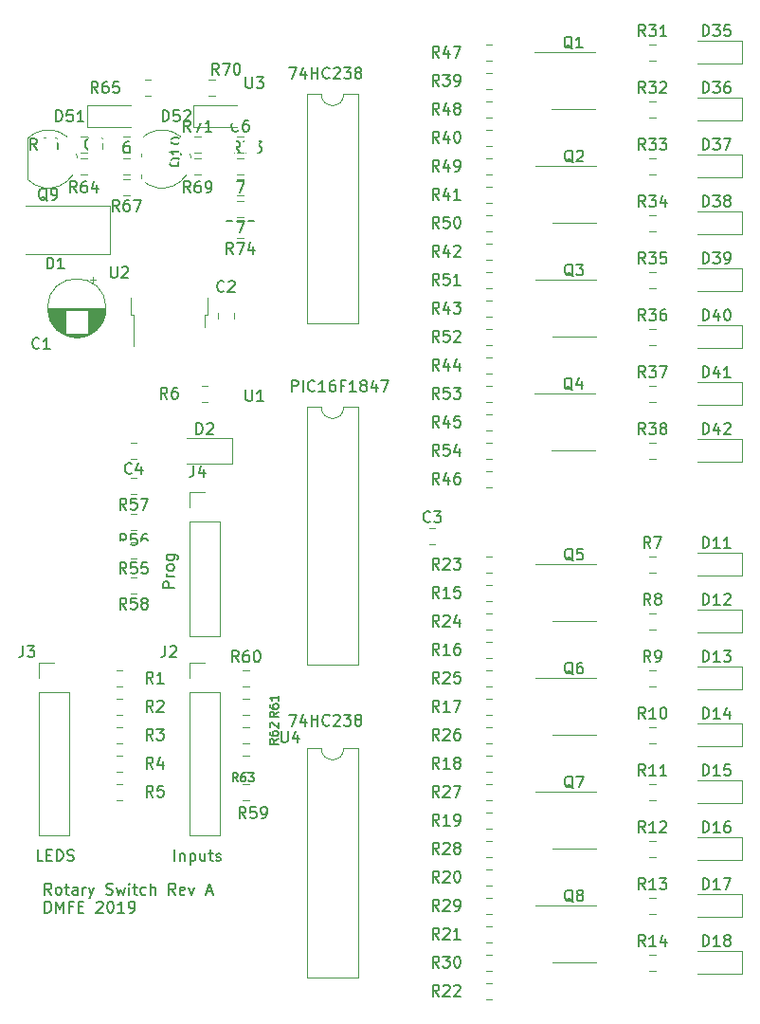
<source format=gbr>
G04 #@! TF.GenerationSoftware,KiCad,Pcbnew,(5.99.0-434-g6ad8b170c)*
G04 #@! TF.CreationDate,2019-12-07T15:10:00-08:00*
G04 #@! TF.ProjectId,R_Switch,525f5377-6974-4636-982e-6b696361645f,A*
G04 #@! TF.SameCoordinates,Original*
G04 #@! TF.FileFunction,Legend,Top*
G04 #@! TF.FilePolarity,Positive*
%FSLAX46Y46*%
G04 Gerber Fmt 4.6, Leading zero omitted, Abs format (unit mm)*
G04 Created by KiCad (PCBNEW (5.99.0-434-g6ad8b170c)) date 2019-12-07 15:10:00*
%MOMM*%
%LPD*%
G04 APERTURE LIST*
%ADD10C,0.150000*%
%ADD11C,0.120000*%
%ADD12R,1.602000X1.152000*%
%ADD13O,1.602000X1.152000*%
%ADD14O,2.182000X3.702000*%
%ADD15R,1.002000X1.302000*%
%ADD16C,3.302000*%
%ADD17O,2.502000X1.702000*%
%ADD18R,2.502000X1.702000*%
%ADD19R,5.902000X6.502000*%
%ADD20R,1.302000X2.302000*%
%ADD21O,3.702000X2.182000*%
%ADD22O,1.802000X1.802000*%
%ADD23R,1.802000X1.802000*%
%ADD24C,1.702000*%
%ADD25R,1.702000X1.702000*%
G04 APERTURE END LIST*
D10*
X108744285Y-74112380D02*
X108744285Y-73112380D01*
X109125238Y-73112380D01*
X109220476Y-73160000D01*
X109268095Y-73207619D01*
X109315714Y-73302857D01*
X109315714Y-73445714D01*
X109268095Y-73540952D01*
X109220476Y-73588571D01*
X109125238Y-73636190D01*
X108744285Y-73636190D01*
X109744285Y-74112380D02*
X109744285Y-73112380D01*
X110791904Y-74017142D02*
X110744285Y-74064761D01*
X110601428Y-74112380D01*
X110506190Y-74112380D01*
X110363333Y-74064761D01*
X110268095Y-73969523D01*
X110220476Y-73874285D01*
X110172857Y-73683809D01*
X110172857Y-73540952D01*
X110220476Y-73350476D01*
X110268095Y-73255238D01*
X110363333Y-73160000D01*
X110506190Y-73112380D01*
X110601428Y-73112380D01*
X110744285Y-73160000D01*
X110791904Y-73207619D01*
X111744285Y-74112380D02*
X111172857Y-74112380D01*
X111458571Y-74112380D02*
X111458571Y-73112380D01*
X111363333Y-73255238D01*
X111268095Y-73350476D01*
X111172857Y-73398095D01*
X112601428Y-73112380D02*
X112410952Y-73112380D01*
X112315714Y-73160000D01*
X112268095Y-73207619D01*
X112172857Y-73350476D01*
X112125238Y-73540952D01*
X112125238Y-73921904D01*
X112172857Y-74017142D01*
X112220476Y-74064761D01*
X112315714Y-74112380D01*
X112506190Y-74112380D01*
X112601428Y-74064761D01*
X112649047Y-74017142D01*
X112696666Y-73921904D01*
X112696666Y-73683809D01*
X112649047Y-73588571D01*
X112601428Y-73540952D01*
X112506190Y-73493333D01*
X112315714Y-73493333D01*
X112220476Y-73540952D01*
X112172857Y-73588571D01*
X112125238Y-73683809D01*
X113458571Y-73588571D02*
X113125238Y-73588571D01*
X113125238Y-74112380D02*
X113125238Y-73112380D01*
X113601428Y-73112380D01*
X114506190Y-74112380D02*
X113934761Y-74112380D01*
X114220476Y-74112380D02*
X114220476Y-73112380D01*
X114125238Y-73255238D01*
X114030000Y-73350476D01*
X113934761Y-73398095D01*
X115077619Y-73540952D02*
X114982380Y-73493333D01*
X114934761Y-73445714D01*
X114887142Y-73350476D01*
X114887142Y-73302857D01*
X114934761Y-73207619D01*
X114982380Y-73160000D01*
X115077619Y-73112380D01*
X115268095Y-73112380D01*
X115363333Y-73160000D01*
X115410952Y-73207619D01*
X115458571Y-73302857D01*
X115458571Y-73350476D01*
X115410952Y-73445714D01*
X115363333Y-73493333D01*
X115268095Y-73540952D01*
X115077619Y-73540952D01*
X114982380Y-73588571D01*
X114934761Y-73636190D01*
X114887142Y-73731428D01*
X114887142Y-73921904D01*
X114934761Y-74017142D01*
X114982380Y-74064761D01*
X115077619Y-74112380D01*
X115268095Y-74112380D01*
X115363333Y-74064761D01*
X115410952Y-74017142D01*
X115458571Y-73921904D01*
X115458571Y-73731428D01*
X115410952Y-73636190D01*
X115363333Y-73588571D01*
X115268095Y-73540952D01*
X116315714Y-73445714D02*
X116315714Y-74112380D01*
X116077619Y-73064761D02*
X115839523Y-73779047D01*
X116458571Y-73779047D01*
X116744285Y-73112380D02*
X117410952Y-73112380D01*
X116982380Y-74112380D01*
X108498095Y-102957380D02*
X109164761Y-102957380D01*
X108736190Y-103957380D01*
X109974285Y-103290714D02*
X109974285Y-103957380D01*
X109736190Y-102909761D02*
X109498095Y-103624047D01*
X110117142Y-103624047D01*
X110498095Y-103957380D02*
X110498095Y-102957380D01*
X110498095Y-103433571D02*
X111069523Y-103433571D01*
X111069523Y-103957380D02*
X111069523Y-102957380D01*
X112117142Y-103862142D02*
X112069523Y-103909761D01*
X111926666Y-103957380D01*
X111831428Y-103957380D01*
X111688571Y-103909761D01*
X111593333Y-103814523D01*
X111545714Y-103719285D01*
X111498095Y-103528809D01*
X111498095Y-103385952D01*
X111545714Y-103195476D01*
X111593333Y-103100238D01*
X111688571Y-103005000D01*
X111831428Y-102957380D01*
X111926666Y-102957380D01*
X112069523Y-103005000D01*
X112117142Y-103052619D01*
X112498095Y-103052619D02*
X112545714Y-103005000D01*
X112640952Y-102957380D01*
X112879047Y-102957380D01*
X112974285Y-103005000D01*
X113021904Y-103052619D01*
X113069523Y-103147857D01*
X113069523Y-103243095D01*
X113021904Y-103385952D01*
X112450476Y-103957380D01*
X113069523Y-103957380D01*
X113402857Y-102957380D02*
X114021904Y-102957380D01*
X113688571Y-103338333D01*
X113831428Y-103338333D01*
X113926666Y-103385952D01*
X113974285Y-103433571D01*
X114021904Y-103528809D01*
X114021904Y-103766904D01*
X113974285Y-103862142D01*
X113926666Y-103909761D01*
X113831428Y-103957380D01*
X113545714Y-103957380D01*
X113450476Y-103909761D01*
X113402857Y-103862142D01*
X114593333Y-103385952D02*
X114498095Y-103338333D01*
X114450476Y-103290714D01*
X114402857Y-103195476D01*
X114402857Y-103147857D01*
X114450476Y-103052619D01*
X114498095Y-103005000D01*
X114593333Y-102957380D01*
X114783809Y-102957380D01*
X114879047Y-103005000D01*
X114926666Y-103052619D01*
X114974285Y-103147857D01*
X114974285Y-103195476D01*
X114926666Y-103290714D01*
X114879047Y-103338333D01*
X114783809Y-103385952D01*
X114593333Y-103385952D01*
X114498095Y-103433571D01*
X114450476Y-103481190D01*
X114402857Y-103576428D01*
X114402857Y-103766904D01*
X114450476Y-103862142D01*
X114498095Y-103909761D01*
X114593333Y-103957380D01*
X114783809Y-103957380D01*
X114879047Y-103909761D01*
X114926666Y-103862142D01*
X114974285Y-103766904D01*
X114974285Y-103576428D01*
X114926666Y-103481190D01*
X114879047Y-103433571D01*
X114783809Y-103385952D01*
X108498095Y-45172380D02*
X109164761Y-45172380D01*
X108736190Y-46172380D01*
X109974285Y-45505714D02*
X109974285Y-46172380D01*
X109736190Y-45124761D02*
X109498095Y-45839047D01*
X110117142Y-45839047D01*
X110498095Y-46172380D02*
X110498095Y-45172380D01*
X110498095Y-45648571D02*
X111069523Y-45648571D01*
X111069523Y-46172380D02*
X111069523Y-45172380D01*
X112117142Y-46077142D02*
X112069523Y-46124761D01*
X111926666Y-46172380D01*
X111831428Y-46172380D01*
X111688571Y-46124761D01*
X111593333Y-46029523D01*
X111545714Y-45934285D01*
X111498095Y-45743809D01*
X111498095Y-45600952D01*
X111545714Y-45410476D01*
X111593333Y-45315238D01*
X111688571Y-45220000D01*
X111831428Y-45172380D01*
X111926666Y-45172380D01*
X112069523Y-45220000D01*
X112117142Y-45267619D01*
X112498095Y-45267619D02*
X112545714Y-45220000D01*
X112640952Y-45172380D01*
X112879047Y-45172380D01*
X112974285Y-45220000D01*
X113021904Y-45267619D01*
X113069523Y-45362857D01*
X113069523Y-45458095D01*
X113021904Y-45600952D01*
X112450476Y-46172380D01*
X113069523Y-46172380D01*
X113402857Y-45172380D02*
X114021904Y-45172380D01*
X113688571Y-45553333D01*
X113831428Y-45553333D01*
X113926666Y-45600952D01*
X113974285Y-45648571D01*
X114021904Y-45743809D01*
X114021904Y-45981904D01*
X113974285Y-46077142D01*
X113926666Y-46124761D01*
X113831428Y-46172380D01*
X113545714Y-46172380D01*
X113450476Y-46124761D01*
X113402857Y-46077142D01*
X114593333Y-45600952D02*
X114498095Y-45553333D01*
X114450476Y-45505714D01*
X114402857Y-45410476D01*
X114402857Y-45362857D01*
X114450476Y-45267619D01*
X114498095Y-45220000D01*
X114593333Y-45172380D01*
X114783809Y-45172380D01*
X114879047Y-45220000D01*
X114926666Y-45267619D01*
X114974285Y-45362857D01*
X114974285Y-45410476D01*
X114926666Y-45505714D01*
X114879047Y-45553333D01*
X114783809Y-45600952D01*
X114593333Y-45600952D01*
X114498095Y-45648571D01*
X114450476Y-45696190D01*
X114402857Y-45791428D01*
X114402857Y-45981904D01*
X114450476Y-46077142D01*
X114498095Y-46124761D01*
X114593333Y-46172380D01*
X114783809Y-46172380D01*
X114879047Y-46124761D01*
X114926666Y-46077142D01*
X114974285Y-45981904D01*
X114974285Y-45791428D01*
X114926666Y-45696190D01*
X114879047Y-45648571D01*
X114783809Y-45600952D01*
X98242380Y-91646190D02*
X97242380Y-91646190D01*
X97242380Y-91265238D01*
X97290000Y-91170000D01*
X97337619Y-91122380D01*
X97432857Y-91074761D01*
X97575714Y-91074761D01*
X97670952Y-91122380D01*
X97718571Y-91170000D01*
X97766190Y-91265238D01*
X97766190Y-91646190D01*
X98242380Y-90646190D02*
X97575714Y-90646190D01*
X97766190Y-90646190D02*
X97670952Y-90598571D01*
X97623333Y-90550952D01*
X97575714Y-90455714D01*
X97575714Y-90360476D01*
X98242380Y-89884285D02*
X98194761Y-89979523D01*
X98147142Y-90027142D01*
X98051904Y-90074761D01*
X97766190Y-90074761D01*
X97670952Y-90027142D01*
X97623333Y-89979523D01*
X97575714Y-89884285D01*
X97575714Y-89741428D01*
X97623333Y-89646190D01*
X97670952Y-89598571D01*
X97766190Y-89550952D01*
X98051904Y-89550952D01*
X98147142Y-89598571D01*
X98194761Y-89646190D01*
X98242380Y-89741428D01*
X98242380Y-89884285D01*
X97575714Y-88693809D02*
X98385238Y-88693809D01*
X98480476Y-88741428D01*
X98528095Y-88789047D01*
X98575714Y-88884285D01*
X98575714Y-89027142D01*
X98528095Y-89122380D01*
X98194761Y-88693809D02*
X98242380Y-88789047D01*
X98242380Y-88979523D01*
X98194761Y-89074761D01*
X98147142Y-89122380D01*
X98051904Y-89170000D01*
X97766190Y-89170000D01*
X97670952Y-89122380D01*
X97623333Y-89074761D01*
X97575714Y-88979523D01*
X97575714Y-88789047D01*
X97623333Y-88693809D01*
X98282380Y-116022380D02*
X98282380Y-115022380D01*
X98758571Y-115355714D02*
X98758571Y-116022380D01*
X98758571Y-115450952D02*
X98806190Y-115403333D01*
X98901428Y-115355714D01*
X99044285Y-115355714D01*
X99139523Y-115403333D01*
X99187142Y-115498571D01*
X99187142Y-116022380D01*
X99663333Y-115355714D02*
X99663333Y-116355714D01*
X99663333Y-115403333D02*
X99758571Y-115355714D01*
X99949047Y-115355714D01*
X100044285Y-115403333D01*
X100091904Y-115450952D01*
X100139523Y-115546190D01*
X100139523Y-115831904D01*
X100091904Y-115927142D01*
X100044285Y-115974761D01*
X99949047Y-116022380D01*
X99758571Y-116022380D01*
X99663333Y-115974761D01*
X100996666Y-115355714D02*
X100996666Y-116022380D01*
X100568095Y-115355714D02*
X100568095Y-115879523D01*
X100615714Y-115974761D01*
X100710952Y-116022380D01*
X100853809Y-116022380D01*
X100949047Y-115974761D01*
X100996666Y-115927142D01*
X101330000Y-115355714D02*
X101710952Y-115355714D01*
X101472857Y-115022380D02*
X101472857Y-115879523D01*
X101520476Y-115974761D01*
X101615714Y-116022380D01*
X101710952Y-116022380D01*
X101996666Y-115974761D02*
X102091904Y-116022380D01*
X102282380Y-116022380D01*
X102377619Y-115974761D01*
X102425238Y-115879523D01*
X102425238Y-115831904D01*
X102377619Y-115736666D01*
X102282380Y-115689047D01*
X102139523Y-115689047D01*
X102044285Y-115641428D01*
X101996666Y-115546190D01*
X101996666Y-115498571D01*
X102044285Y-115403333D01*
X102139523Y-115355714D01*
X102282380Y-115355714D01*
X102377619Y-115403333D01*
X86510952Y-116022380D02*
X86034761Y-116022380D01*
X86034761Y-115022380D01*
X86844285Y-115498571D02*
X87177619Y-115498571D01*
X87320476Y-116022380D02*
X86844285Y-116022380D01*
X86844285Y-115022380D01*
X87320476Y-115022380D01*
X87749047Y-116022380D02*
X87749047Y-115022380D01*
X87987142Y-115022380D01*
X88130000Y-115070000D01*
X88225238Y-115165238D01*
X88272857Y-115260476D01*
X88320476Y-115450952D01*
X88320476Y-115593809D01*
X88272857Y-115784285D01*
X88225238Y-115879523D01*
X88130000Y-115974761D01*
X87987142Y-116022380D01*
X87749047Y-116022380D01*
X88701428Y-115974761D02*
X88844285Y-116022380D01*
X89082380Y-116022380D01*
X89177619Y-115974761D01*
X89225238Y-115927142D01*
X89272857Y-115831904D01*
X89272857Y-115736666D01*
X89225238Y-115641428D01*
X89177619Y-115593809D01*
X89082380Y-115546190D01*
X88891904Y-115498571D01*
X88796666Y-115450952D01*
X88749047Y-115403333D01*
X88701428Y-115308095D01*
X88701428Y-115212857D01*
X88749047Y-115117619D01*
X88796666Y-115070000D01*
X88891904Y-115022380D01*
X89130000Y-115022380D01*
X89272857Y-115070000D01*
X87267023Y-119027380D02*
X86933690Y-118551190D01*
X86695595Y-119027380D02*
X86695595Y-118027380D01*
X87076547Y-118027380D01*
X87171785Y-118075000D01*
X87219404Y-118122619D01*
X87267023Y-118217857D01*
X87267023Y-118360714D01*
X87219404Y-118455952D01*
X87171785Y-118503571D01*
X87076547Y-118551190D01*
X86695595Y-118551190D01*
X87838452Y-119027380D02*
X87743214Y-118979761D01*
X87695595Y-118932142D01*
X87647976Y-118836904D01*
X87647976Y-118551190D01*
X87695595Y-118455952D01*
X87743214Y-118408333D01*
X87838452Y-118360714D01*
X87981309Y-118360714D01*
X88076547Y-118408333D01*
X88124166Y-118455952D01*
X88171785Y-118551190D01*
X88171785Y-118836904D01*
X88124166Y-118932142D01*
X88076547Y-118979761D01*
X87981309Y-119027380D01*
X87838452Y-119027380D01*
X88457500Y-118360714D02*
X88838452Y-118360714D01*
X88600357Y-118027380D02*
X88600357Y-118884523D01*
X88647976Y-118979761D01*
X88743214Y-119027380D01*
X88838452Y-119027380D01*
X89600357Y-119027380D02*
X89600357Y-118503571D01*
X89552738Y-118408333D01*
X89457500Y-118360714D01*
X89267023Y-118360714D01*
X89171785Y-118408333D01*
X89600357Y-118979761D02*
X89505119Y-119027380D01*
X89267023Y-119027380D01*
X89171785Y-118979761D01*
X89124166Y-118884523D01*
X89124166Y-118789285D01*
X89171785Y-118694047D01*
X89267023Y-118646428D01*
X89505119Y-118646428D01*
X89600357Y-118598809D01*
X90076547Y-119027380D02*
X90076547Y-118360714D01*
X90076547Y-118551190D02*
X90124166Y-118455952D01*
X90171785Y-118408333D01*
X90267023Y-118360714D01*
X90362261Y-118360714D01*
X90600357Y-118360714D02*
X90838452Y-119027380D01*
X91076547Y-118360714D02*
X90838452Y-119027380D01*
X90743214Y-119265476D01*
X90695595Y-119313095D01*
X90600357Y-119360714D01*
X92171785Y-118979761D02*
X92314642Y-119027380D01*
X92552738Y-119027380D01*
X92647976Y-118979761D01*
X92695595Y-118932142D01*
X92743214Y-118836904D01*
X92743214Y-118741666D01*
X92695595Y-118646428D01*
X92647976Y-118598809D01*
X92552738Y-118551190D01*
X92362261Y-118503571D01*
X92267023Y-118455952D01*
X92219404Y-118408333D01*
X92171785Y-118313095D01*
X92171785Y-118217857D01*
X92219404Y-118122619D01*
X92267023Y-118075000D01*
X92362261Y-118027380D01*
X92600357Y-118027380D01*
X92743214Y-118075000D01*
X93076547Y-118360714D02*
X93267023Y-119027380D01*
X93457500Y-118551190D01*
X93647976Y-119027380D01*
X93838452Y-118360714D01*
X94219404Y-119027380D02*
X94219404Y-118360714D01*
X94219404Y-118027380D02*
X94171785Y-118075000D01*
X94219404Y-118122619D01*
X94267023Y-118075000D01*
X94219404Y-118027380D01*
X94219404Y-118122619D01*
X94552738Y-118360714D02*
X94933690Y-118360714D01*
X94695595Y-118027380D02*
X94695595Y-118884523D01*
X94743214Y-118979761D01*
X94838452Y-119027380D01*
X94933690Y-119027380D01*
X95695595Y-118979761D02*
X95600357Y-119027380D01*
X95409880Y-119027380D01*
X95314642Y-118979761D01*
X95267023Y-118932142D01*
X95219404Y-118836904D01*
X95219404Y-118551190D01*
X95267023Y-118455952D01*
X95314642Y-118408333D01*
X95409880Y-118360714D01*
X95600357Y-118360714D01*
X95695595Y-118408333D01*
X96124166Y-119027380D02*
X96124166Y-118027380D01*
X96552738Y-119027380D02*
X96552738Y-118503571D01*
X96505119Y-118408333D01*
X96409880Y-118360714D01*
X96267023Y-118360714D01*
X96171785Y-118408333D01*
X96124166Y-118455952D01*
X98362261Y-119027380D02*
X98028928Y-118551190D01*
X97790833Y-119027380D02*
X97790833Y-118027380D01*
X98171785Y-118027380D01*
X98267023Y-118075000D01*
X98314642Y-118122619D01*
X98362261Y-118217857D01*
X98362261Y-118360714D01*
X98314642Y-118455952D01*
X98267023Y-118503571D01*
X98171785Y-118551190D01*
X97790833Y-118551190D01*
X99171785Y-118979761D02*
X99076547Y-119027380D01*
X98886071Y-119027380D01*
X98790833Y-118979761D01*
X98743214Y-118884523D01*
X98743214Y-118503571D01*
X98790833Y-118408333D01*
X98886071Y-118360714D01*
X99076547Y-118360714D01*
X99171785Y-118408333D01*
X99219404Y-118503571D01*
X99219404Y-118598809D01*
X98743214Y-118694047D01*
X99552738Y-118360714D02*
X99790833Y-119027380D01*
X100028928Y-118360714D01*
X101124166Y-118741666D02*
X101600357Y-118741666D01*
X101028928Y-119027380D02*
X101362261Y-118027380D01*
X101695595Y-119027380D01*
X86695595Y-120637380D02*
X86695595Y-119637380D01*
X86933690Y-119637380D01*
X87076547Y-119685000D01*
X87171785Y-119780238D01*
X87219404Y-119875476D01*
X87267023Y-120065952D01*
X87267023Y-120208809D01*
X87219404Y-120399285D01*
X87171785Y-120494523D01*
X87076547Y-120589761D01*
X86933690Y-120637380D01*
X86695595Y-120637380D01*
X87695595Y-120637380D02*
X87695595Y-119637380D01*
X88028928Y-120351666D01*
X88362261Y-119637380D01*
X88362261Y-120637380D01*
X89171785Y-120113571D02*
X88838452Y-120113571D01*
X88838452Y-120637380D02*
X88838452Y-119637380D01*
X89314642Y-119637380D01*
X89695595Y-120113571D02*
X90028928Y-120113571D01*
X90171785Y-120637380D02*
X89695595Y-120637380D01*
X89695595Y-119637380D01*
X90171785Y-119637380D01*
X91314642Y-119732619D02*
X91362261Y-119685000D01*
X91457500Y-119637380D01*
X91695595Y-119637380D01*
X91790833Y-119685000D01*
X91838452Y-119732619D01*
X91886071Y-119827857D01*
X91886071Y-119923095D01*
X91838452Y-120065952D01*
X91267023Y-120637380D01*
X91886071Y-120637380D01*
X92505119Y-119637380D02*
X92600357Y-119637380D01*
X92695595Y-119685000D01*
X92743214Y-119732619D01*
X92790833Y-119827857D01*
X92838452Y-120018333D01*
X92838452Y-120256428D01*
X92790833Y-120446904D01*
X92743214Y-120542142D01*
X92695595Y-120589761D01*
X92600357Y-120637380D01*
X92505119Y-120637380D01*
X92409880Y-120589761D01*
X92362261Y-120542142D01*
X92314642Y-120446904D01*
X92267023Y-120256428D01*
X92267023Y-120018333D01*
X92314642Y-119827857D01*
X92362261Y-119732619D01*
X92409880Y-119685000D01*
X92505119Y-119637380D01*
X93790833Y-120637380D02*
X93219404Y-120637380D01*
X93505119Y-120637380D02*
X93505119Y-119637380D01*
X93409880Y-119780238D01*
X93314642Y-119875476D01*
X93219404Y-119923095D01*
X94267023Y-120637380D02*
X94457500Y-120637380D01*
X94552738Y-120589761D01*
X94600357Y-120542142D01*
X94695595Y-120399285D01*
X94743214Y-120208809D01*
X94743214Y-119827857D01*
X94695595Y-119732619D01*
X94647976Y-119685000D01*
X94552738Y-119637380D01*
X94362261Y-119637380D01*
X94267023Y-119685000D01*
X94219404Y-119732619D01*
X94171785Y-119827857D01*
X94171785Y-120065952D01*
X94219404Y-120161190D01*
X94267023Y-120208809D01*
X94362261Y-120256428D01*
X94552738Y-120256428D01*
X94647976Y-120208809D01*
X94695595Y-120161190D01*
X94743214Y-120065952D01*
D11*
X104401252Y-57075000D02*
X103878748Y-57075000D01*
X104401252Y-58495000D02*
X103878748Y-58495000D01*
X104401252Y-58980000D02*
X103878748Y-58980000D01*
X104401252Y-60400000D02*
X103878748Y-60400000D01*
X103878748Y-54685000D02*
X104401252Y-54685000D01*
X103878748Y-53265000D02*
X104401252Y-53265000D01*
X104401252Y-55170000D02*
X103878748Y-55170000D01*
X104401252Y-56590000D02*
X103878748Y-56590000D01*
X100068748Y-52780000D02*
X100591252Y-52780000D01*
X100068748Y-51360000D02*
X100591252Y-51360000D01*
X101338748Y-47700000D02*
X101861252Y-47700000D01*
X101338748Y-46280000D02*
X101861252Y-46280000D01*
X100068748Y-54685000D02*
X100591252Y-54685000D01*
X100068748Y-53265000D02*
X100591252Y-53265000D01*
X93718748Y-54685000D02*
X94241252Y-54685000D01*
X93718748Y-53265000D02*
X94241252Y-53265000D01*
X94241252Y-55170000D02*
X93718748Y-55170000D01*
X94241252Y-56590000D02*
X93718748Y-56590000D01*
X89908748Y-52780000D02*
X90431252Y-52780000D01*
X89908748Y-51360000D02*
X90431252Y-51360000D01*
X95623748Y-47700000D02*
X96146252Y-47700000D01*
X95623748Y-46280000D02*
X96146252Y-46280000D01*
X89908748Y-54685000D02*
X90431252Y-54685000D01*
X89908748Y-53265000D02*
X90431252Y-53265000D01*
X95316522Y-55178478D02*
G75*
G03X99755000Y-53340000I1838478J1838478D01*
G01*
X95316522Y-51501522D02*
G75*
G02X99755000Y-53340000I1838478J-1838478D01*
G01*
X95305000Y-51540000D02*
X95305000Y-55140000D01*
X85156522Y-55178478D02*
G75*
G03X89595000Y-53340000I1838478J1838478D01*
G01*
X85156522Y-51501522D02*
G75*
G02X89595000Y-53340000I1838478J-1838478D01*
G01*
X85145000Y-51540000D02*
X85145000Y-55140000D01*
X99985000Y-48530000D02*
X103885000Y-48530000D01*
X99985000Y-50530000D02*
X103885000Y-50530000D01*
X99985000Y-48530000D02*
X99985000Y-50530000D01*
X90460000Y-48530000D02*
X94360000Y-48530000D01*
X90460000Y-50530000D02*
X94360000Y-50530000D01*
X90460000Y-48530000D02*
X90460000Y-50530000D01*
X103878748Y-52780000D02*
X104401252Y-52780000D01*
X103878748Y-51360000D02*
X104401252Y-51360000D01*
X93718748Y-52780000D02*
X94241252Y-52780000D01*
X93718748Y-51360000D02*
X94241252Y-51360000D01*
X104386748Y-106605000D02*
X104909252Y-106605000D01*
X104386748Y-108025000D02*
X104909252Y-108025000D01*
X104386748Y-104065000D02*
X104909252Y-104065000D01*
X104386748Y-105485000D02*
X104909252Y-105485000D01*
X104386748Y-101525000D02*
X104909252Y-101525000D01*
X104386748Y-102945000D02*
X104909252Y-102945000D01*
X104386748Y-98985000D02*
X104909252Y-98985000D01*
X104386748Y-100405000D02*
X104909252Y-100405000D01*
X104386748Y-109145000D02*
X104909252Y-109145000D01*
X104386748Y-110565000D02*
X104909252Y-110565000D01*
X94876252Y-90730000D02*
X94353748Y-90730000D01*
X94876252Y-92150000D02*
X94353748Y-92150000D01*
X94876252Y-81840000D02*
X94353748Y-81840000D01*
X94876252Y-83260000D02*
X94353748Y-83260000D01*
X94876252Y-85015000D02*
X94353748Y-85015000D01*
X94876252Y-86435000D02*
X94353748Y-86435000D01*
X94876252Y-87555000D02*
X94353748Y-87555000D01*
X94876252Y-88975000D02*
X94353748Y-88975000D01*
X94876252Y-78665000D02*
X94353748Y-78665000D01*
X94876252Y-80085000D02*
X94353748Y-80085000D01*
X114645000Y-105985000D02*
X113395000Y-105985000D01*
X114645000Y-126425000D02*
X114645000Y-105985000D01*
X110145000Y-126425000D02*
X114645000Y-126425000D01*
X110145000Y-105985000D02*
X110145000Y-126425000D01*
X111395000Y-105985000D02*
X110145000Y-105985000D01*
X113395000Y-105985000D02*
G75*
G02X111395000Y-105985000I-1000000J0D01*
G01*
X114645000Y-47565000D02*
X113395000Y-47565000D01*
X114645000Y-68005000D02*
X114645000Y-47565000D01*
X110145000Y-68005000D02*
X114645000Y-68005000D01*
X110145000Y-47565000D02*
X110145000Y-68005000D01*
X111395000Y-47565000D02*
X110145000Y-47565000D01*
X113395000Y-47565000D02*
G75*
G02X111395000Y-47565000I-1000000J0D01*
G01*
X100970000Y-67240000D02*
X100970000Y-68340000D01*
X101240000Y-67240000D02*
X100970000Y-67240000D01*
X101240000Y-65740000D02*
X101240000Y-67240000D01*
X94610000Y-67240000D02*
X94610000Y-70070000D01*
X94340000Y-67240000D02*
X94610000Y-67240000D01*
X94340000Y-65740000D02*
X94340000Y-67240000D01*
X114645000Y-75505000D02*
X113395000Y-75505000D01*
X114645000Y-98485000D02*
X114645000Y-75505000D01*
X110145000Y-98485000D02*
X114645000Y-98485000D01*
X110145000Y-75505000D02*
X110145000Y-98485000D01*
X111395000Y-75505000D02*
X110145000Y-75505000D01*
X113395000Y-75505000D02*
G75*
G02X111395000Y-75505000I-1000000J0D01*
G01*
X126626252Y-78665000D02*
X126103748Y-78665000D01*
X126626252Y-80085000D02*
X126103748Y-80085000D01*
X126626252Y-73585000D02*
X126103748Y-73585000D01*
X126626252Y-75005000D02*
X126103748Y-75005000D01*
X126626252Y-68505000D02*
X126103748Y-68505000D01*
X126626252Y-69925000D02*
X126103748Y-69925000D01*
X126626252Y-63425000D02*
X126103748Y-63425000D01*
X126626252Y-64845000D02*
X126103748Y-64845000D01*
X126626252Y-58345000D02*
X126103748Y-58345000D01*
X126626252Y-59765000D02*
X126103748Y-59765000D01*
X126626252Y-53265000D02*
X126103748Y-53265000D01*
X126626252Y-54685000D02*
X126103748Y-54685000D01*
X126626252Y-48185000D02*
X126103748Y-48185000D01*
X126626252Y-49605000D02*
X126103748Y-49605000D01*
X126626252Y-43105000D02*
X126103748Y-43105000D01*
X126626252Y-44525000D02*
X126103748Y-44525000D01*
X126626252Y-81205000D02*
X126103748Y-81205000D01*
X126626252Y-82625000D02*
X126103748Y-82625000D01*
X126626252Y-76125000D02*
X126103748Y-76125000D01*
X126626252Y-77545000D02*
X126103748Y-77545000D01*
X126626252Y-71045000D02*
X126103748Y-71045000D01*
X126626252Y-72465000D02*
X126103748Y-72465000D01*
X126626252Y-65965000D02*
X126103748Y-65965000D01*
X126626252Y-67385000D02*
X126103748Y-67385000D01*
X126626252Y-60885000D02*
X126103748Y-60885000D01*
X126626252Y-62305000D02*
X126103748Y-62305000D01*
X126626252Y-55805000D02*
X126103748Y-55805000D01*
X126626252Y-57225000D02*
X126103748Y-57225000D01*
X126626252Y-50725000D02*
X126103748Y-50725000D01*
X126626252Y-52145000D02*
X126103748Y-52145000D01*
X126626252Y-45645000D02*
X126103748Y-45645000D01*
X126626252Y-47065000D02*
X126103748Y-47065000D01*
X141231252Y-78665000D02*
X140708748Y-78665000D01*
X141231252Y-80085000D02*
X140708748Y-80085000D01*
X141231252Y-73585000D02*
X140708748Y-73585000D01*
X141231252Y-75005000D02*
X140708748Y-75005000D01*
X141231252Y-68505000D02*
X140708748Y-68505000D01*
X141231252Y-69925000D02*
X140708748Y-69925000D01*
X141231252Y-63425000D02*
X140708748Y-63425000D01*
X141231252Y-64845000D02*
X140708748Y-64845000D01*
X141231252Y-58345000D02*
X140708748Y-58345000D01*
X141231252Y-59765000D02*
X140708748Y-59765000D01*
X141231252Y-53265000D02*
X140708748Y-53265000D01*
X141231252Y-54685000D02*
X140708748Y-54685000D01*
X141231252Y-48185000D02*
X140708748Y-48185000D01*
X141231252Y-49605000D02*
X140708748Y-49605000D01*
X141231252Y-43105000D02*
X140708748Y-43105000D01*
X141231252Y-44525000D02*
X140708748Y-44525000D01*
X126626252Y-124385000D02*
X126103748Y-124385000D01*
X126626252Y-125805000D02*
X126103748Y-125805000D01*
X126626252Y-119305000D02*
X126103748Y-119305000D01*
X126626252Y-120725000D02*
X126103748Y-120725000D01*
X126626252Y-114225000D02*
X126103748Y-114225000D01*
X126626252Y-115645000D02*
X126103748Y-115645000D01*
X126626252Y-109145000D02*
X126103748Y-109145000D01*
X126626252Y-110565000D02*
X126103748Y-110565000D01*
X126626252Y-104065000D02*
X126103748Y-104065000D01*
X126626252Y-105485000D02*
X126103748Y-105485000D01*
X126626252Y-98985000D02*
X126103748Y-98985000D01*
X126626252Y-100405000D02*
X126103748Y-100405000D01*
X126626252Y-93905000D02*
X126103748Y-93905000D01*
X126626252Y-95325000D02*
X126103748Y-95325000D01*
X126626252Y-88825000D02*
X126103748Y-88825000D01*
X126626252Y-90245000D02*
X126103748Y-90245000D01*
X126626252Y-126925000D02*
X126103748Y-126925000D01*
X126626252Y-128345000D02*
X126103748Y-128345000D01*
X126626252Y-121845000D02*
X126103748Y-121845000D01*
X126626252Y-123265000D02*
X126103748Y-123265000D01*
X126626252Y-116765000D02*
X126103748Y-116765000D01*
X126626252Y-118185000D02*
X126103748Y-118185000D01*
X126626252Y-111685000D02*
X126103748Y-111685000D01*
X126626252Y-113105000D02*
X126103748Y-113105000D01*
X126626252Y-106605000D02*
X126103748Y-106605000D01*
X126626252Y-108025000D02*
X126103748Y-108025000D01*
X126626252Y-101525000D02*
X126103748Y-101525000D01*
X126626252Y-102945000D02*
X126103748Y-102945000D01*
X126626252Y-96445000D02*
X126103748Y-96445000D01*
X126626252Y-97865000D02*
X126103748Y-97865000D01*
X126626252Y-91365000D02*
X126103748Y-91365000D01*
X126626252Y-92785000D02*
X126103748Y-92785000D01*
X141231252Y-124385000D02*
X140708748Y-124385000D01*
X141231252Y-125805000D02*
X140708748Y-125805000D01*
X141231252Y-119305000D02*
X140708748Y-119305000D01*
X141231252Y-120725000D02*
X140708748Y-120725000D01*
X141231252Y-114225000D02*
X140708748Y-114225000D01*
X141231252Y-115645000D02*
X140708748Y-115645000D01*
X141231252Y-109145000D02*
X140708748Y-109145000D01*
X141231252Y-110565000D02*
X140708748Y-110565000D01*
X141231252Y-104065000D02*
X140708748Y-104065000D01*
X141231252Y-105485000D02*
X140708748Y-105485000D01*
X141231252Y-98985000D02*
X140708748Y-98985000D01*
X141231252Y-100405000D02*
X140708748Y-100405000D01*
X141231252Y-93905000D02*
X140708748Y-93905000D01*
X141231252Y-95325000D02*
X140708748Y-95325000D01*
X141231252Y-88825000D02*
X140708748Y-88825000D01*
X141231252Y-90245000D02*
X140708748Y-90245000D01*
X101226252Y-73585000D02*
X100703748Y-73585000D01*
X101226252Y-75005000D02*
X100703748Y-75005000D01*
X93606252Y-109145000D02*
X93083748Y-109145000D01*
X93606252Y-110565000D02*
X93083748Y-110565000D01*
X93606252Y-106605000D02*
X93083748Y-106605000D01*
X93606252Y-108025000D02*
X93083748Y-108025000D01*
X93606252Y-104065000D02*
X93083748Y-104065000D01*
X93606252Y-105485000D02*
X93083748Y-105485000D01*
X93606252Y-101525000D02*
X93083748Y-101525000D01*
X93606252Y-102945000D02*
X93083748Y-102945000D01*
X93606252Y-98985000D02*
X93083748Y-98985000D01*
X93606252Y-100405000D02*
X93083748Y-100405000D01*
X133985000Y-119995000D02*
X130535000Y-119995000D01*
X133985000Y-119995000D02*
X135935000Y-119995000D01*
X133985000Y-125115000D02*
X132035000Y-125115000D01*
X133985000Y-125115000D02*
X135935000Y-125115000D01*
X133985000Y-109835000D02*
X130535000Y-109835000D01*
X133985000Y-109835000D02*
X135935000Y-109835000D01*
X133985000Y-114955000D02*
X132035000Y-114955000D01*
X133985000Y-114955000D02*
X135935000Y-114955000D01*
X133985000Y-99675000D02*
X130535000Y-99675000D01*
X133985000Y-99675000D02*
X135935000Y-99675000D01*
X133985000Y-104795000D02*
X132035000Y-104795000D01*
X133985000Y-104795000D02*
X135935000Y-104795000D01*
X133985000Y-89515000D02*
X130535000Y-89515000D01*
X133985000Y-89515000D02*
X135935000Y-89515000D01*
X133985000Y-94635000D02*
X132035000Y-94635000D01*
X133985000Y-94635000D02*
X135935000Y-94635000D01*
X133920000Y-74275000D02*
X130470000Y-74275000D01*
X133920000Y-74275000D02*
X135870000Y-74275000D01*
X133920000Y-79395000D02*
X131970000Y-79395000D01*
X133920000Y-79395000D02*
X135870000Y-79395000D01*
X133985000Y-64115000D02*
X130535000Y-64115000D01*
X133985000Y-64115000D02*
X135935000Y-64115000D01*
X133985000Y-69235000D02*
X132035000Y-69235000D01*
X133985000Y-69235000D02*
X135935000Y-69235000D01*
X133985000Y-53955000D02*
X130535000Y-53955000D01*
X133985000Y-53955000D02*
X135935000Y-53955000D01*
X133985000Y-59075000D02*
X132035000Y-59075000D01*
X133985000Y-59075000D02*
X135935000Y-59075000D01*
X133920000Y-43795000D02*
X130470000Y-43795000D01*
X133920000Y-43795000D02*
X135870000Y-43795000D01*
X133920000Y-48915000D02*
X131970000Y-48915000D01*
X133920000Y-48915000D02*
X135870000Y-48915000D01*
X99635000Y-83125000D02*
X100965000Y-83125000D01*
X99635000Y-84455000D02*
X99635000Y-83125000D01*
X99635000Y-85725000D02*
X102295000Y-85725000D01*
X102295000Y-85725000D02*
X102295000Y-95945000D01*
X99635000Y-85725000D02*
X99635000Y-95945000D01*
X99635000Y-95945000D02*
X102295000Y-95945000D01*
X86195225Y-98365000D02*
X87525225Y-98365000D01*
X86195225Y-99695000D02*
X86195225Y-98365000D01*
X86195225Y-100965000D02*
X88855225Y-100965000D01*
X88855225Y-100965000D02*
X88855225Y-113725000D01*
X86195225Y-100965000D02*
X86195225Y-113725000D01*
X86195225Y-113725000D02*
X88855225Y-113725000D01*
X99635000Y-98365000D02*
X100965000Y-98365000D01*
X99635000Y-99695000D02*
X99635000Y-98365000D01*
X99635000Y-100965000D02*
X102295000Y-100965000D01*
X102295000Y-100965000D02*
X102295000Y-113725000D01*
X99635000Y-100965000D02*
X99635000Y-113725000D01*
X99635000Y-113725000D02*
X102295000Y-113725000D01*
X148935000Y-80375000D02*
X145035000Y-80375000D01*
X148935000Y-78375000D02*
X145035000Y-78375000D01*
X148935000Y-80375000D02*
X148935000Y-78375000D01*
X148935000Y-75295000D02*
X145035000Y-75295000D01*
X148935000Y-73295000D02*
X145035000Y-73295000D01*
X148935000Y-75295000D02*
X148935000Y-73295000D01*
X148935000Y-70215000D02*
X145035000Y-70215000D01*
X148935000Y-68215000D02*
X145035000Y-68215000D01*
X148935000Y-70215000D02*
X148935000Y-68215000D01*
X148935000Y-65135000D02*
X145035000Y-65135000D01*
X148935000Y-63135000D02*
X145035000Y-63135000D01*
X148935000Y-65135000D02*
X148935000Y-63135000D01*
X148935000Y-60055000D02*
X145035000Y-60055000D01*
X148935000Y-58055000D02*
X145035000Y-58055000D01*
X148935000Y-60055000D02*
X148935000Y-58055000D01*
X148935000Y-54975000D02*
X145035000Y-54975000D01*
X148935000Y-52975000D02*
X145035000Y-52975000D01*
X148935000Y-54975000D02*
X148935000Y-52975000D01*
X148935000Y-49895000D02*
X145035000Y-49895000D01*
X148935000Y-47895000D02*
X145035000Y-47895000D01*
X148935000Y-49895000D02*
X148935000Y-47895000D01*
X148935000Y-44815000D02*
X145035000Y-44815000D01*
X148935000Y-42815000D02*
X145035000Y-42815000D01*
X148935000Y-44815000D02*
X148935000Y-42815000D01*
X148935000Y-126095000D02*
X145035000Y-126095000D01*
X148935000Y-124095000D02*
X145035000Y-124095000D01*
X148935000Y-126095000D02*
X148935000Y-124095000D01*
X148935000Y-121015000D02*
X145035000Y-121015000D01*
X148935000Y-119015000D02*
X145035000Y-119015000D01*
X148935000Y-121015000D02*
X148935000Y-119015000D01*
X148935000Y-115935000D02*
X145035000Y-115935000D01*
X148935000Y-113935000D02*
X145035000Y-113935000D01*
X148935000Y-115935000D02*
X148935000Y-113935000D01*
X148935000Y-110855000D02*
X145035000Y-110855000D01*
X148935000Y-108855000D02*
X145035000Y-108855000D01*
X148935000Y-110855000D02*
X148935000Y-108855000D01*
X148935000Y-105775000D02*
X145035000Y-105775000D01*
X148935000Y-103775000D02*
X145035000Y-103775000D01*
X148935000Y-105775000D02*
X148935000Y-103775000D01*
X148935000Y-100695000D02*
X145035000Y-100695000D01*
X148935000Y-98695000D02*
X145035000Y-98695000D01*
X148935000Y-100695000D02*
X148935000Y-98695000D01*
X148935000Y-95615000D02*
X145035000Y-95615000D01*
X148935000Y-93615000D02*
X145035000Y-93615000D01*
X148935000Y-95615000D02*
X148935000Y-93615000D01*
X148935000Y-90535000D02*
X145035000Y-90535000D01*
X148935000Y-88535000D02*
X145035000Y-88535000D01*
X148935000Y-90535000D02*
X148935000Y-88535000D01*
X103425000Y-78240000D02*
X99365000Y-78240000D01*
X103425000Y-80510000D02*
X103425000Y-78240000D01*
X99365000Y-80510000D02*
X103425000Y-80510000D01*
X92480000Y-61840000D02*
X84930000Y-61840000D01*
X92480000Y-57540000D02*
X84930000Y-57540000D01*
X92480000Y-61840000D02*
X92480000Y-57540000D01*
X121023748Y-87705000D02*
X121546252Y-87705000D01*
X121023748Y-86285000D02*
X121546252Y-86285000D01*
X103580000Y-67571252D02*
X103580000Y-67048748D01*
X102160000Y-67571252D02*
X102160000Y-67048748D01*
X91260000Y-64100225D02*
X90760000Y-64100225D01*
X91010000Y-63850225D02*
X91010000Y-64350225D01*
X89819000Y-69256000D02*
X89251000Y-69256000D01*
X90053000Y-69216000D02*
X89017000Y-69216000D01*
X90212000Y-69176000D02*
X88858000Y-69176000D01*
X90340000Y-69136000D02*
X88730000Y-69136000D01*
X90450000Y-69096000D02*
X88620000Y-69096000D01*
X90546000Y-69056000D02*
X88524000Y-69056000D01*
X90633000Y-69016000D02*
X88437000Y-69016000D01*
X90713000Y-68976000D02*
X88357000Y-68976000D01*
X88495000Y-68936000D02*
X88284000Y-68936000D01*
X90786000Y-68936000D02*
X90575000Y-68936000D01*
X88495000Y-68896000D02*
X88216000Y-68896000D01*
X90854000Y-68896000D02*
X90575000Y-68896000D01*
X88495000Y-68856000D02*
X88152000Y-68856000D01*
X90918000Y-68856000D02*
X90575000Y-68856000D01*
X88495000Y-68816000D02*
X88092000Y-68816000D01*
X90978000Y-68816000D02*
X90575000Y-68816000D01*
X88495000Y-68776000D02*
X88035000Y-68776000D01*
X91035000Y-68776000D02*
X90575000Y-68776000D01*
X88495000Y-68736000D02*
X87981000Y-68736000D01*
X91089000Y-68736000D02*
X90575000Y-68736000D01*
X88495000Y-68696000D02*
X87930000Y-68696000D01*
X91140000Y-68696000D02*
X90575000Y-68696000D01*
X88495000Y-68656000D02*
X87882000Y-68656000D01*
X91188000Y-68656000D02*
X90575000Y-68656000D01*
X88495000Y-68616000D02*
X87836000Y-68616000D01*
X91234000Y-68616000D02*
X90575000Y-68616000D01*
X88495000Y-68576000D02*
X87792000Y-68576000D01*
X91278000Y-68576000D02*
X90575000Y-68576000D01*
X88495000Y-68536000D02*
X87750000Y-68536000D01*
X91320000Y-68536000D02*
X90575000Y-68536000D01*
X88495000Y-68496000D02*
X87709000Y-68496000D01*
X91361000Y-68496000D02*
X90575000Y-68496000D01*
X88495000Y-68456000D02*
X87671000Y-68456000D01*
X91399000Y-68456000D02*
X90575000Y-68456000D01*
X88495000Y-68416000D02*
X87634000Y-68416000D01*
X91436000Y-68416000D02*
X90575000Y-68416000D01*
X88495000Y-68376000D02*
X87598000Y-68376000D01*
X91472000Y-68376000D02*
X90575000Y-68376000D01*
X88495000Y-68336000D02*
X87564000Y-68336000D01*
X91506000Y-68336000D02*
X90575000Y-68336000D01*
X88495000Y-68296000D02*
X87531000Y-68296000D01*
X91539000Y-68296000D02*
X90575000Y-68296000D01*
X88495000Y-68256000D02*
X87500000Y-68256000D01*
X91570000Y-68256000D02*
X90575000Y-68256000D01*
X88495000Y-68216000D02*
X87470000Y-68216000D01*
X91600000Y-68216000D02*
X90575000Y-68216000D01*
X88495000Y-68176000D02*
X87440000Y-68176000D01*
X91630000Y-68176000D02*
X90575000Y-68176000D01*
X88495000Y-68136000D02*
X87413000Y-68136000D01*
X91657000Y-68136000D02*
X90575000Y-68136000D01*
X88495000Y-68096000D02*
X87386000Y-68096000D01*
X91684000Y-68096000D02*
X90575000Y-68096000D01*
X88495000Y-68056000D02*
X87360000Y-68056000D01*
X91710000Y-68056000D02*
X90575000Y-68056000D01*
X88495000Y-68016000D02*
X87335000Y-68016000D01*
X91735000Y-68016000D02*
X90575000Y-68016000D01*
X88495000Y-67976000D02*
X87311000Y-67976000D01*
X91759000Y-67976000D02*
X90575000Y-67976000D01*
X88495000Y-67936000D02*
X87288000Y-67936000D01*
X91782000Y-67936000D02*
X90575000Y-67936000D01*
X88495000Y-67896000D02*
X87267000Y-67896000D01*
X91803000Y-67896000D02*
X90575000Y-67896000D01*
X88495000Y-67856000D02*
X87245000Y-67856000D01*
X91825000Y-67856000D02*
X90575000Y-67856000D01*
X88495000Y-67816000D02*
X87225000Y-67816000D01*
X91845000Y-67816000D02*
X90575000Y-67816000D01*
X88495000Y-67776000D02*
X87206000Y-67776000D01*
X91864000Y-67776000D02*
X90575000Y-67776000D01*
X88495000Y-67736000D02*
X87187000Y-67736000D01*
X91883000Y-67736000D02*
X90575000Y-67736000D01*
X88495000Y-67696000D02*
X87170000Y-67696000D01*
X91900000Y-67696000D02*
X90575000Y-67696000D01*
X88495000Y-67656000D02*
X87153000Y-67656000D01*
X91917000Y-67656000D02*
X90575000Y-67656000D01*
X88495000Y-67616000D02*
X87137000Y-67616000D01*
X91933000Y-67616000D02*
X90575000Y-67616000D01*
X88495000Y-67576000D02*
X87121000Y-67576000D01*
X91949000Y-67576000D02*
X90575000Y-67576000D01*
X88495000Y-67536000D02*
X87107000Y-67536000D01*
X91963000Y-67536000D02*
X90575000Y-67536000D01*
X88495000Y-67496000D02*
X87093000Y-67496000D01*
X91977000Y-67496000D02*
X90575000Y-67496000D01*
X88495000Y-67456000D02*
X87080000Y-67456000D01*
X91990000Y-67456000D02*
X90575000Y-67456000D01*
X88495000Y-67416000D02*
X87067000Y-67416000D01*
X92003000Y-67416000D02*
X90575000Y-67416000D01*
X88495000Y-67376000D02*
X87055000Y-67376000D01*
X92015000Y-67376000D02*
X90575000Y-67376000D01*
X88495000Y-67335000D02*
X87044000Y-67335000D01*
X92026000Y-67335000D02*
X90575000Y-67335000D01*
X88495000Y-67295000D02*
X87034000Y-67295000D01*
X92036000Y-67295000D02*
X90575000Y-67295000D01*
X88495000Y-67255000D02*
X87024000Y-67255000D01*
X92046000Y-67255000D02*
X90575000Y-67255000D01*
X88495000Y-67215000D02*
X87015000Y-67215000D01*
X92055000Y-67215000D02*
X90575000Y-67215000D01*
X88495000Y-67175000D02*
X87007000Y-67175000D01*
X92063000Y-67175000D02*
X90575000Y-67175000D01*
X88495000Y-67135000D02*
X86999000Y-67135000D01*
X92071000Y-67135000D02*
X90575000Y-67135000D01*
X88495000Y-67095000D02*
X86992000Y-67095000D01*
X92078000Y-67095000D02*
X90575000Y-67095000D01*
X88495000Y-67055000D02*
X86985000Y-67055000D01*
X92085000Y-67055000D02*
X90575000Y-67055000D01*
X88495000Y-67015000D02*
X86979000Y-67015000D01*
X92091000Y-67015000D02*
X90575000Y-67015000D01*
X88495000Y-66975000D02*
X86974000Y-66975000D01*
X92096000Y-66975000D02*
X90575000Y-66975000D01*
X88495000Y-66935000D02*
X86970000Y-66935000D01*
X92100000Y-66935000D02*
X90575000Y-66935000D01*
X88495000Y-66895000D02*
X86966000Y-66895000D01*
X92104000Y-66895000D02*
X90575000Y-66895000D01*
X92108000Y-66855000D02*
X86962000Y-66855000D01*
X92111000Y-66815000D02*
X86959000Y-66815000D01*
X92113000Y-66775000D02*
X86957000Y-66775000D01*
X92114000Y-66735000D02*
X86956000Y-66735000D01*
X92115000Y-66695000D02*
X86955000Y-66695000D01*
X92115000Y-66655000D02*
X86955000Y-66655000D01*
X92155000Y-66655000D02*
G75*
G03X92155000Y-66655000I-2620000J0D01*
G01*
D10*
X103497142Y-59887380D02*
X103163809Y-59411190D01*
X102925714Y-59887380D02*
X102925714Y-58887380D01*
X103306666Y-58887380D01*
X103401904Y-58935000D01*
X103449523Y-58982619D01*
X103497142Y-59077857D01*
X103497142Y-59220714D01*
X103449523Y-59315952D01*
X103401904Y-59363571D01*
X103306666Y-59411190D01*
X102925714Y-59411190D01*
X103830476Y-58887380D02*
X104497142Y-58887380D01*
X104068571Y-59887380D01*
X105354285Y-58887380D02*
X104878095Y-58887380D01*
X104830476Y-59363571D01*
X104878095Y-59315952D01*
X104973333Y-59268333D01*
X105211428Y-59268333D01*
X105306666Y-59315952D01*
X105354285Y-59363571D01*
X105401904Y-59458809D01*
X105401904Y-59696904D01*
X105354285Y-59792142D01*
X105306666Y-59839761D01*
X105211428Y-59887380D01*
X104973333Y-59887380D01*
X104878095Y-59839761D01*
X104830476Y-59792142D01*
X103497142Y-61792380D02*
X103163809Y-61316190D01*
X102925714Y-61792380D02*
X102925714Y-60792380D01*
X103306666Y-60792380D01*
X103401904Y-60840000D01*
X103449523Y-60887619D01*
X103497142Y-60982857D01*
X103497142Y-61125714D01*
X103449523Y-61220952D01*
X103401904Y-61268571D01*
X103306666Y-61316190D01*
X102925714Y-61316190D01*
X103830476Y-60792380D02*
X104497142Y-60792380D01*
X104068571Y-61792380D01*
X105306666Y-61125714D02*
X105306666Y-61792380D01*
X105068571Y-60744761D02*
X104830476Y-61459047D01*
X105449523Y-61459047D01*
X104132142Y-52777380D02*
X103798809Y-52301190D01*
X103560714Y-52777380D02*
X103560714Y-51777380D01*
X103941666Y-51777380D01*
X104036904Y-51825000D01*
X104084523Y-51872619D01*
X104132142Y-51967857D01*
X104132142Y-52110714D01*
X104084523Y-52205952D01*
X104036904Y-52253571D01*
X103941666Y-52301190D01*
X103560714Y-52301190D01*
X104465476Y-51777380D02*
X105132142Y-51777380D01*
X104703571Y-52777380D01*
X105417857Y-51777380D02*
X106036904Y-51777380D01*
X105703571Y-52158333D01*
X105846428Y-52158333D01*
X105941666Y-52205952D01*
X105989285Y-52253571D01*
X106036904Y-52348809D01*
X106036904Y-52586904D01*
X105989285Y-52682142D01*
X105941666Y-52729761D01*
X105846428Y-52777380D01*
X105560714Y-52777380D01*
X105465476Y-52729761D01*
X105417857Y-52682142D01*
X103497142Y-56332380D02*
X103163809Y-55856190D01*
X102925714Y-56332380D02*
X102925714Y-55332380D01*
X103306666Y-55332380D01*
X103401904Y-55380000D01*
X103449523Y-55427619D01*
X103497142Y-55522857D01*
X103497142Y-55665714D01*
X103449523Y-55760952D01*
X103401904Y-55808571D01*
X103306666Y-55856190D01*
X102925714Y-55856190D01*
X103830476Y-55332380D02*
X104497142Y-55332380D01*
X104068571Y-56332380D01*
X104830476Y-55427619D02*
X104878095Y-55380000D01*
X104973333Y-55332380D01*
X105211428Y-55332380D01*
X105306666Y-55380000D01*
X105354285Y-55427619D01*
X105401904Y-55522857D01*
X105401904Y-55618095D01*
X105354285Y-55760952D01*
X104782857Y-56332380D01*
X105401904Y-56332380D01*
X99687142Y-50872380D02*
X99353809Y-50396190D01*
X99115714Y-50872380D02*
X99115714Y-49872380D01*
X99496666Y-49872380D01*
X99591904Y-49920000D01*
X99639523Y-49967619D01*
X99687142Y-50062857D01*
X99687142Y-50205714D01*
X99639523Y-50300952D01*
X99591904Y-50348571D01*
X99496666Y-50396190D01*
X99115714Y-50396190D01*
X100020476Y-49872380D02*
X100687142Y-49872380D01*
X100258571Y-50872380D01*
X101591904Y-50872380D02*
X101020476Y-50872380D01*
X101306190Y-50872380D02*
X101306190Y-49872380D01*
X101210952Y-50015238D01*
X101115714Y-50110476D01*
X101020476Y-50158095D01*
X102227142Y-45792380D02*
X101893809Y-45316190D01*
X101655714Y-45792380D02*
X101655714Y-44792380D01*
X102036666Y-44792380D01*
X102131904Y-44840000D01*
X102179523Y-44887619D01*
X102227142Y-44982857D01*
X102227142Y-45125714D01*
X102179523Y-45220952D01*
X102131904Y-45268571D01*
X102036666Y-45316190D01*
X101655714Y-45316190D01*
X102560476Y-44792380D02*
X103227142Y-44792380D01*
X102798571Y-45792380D01*
X103798571Y-44792380D02*
X103893809Y-44792380D01*
X103989047Y-44840000D01*
X104036666Y-44887619D01*
X104084285Y-44982857D01*
X104131904Y-45173333D01*
X104131904Y-45411428D01*
X104084285Y-45601904D01*
X104036666Y-45697142D01*
X103989047Y-45744761D01*
X103893809Y-45792380D01*
X103798571Y-45792380D01*
X103703333Y-45744761D01*
X103655714Y-45697142D01*
X103608095Y-45601904D01*
X103560476Y-45411428D01*
X103560476Y-45173333D01*
X103608095Y-44982857D01*
X103655714Y-44887619D01*
X103703333Y-44840000D01*
X103798571Y-44792380D01*
X99687142Y-56332380D02*
X99353809Y-55856190D01*
X99115714Y-56332380D02*
X99115714Y-55332380D01*
X99496666Y-55332380D01*
X99591904Y-55380000D01*
X99639523Y-55427619D01*
X99687142Y-55522857D01*
X99687142Y-55665714D01*
X99639523Y-55760952D01*
X99591904Y-55808571D01*
X99496666Y-55856190D01*
X99115714Y-55856190D01*
X100544285Y-55332380D02*
X100353809Y-55332380D01*
X100258571Y-55380000D01*
X100210952Y-55427619D01*
X100115714Y-55570476D01*
X100068095Y-55760952D01*
X100068095Y-56141904D01*
X100115714Y-56237142D01*
X100163333Y-56284761D01*
X100258571Y-56332380D01*
X100449047Y-56332380D01*
X100544285Y-56284761D01*
X100591904Y-56237142D01*
X100639523Y-56141904D01*
X100639523Y-55903809D01*
X100591904Y-55808571D01*
X100544285Y-55760952D01*
X100449047Y-55713333D01*
X100258571Y-55713333D01*
X100163333Y-55760952D01*
X100115714Y-55808571D01*
X100068095Y-55903809D01*
X101115714Y-56332380D02*
X101306190Y-56332380D01*
X101401428Y-56284761D01*
X101449047Y-56237142D01*
X101544285Y-56094285D01*
X101591904Y-55903809D01*
X101591904Y-55522857D01*
X101544285Y-55427619D01*
X101496666Y-55380000D01*
X101401428Y-55332380D01*
X101210952Y-55332380D01*
X101115714Y-55380000D01*
X101068095Y-55427619D01*
X101020476Y-55522857D01*
X101020476Y-55760952D01*
X101068095Y-55856190D01*
X101115714Y-55903809D01*
X101210952Y-55951428D01*
X101401428Y-55951428D01*
X101496666Y-55903809D01*
X101544285Y-55856190D01*
X101591904Y-55760952D01*
X93337142Y-52777380D02*
X93003809Y-52301190D01*
X92765714Y-52777380D02*
X92765714Y-51777380D01*
X93146666Y-51777380D01*
X93241904Y-51825000D01*
X93289523Y-51872619D01*
X93337142Y-51967857D01*
X93337142Y-52110714D01*
X93289523Y-52205952D01*
X93241904Y-52253571D01*
X93146666Y-52301190D01*
X92765714Y-52301190D01*
X94194285Y-51777380D02*
X94003809Y-51777380D01*
X93908571Y-51825000D01*
X93860952Y-51872619D01*
X93765714Y-52015476D01*
X93718095Y-52205952D01*
X93718095Y-52586904D01*
X93765714Y-52682142D01*
X93813333Y-52729761D01*
X93908571Y-52777380D01*
X94099047Y-52777380D01*
X94194285Y-52729761D01*
X94241904Y-52682142D01*
X94289523Y-52586904D01*
X94289523Y-52348809D01*
X94241904Y-52253571D01*
X94194285Y-52205952D01*
X94099047Y-52158333D01*
X93908571Y-52158333D01*
X93813333Y-52205952D01*
X93765714Y-52253571D01*
X93718095Y-52348809D01*
X94860952Y-52205952D02*
X94765714Y-52158333D01*
X94718095Y-52110714D01*
X94670476Y-52015476D01*
X94670476Y-51967857D01*
X94718095Y-51872619D01*
X94765714Y-51825000D01*
X94860952Y-51777380D01*
X95051428Y-51777380D01*
X95146666Y-51825000D01*
X95194285Y-51872619D01*
X95241904Y-51967857D01*
X95241904Y-52015476D01*
X95194285Y-52110714D01*
X95146666Y-52158333D01*
X95051428Y-52205952D01*
X94860952Y-52205952D01*
X94765714Y-52253571D01*
X94718095Y-52301190D01*
X94670476Y-52396428D01*
X94670476Y-52586904D01*
X94718095Y-52682142D01*
X94765714Y-52729761D01*
X94860952Y-52777380D01*
X95051428Y-52777380D01*
X95146666Y-52729761D01*
X95194285Y-52682142D01*
X95241904Y-52586904D01*
X95241904Y-52396428D01*
X95194285Y-52301190D01*
X95146666Y-52253571D01*
X95051428Y-52205952D01*
X93337142Y-57982380D02*
X93003809Y-57506190D01*
X92765714Y-57982380D02*
X92765714Y-56982380D01*
X93146666Y-56982380D01*
X93241904Y-57030000D01*
X93289523Y-57077619D01*
X93337142Y-57172857D01*
X93337142Y-57315714D01*
X93289523Y-57410952D01*
X93241904Y-57458571D01*
X93146666Y-57506190D01*
X92765714Y-57506190D01*
X94194285Y-56982380D02*
X94003809Y-56982380D01*
X93908571Y-57030000D01*
X93860952Y-57077619D01*
X93765714Y-57220476D01*
X93718095Y-57410952D01*
X93718095Y-57791904D01*
X93765714Y-57887142D01*
X93813333Y-57934761D01*
X93908571Y-57982380D01*
X94099047Y-57982380D01*
X94194285Y-57934761D01*
X94241904Y-57887142D01*
X94289523Y-57791904D01*
X94289523Y-57553809D01*
X94241904Y-57458571D01*
X94194285Y-57410952D01*
X94099047Y-57363333D01*
X93908571Y-57363333D01*
X93813333Y-57410952D01*
X93765714Y-57458571D01*
X93718095Y-57553809D01*
X94622857Y-56982380D02*
X95289523Y-56982380D01*
X94860952Y-57982380D01*
X85962142Y-52522380D02*
X85628809Y-52046190D01*
X85390714Y-52522380D02*
X85390714Y-51522380D01*
X85771666Y-51522380D01*
X85866904Y-51570000D01*
X85914523Y-51617619D01*
X85962142Y-51712857D01*
X85962142Y-51855714D01*
X85914523Y-51950952D01*
X85866904Y-51998571D01*
X85771666Y-52046190D01*
X85390714Y-52046190D01*
X86819285Y-51522380D02*
X86628809Y-51522380D01*
X86533571Y-51570000D01*
X86485952Y-51617619D01*
X86390714Y-51760476D01*
X86343095Y-51950952D01*
X86343095Y-52331904D01*
X86390714Y-52427142D01*
X86438333Y-52474761D01*
X86533571Y-52522380D01*
X86724047Y-52522380D01*
X86819285Y-52474761D01*
X86866904Y-52427142D01*
X86914523Y-52331904D01*
X86914523Y-52093809D01*
X86866904Y-51998571D01*
X86819285Y-51950952D01*
X86724047Y-51903333D01*
X86533571Y-51903333D01*
X86438333Y-51950952D01*
X86390714Y-51998571D01*
X86343095Y-52093809D01*
X87771666Y-51522380D02*
X87581190Y-51522380D01*
X87485952Y-51570000D01*
X87438333Y-51617619D01*
X87343095Y-51760476D01*
X87295476Y-51950952D01*
X87295476Y-52331904D01*
X87343095Y-52427142D01*
X87390714Y-52474761D01*
X87485952Y-52522380D01*
X87676428Y-52522380D01*
X87771666Y-52474761D01*
X87819285Y-52427142D01*
X87866904Y-52331904D01*
X87866904Y-52093809D01*
X87819285Y-51998571D01*
X87771666Y-51950952D01*
X87676428Y-51903333D01*
X87485952Y-51903333D01*
X87390714Y-51950952D01*
X87343095Y-51998571D01*
X87295476Y-52093809D01*
X91432142Y-47442380D02*
X91098809Y-46966190D01*
X90860714Y-47442380D02*
X90860714Y-46442380D01*
X91241666Y-46442380D01*
X91336904Y-46490000D01*
X91384523Y-46537619D01*
X91432142Y-46632857D01*
X91432142Y-46775714D01*
X91384523Y-46870952D01*
X91336904Y-46918571D01*
X91241666Y-46966190D01*
X90860714Y-46966190D01*
X92289285Y-46442380D02*
X92098809Y-46442380D01*
X92003571Y-46490000D01*
X91955952Y-46537619D01*
X91860714Y-46680476D01*
X91813095Y-46870952D01*
X91813095Y-47251904D01*
X91860714Y-47347142D01*
X91908333Y-47394761D01*
X92003571Y-47442380D01*
X92194047Y-47442380D01*
X92289285Y-47394761D01*
X92336904Y-47347142D01*
X92384523Y-47251904D01*
X92384523Y-47013809D01*
X92336904Y-46918571D01*
X92289285Y-46870952D01*
X92194047Y-46823333D01*
X92003571Y-46823333D01*
X91908333Y-46870952D01*
X91860714Y-46918571D01*
X91813095Y-47013809D01*
X93289285Y-46442380D02*
X92813095Y-46442380D01*
X92765476Y-46918571D01*
X92813095Y-46870952D01*
X92908333Y-46823333D01*
X93146428Y-46823333D01*
X93241666Y-46870952D01*
X93289285Y-46918571D01*
X93336904Y-47013809D01*
X93336904Y-47251904D01*
X93289285Y-47347142D01*
X93241666Y-47394761D01*
X93146428Y-47442380D01*
X92908333Y-47442380D01*
X92813095Y-47394761D01*
X92765476Y-47347142D01*
X89527142Y-56332380D02*
X89193809Y-55856190D01*
X88955714Y-56332380D02*
X88955714Y-55332380D01*
X89336666Y-55332380D01*
X89431904Y-55380000D01*
X89479523Y-55427619D01*
X89527142Y-55522857D01*
X89527142Y-55665714D01*
X89479523Y-55760952D01*
X89431904Y-55808571D01*
X89336666Y-55856190D01*
X88955714Y-55856190D01*
X90384285Y-55332380D02*
X90193809Y-55332380D01*
X90098571Y-55380000D01*
X90050952Y-55427619D01*
X89955714Y-55570476D01*
X89908095Y-55760952D01*
X89908095Y-56141904D01*
X89955714Y-56237142D01*
X90003333Y-56284761D01*
X90098571Y-56332380D01*
X90289047Y-56332380D01*
X90384285Y-56284761D01*
X90431904Y-56237142D01*
X90479523Y-56141904D01*
X90479523Y-55903809D01*
X90431904Y-55808571D01*
X90384285Y-55760952D01*
X90289047Y-55713333D01*
X90098571Y-55713333D01*
X90003333Y-55760952D01*
X89955714Y-55808571D01*
X89908095Y-55903809D01*
X91336666Y-55665714D02*
X91336666Y-56332380D01*
X91098571Y-55284761D02*
X90860476Y-55999047D01*
X91479523Y-55999047D01*
X98972619Y-53276428D02*
X98925000Y-53371666D01*
X98829761Y-53466904D01*
X98686904Y-53609761D01*
X98639285Y-53705000D01*
X98639285Y-53800238D01*
X98877380Y-53752619D02*
X98829761Y-53847857D01*
X98734523Y-53943095D01*
X98544047Y-53990714D01*
X98210714Y-53990714D01*
X98020238Y-53943095D01*
X97925000Y-53847857D01*
X97877380Y-53752619D01*
X97877380Y-53562142D01*
X97925000Y-53466904D01*
X98020238Y-53371666D01*
X98210714Y-53324047D01*
X98544047Y-53324047D01*
X98734523Y-53371666D01*
X98829761Y-53466904D01*
X98877380Y-53562142D01*
X98877380Y-53752619D01*
X98877380Y-52371666D02*
X98877380Y-52943095D01*
X98877380Y-52657380D02*
X97877380Y-52657380D01*
X98020238Y-52752619D01*
X98115476Y-52847857D01*
X98163095Y-52943095D01*
X97877380Y-51752619D02*
X97877380Y-51657380D01*
X97925000Y-51562142D01*
X97972619Y-51514523D01*
X98067857Y-51466904D01*
X98258333Y-51419285D01*
X98496428Y-51419285D01*
X98686904Y-51466904D01*
X98782142Y-51514523D01*
X98829761Y-51562142D01*
X98877380Y-51657380D01*
X98877380Y-51752619D01*
X98829761Y-51847857D01*
X98782142Y-51895476D01*
X98686904Y-51943095D01*
X98496428Y-51990714D01*
X98258333Y-51990714D01*
X98067857Y-51943095D01*
X97972619Y-51895476D01*
X97925000Y-51847857D01*
X97877380Y-51752619D01*
X86899761Y-57062619D02*
X86804523Y-57015000D01*
X86709285Y-56919761D01*
X86566428Y-56776904D01*
X86471190Y-56729285D01*
X86375952Y-56729285D01*
X86423571Y-56967380D02*
X86328333Y-56919761D01*
X86233095Y-56824523D01*
X86185476Y-56634047D01*
X86185476Y-56300714D01*
X86233095Y-56110238D01*
X86328333Y-56015000D01*
X86423571Y-55967380D01*
X86614047Y-55967380D01*
X86709285Y-56015000D01*
X86804523Y-56110238D01*
X86852142Y-56300714D01*
X86852142Y-56634047D01*
X86804523Y-56824523D01*
X86709285Y-56919761D01*
X86614047Y-56967380D01*
X86423571Y-56967380D01*
X87328333Y-56967380D02*
X87518809Y-56967380D01*
X87614047Y-56919761D01*
X87661666Y-56872142D01*
X87756904Y-56729285D01*
X87804523Y-56538809D01*
X87804523Y-56157857D01*
X87756904Y-56062619D01*
X87709285Y-56015000D01*
X87614047Y-55967380D01*
X87423571Y-55967380D01*
X87328333Y-56015000D01*
X87280714Y-56062619D01*
X87233095Y-56157857D01*
X87233095Y-56395952D01*
X87280714Y-56491190D01*
X87328333Y-56538809D01*
X87423571Y-56586428D01*
X87614047Y-56586428D01*
X87709285Y-56538809D01*
X87756904Y-56491190D01*
X87804523Y-56395952D01*
X97210714Y-49982380D02*
X97210714Y-48982380D01*
X97448809Y-48982380D01*
X97591666Y-49030000D01*
X97686904Y-49125238D01*
X97734523Y-49220476D01*
X97782142Y-49410952D01*
X97782142Y-49553809D01*
X97734523Y-49744285D01*
X97686904Y-49839523D01*
X97591666Y-49934761D01*
X97448809Y-49982380D01*
X97210714Y-49982380D01*
X98686904Y-48982380D02*
X98210714Y-48982380D01*
X98163095Y-49458571D01*
X98210714Y-49410952D01*
X98305952Y-49363333D01*
X98544047Y-49363333D01*
X98639285Y-49410952D01*
X98686904Y-49458571D01*
X98734523Y-49553809D01*
X98734523Y-49791904D01*
X98686904Y-49887142D01*
X98639285Y-49934761D01*
X98544047Y-49982380D01*
X98305952Y-49982380D01*
X98210714Y-49934761D01*
X98163095Y-49887142D01*
X99115476Y-49077619D02*
X99163095Y-49030000D01*
X99258333Y-48982380D01*
X99496428Y-48982380D01*
X99591666Y-49030000D01*
X99639285Y-49077619D01*
X99686904Y-49172857D01*
X99686904Y-49268095D01*
X99639285Y-49410952D01*
X99067857Y-49982380D01*
X99686904Y-49982380D01*
X87685714Y-49982380D02*
X87685714Y-48982380D01*
X87923809Y-48982380D01*
X88066666Y-49030000D01*
X88161904Y-49125238D01*
X88209523Y-49220476D01*
X88257142Y-49410952D01*
X88257142Y-49553809D01*
X88209523Y-49744285D01*
X88161904Y-49839523D01*
X88066666Y-49934761D01*
X87923809Y-49982380D01*
X87685714Y-49982380D01*
X89161904Y-48982380D02*
X88685714Y-48982380D01*
X88638095Y-49458571D01*
X88685714Y-49410952D01*
X88780952Y-49363333D01*
X89019047Y-49363333D01*
X89114285Y-49410952D01*
X89161904Y-49458571D01*
X89209523Y-49553809D01*
X89209523Y-49791904D01*
X89161904Y-49887142D01*
X89114285Y-49934761D01*
X89019047Y-49982380D01*
X88780952Y-49982380D01*
X88685714Y-49934761D01*
X88638095Y-49887142D01*
X90161904Y-49982380D02*
X89590476Y-49982380D01*
X89876190Y-49982380D02*
X89876190Y-48982380D01*
X89780952Y-49125238D01*
X89685714Y-49220476D01*
X89590476Y-49268095D01*
X103973333Y-50777142D02*
X103925714Y-50824761D01*
X103782857Y-50872380D01*
X103687619Y-50872380D01*
X103544761Y-50824761D01*
X103449523Y-50729523D01*
X103401904Y-50634285D01*
X103354285Y-50443809D01*
X103354285Y-50300952D01*
X103401904Y-50110476D01*
X103449523Y-50015238D01*
X103544761Y-49920000D01*
X103687619Y-49872380D01*
X103782857Y-49872380D01*
X103925714Y-49920000D01*
X103973333Y-49967619D01*
X104830476Y-49872380D02*
X104640000Y-49872380D01*
X104544761Y-49920000D01*
X104497142Y-49967619D01*
X104401904Y-50110476D01*
X104354285Y-50300952D01*
X104354285Y-50681904D01*
X104401904Y-50777142D01*
X104449523Y-50824761D01*
X104544761Y-50872380D01*
X104735238Y-50872380D01*
X104830476Y-50824761D01*
X104878095Y-50777142D01*
X104925714Y-50681904D01*
X104925714Y-50443809D01*
X104878095Y-50348571D01*
X104830476Y-50300952D01*
X104735238Y-50253333D01*
X104544761Y-50253333D01*
X104449523Y-50300952D01*
X104401904Y-50348571D01*
X104354285Y-50443809D01*
X90883333Y-52427142D02*
X90835714Y-52474761D01*
X90692857Y-52522380D01*
X90597619Y-52522380D01*
X90454761Y-52474761D01*
X90359523Y-52379523D01*
X90311904Y-52284285D01*
X90264285Y-52093809D01*
X90264285Y-51950952D01*
X90311904Y-51760476D01*
X90359523Y-51665238D01*
X90454761Y-51570000D01*
X90597619Y-51522380D01*
X90692857Y-51522380D01*
X90835714Y-51570000D01*
X90883333Y-51617619D01*
X91788095Y-51522380D02*
X91311904Y-51522380D01*
X91264285Y-51998571D01*
X91311904Y-51950952D01*
X91407142Y-51903333D01*
X91645238Y-51903333D01*
X91740476Y-51950952D01*
X91788095Y-51998571D01*
X91835714Y-52093809D01*
X91835714Y-52331904D01*
X91788095Y-52427142D01*
X91740476Y-52474761D01*
X91645238Y-52522380D01*
X91407142Y-52522380D01*
X91311904Y-52474761D01*
X91264285Y-52427142D01*
X103904142Y-108929714D02*
X103650142Y-108566857D01*
X103468714Y-108929714D02*
X103468714Y-108167714D01*
X103759000Y-108167714D01*
X103831571Y-108204000D01*
X103867857Y-108240285D01*
X103904142Y-108312857D01*
X103904142Y-108421714D01*
X103867857Y-108494285D01*
X103831571Y-108530571D01*
X103759000Y-108566857D01*
X103468714Y-108566857D01*
X104557285Y-108167714D02*
X104412142Y-108167714D01*
X104339571Y-108204000D01*
X104303285Y-108240285D01*
X104230714Y-108349142D01*
X104194428Y-108494285D01*
X104194428Y-108784571D01*
X104230714Y-108857142D01*
X104267000Y-108893428D01*
X104339571Y-108929714D01*
X104484714Y-108929714D01*
X104557285Y-108893428D01*
X104593571Y-108857142D01*
X104629857Y-108784571D01*
X104629857Y-108603142D01*
X104593571Y-108530571D01*
X104557285Y-108494285D01*
X104484714Y-108458000D01*
X104339571Y-108458000D01*
X104267000Y-108494285D01*
X104230714Y-108530571D01*
X104194428Y-108603142D01*
X104883857Y-108167714D02*
X105355571Y-108167714D01*
X105101571Y-108458000D01*
X105210428Y-108458000D01*
X105283000Y-108494285D01*
X105319285Y-108530571D01*
X105355571Y-108603142D01*
X105355571Y-108784571D01*
X105319285Y-108857142D01*
X105283000Y-108893428D01*
X105210428Y-108929714D01*
X104992714Y-108929714D01*
X104920142Y-108893428D01*
X104883857Y-108857142D01*
X107532714Y-105137857D02*
X107169857Y-105391857D01*
X107532714Y-105573285D02*
X106770714Y-105573285D01*
X106770714Y-105283000D01*
X106807000Y-105210428D01*
X106843285Y-105174142D01*
X106915857Y-105137857D01*
X107024714Y-105137857D01*
X107097285Y-105174142D01*
X107133571Y-105210428D01*
X107169857Y-105283000D01*
X107169857Y-105573285D01*
X106770714Y-104484714D02*
X106770714Y-104629857D01*
X106807000Y-104702428D01*
X106843285Y-104738714D01*
X106952142Y-104811285D01*
X107097285Y-104847571D01*
X107387571Y-104847571D01*
X107460142Y-104811285D01*
X107496428Y-104775000D01*
X107532714Y-104702428D01*
X107532714Y-104557285D01*
X107496428Y-104484714D01*
X107460142Y-104448428D01*
X107387571Y-104412142D01*
X107206142Y-104412142D01*
X107133571Y-104448428D01*
X107097285Y-104484714D01*
X107061000Y-104557285D01*
X107061000Y-104702428D01*
X107097285Y-104775000D01*
X107133571Y-104811285D01*
X107206142Y-104847571D01*
X106843285Y-104121857D02*
X106807000Y-104085571D01*
X106770714Y-104013000D01*
X106770714Y-103831571D01*
X106807000Y-103759000D01*
X106843285Y-103722714D01*
X106915857Y-103686428D01*
X106988428Y-103686428D01*
X107097285Y-103722714D01*
X107532714Y-104158142D01*
X107532714Y-103686428D01*
X107532714Y-102724857D02*
X107169857Y-102978857D01*
X107532714Y-103160285D02*
X106770714Y-103160285D01*
X106770714Y-102870000D01*
X106807000Y-102797428D01*
X106843285Y-102761142D01*
X106915857Y-102724857D01*
X107024714Y-102724857D01*
X107097285Y-102761142D01*
X107133571Y-102797428D01*
X107169857Y-102870000D01*
X107169857Y-103160285D01*
X106770714Y-102071714D02*
X106770714Y-102216857D01*
X106807000Y-102289428D01*
X106843285Y-102325714D01*
X106952142Y-102398285D01*
X107097285Y-102434571D01*
X107387571Y-102434571D01*
X107460142Y-102398285D01*
X107496428Y-102362000D01*
X107532714Y-102289428D01*
X107532714Y-102144285D01*
X107496428Y-102071714D01*
X107460142Y-102035428D01*
X107387571Y-101999142D01*
X107206142Y-101999142D01*
X107133571Y-102035428D01*
X107097285Y-102071714D01*
X107061000Y-102144285D01*
X107061000Y-102289428D01*
X107097285Y-102362000D01*
X107133571Y-102398285D01*
X107206142Y-102434571D01*
X107532714Y-101273428D02*
X107532714Y-101708857D01*
X107532714Y-101491142D02*
X106770714Y-101491142D01*
X106879571Y-101563714D01*
X106952142Y-101636285D01*
X106988428Y-101708857D01*
X103994857Y-98249619D02*
X103656190Y-97765809D01*
X103414285Y-98249619D02*
X103414285Y-97233619D01*
X103801333Y-97233619D01*
X103898095Y-97282000D01*
X103946476Y-97330380D01*
X103994857Y-97427142D01*
X103994857Y-97572285D01*
X103946476Y-97669047D01*
X103898095Y-97717428D01*
X103801333Y-97765809D01*
X103414285Y-97765809D01*
X104865714Y-97233619D02*
X104672190Y-97233619D01*
X104575428Y-97282000D01*
X104527047Y-97330380D01*
X104430285Y-97475523D01*
X104381904Y-97669047D01*
X104381904Y-98056095D01*
X104430285Y-98152857D01*
X104478666Y-98201238D01*
X104575428Y-98249619D01*
X104768952Y-98249619D01*
X104865714Y-98201238D01*
X104914095Y-98152857D01*
X104962476Y-98056095D01*
X104962476Y-97814190D01*
X104914095Y-97717428D01*
X104865714Y-97669047D01*
X104768952Y-97620666D01*
X104575428Y-97620666D01*
X104478666Y-97669047D01*
X104430285Y-97717428D01*
X104381904Y-97814190D01*
X105591428Y-97233619D02*
X105688190Y-97233619D01*
X105784952Y-97282000D01*
X105833333Y-97330380D01*
X105881714Y-97427142D01*
X105930095Y-97620666D01*
X105930095Y-97862571D01*
X105881714Y-98056095D01*
X105833333Y-98152857D01*
X105784952Y-98201238D01*
X105688190Y-98249619D01*
X105591428Y-98249619D01*
X105494666Y-98201238D01*
X105446285Y-98152857D01*
X105397904Y-98056095D01*
X105349523Y-97862571D01*
X105349523Y-97620666D01*
X105397904Y-97427142D01*
X105446285Y-97330380D01*
X105494666Y-97282000D01*
X105591428Y-97233619D01*
X104640142Y-112212380D02*
X104306809Y-111736190D01*
X104068714Y-112212380D02*
X104068714Y-111212380D01*
X104449666Y-111212380D01*
X104544904Y-111260000D01*
X104592523Y-111307619D01*
X104640142Y-111402857D01*
X104640142Y-111545714D01*
X104592523Y-111640952D01*
X104544904Y-111688571D01*
X104449666Y-111736190D01*
X104068714Y-111736190D01*
X105544904Y-111212380D02*
X105068714Y-111212380D01*
X105021095Y-111688571D01*
X105068714Y-111640952D01*
X105163952Y-111593333D01*
X105402047Y-111593333D01*
X105497285Y-111640952D01*
X105544904Y-111688571D01*
X105592523Y-111783809D01*
X105592523Y-112021904D01*
X105544904Y-112117142D01*
X105497285Y-112164761D01*
X105402047Y-112212380D01*
X105163952Y-112212380D01*
X105068714Y-112164761D01*
X105021095Y-112117142D01*
X106068714Y-112212380D02*
X106259190Y-112212380D01*
X106354428Y-112164761D01*
X106402047Y-112117142D01*
X106497285Y-111974285D01*
X106544904Y-111783809D01*
X106544904Y-111402857D01*
X106497285Y-111307619D01*
X106449666Y-111260000D01*
X106354428Y-111212380D01*
X106163952Y-111212380D01*
X106068714Y-111260000D01*
X106021095Y-111307619D01*
X105973476Y-111402857D01*
X105973476Y-111640952D01*
X106021095Y-111736190D01*
X106068714Y-111783809D01*
X106163952Y-111831428D01*
X106354428Y-111831428D01*
X106449666Y-111783809D01*
X106497285Y-111736190D01*
X106544904Y-111640952D01*
X93972142Y-93542380D02*
X93638809Y-93066190D01*
X93400714Y-93542380D02*
X93400714Y-92542380D01*
X93781666Y-92542380D01*
X93876904Y-92590000D01*
X93924523Y-92637619D01*
X93972142Y-92732857D01*
X93972142Y-92875714D01*
X93924523Y-92970952D01*
X93876904Y-93018571D01*
X93781666Y-93066190D01*
X93400714Y-93066190D01*
X94876904Y-92542380D02*
X94400714Y-92542380D01*
X94353095Y-93018571D01*
X94400714Y-92970952D01*
X94495952Y-92923333D01*
X94734047Y-92923333D01*
X94829285Y-92970952D01*
X94876904Y-93018571D01*
X94924523Y-93113809D01*
X94924523Y-93351904D01*
X94876904Y-93447142D01*
X94829285Y-93494761D01*
X94734047Y-93542380D01*
X94495952Y-93542380D01*
X94400714Y-93494761D01*
X94353095Y-93447142D01*
X95495952Y-92970952D02*
X95400714Y-92923333D01*
X95353095Y-92875714D01*
X95305476Y-92780476D01*
X95305476Y-92732857D01*
X95353095Y-92637619D01*
X95400714Y-92590000D01*
X95495952Y-92542380D01*
X95686428Y-92542380D01*
X95781666Y-92590000D01*
X95829285Y-92637619D01*
X95876904Y-92732857D01*
X95876904Y-92780476D01*
X95829285Y-92875714D01*
X95781666Y-92923333D01*
X95686428Y-92970952D01*
X95495952Y-92970952D01*
X95400714Y-93018571D01*
X95353095Y-93066190D01*
X95305476Y-93161428D01*
X95305476Y-93351904D01*
X95353095Y-93447142D01*
X95400714Y-93494761D01*
X95495952Y-93542380D01*
X95686428Y-93542380D01*
X95781666Y-93494761D01*
X95829285Y-93447142D01*
X95876904Y-93351904D01*
X95876904Y-93161428D01*
X95829285Y-93066190D01*
X95781666Y-93018571D01*
X95686428Y-92970952D01*
X93972142Y-84652380D02*
X93638809Y-84176190D01*
X93400714Y-84652380D02*
X93400714Y-83652380D01*
X93781666Y-83652380D01*
X93876904Y-83700000D01*
X93924523Y-83747619D01*
X93972142Y-83842857D01*
X93972142Y-83985714D01*
X93924523Y-84080952D01*
X93876904Y-84128571D01*
X93781666Y-84176190D01*
X93400714Y-84176190D01*
X94876904Y-83652380D02*
X94400714Y-83652380D01*
X94353095Y-84128571D01*
X94400714Y-84080952D01*
X94495952Y-84033333D01*
X94734047Y-84033333D01*
X94829285Y-84080952D01*
X94876904Y-84128571D01*
X94924523Y-84223809D01*
X94924523Y-84461904D01*
X94876904Y-84557142D01*
X94829285Y-84604761D01*
X94734047Y-84652380D01*
X94495952Y-84652380D01*
X94400714Y-84604761D01*
X94353095Y-84557142D01*
X95257857Y-83652380D02*
X95924523Y-83652380D01*
X95495952Y-84652380D01*
X93972142Y-87827380D02*
X93638809Y-87351190D01*
X93400714Y-87827380D02*
X93400714Y-86827380D01*
X93781666Y-86827380D01*
X93876904Y-86875000D01*
X93924523Y-86922619D01*
X93972142Y-87017857D01*
X93972142Y-87160714D01*
X93924523Y-87255952D01*
X93876904Y-87303571D01*
X93781666Y-87351190D01*
X93400714Y-87351190D01*
X94876904Y-86827380D02*
X94400714Y-86827380D01*
X94353095Y-87303571D01*
X94400714Y-87255952D01*
X94495952Y-87208333D01*
X94734047Y-87208333D01*
X94829285Y-87255952D01*
X94876904Y-87303571D01*
X94924523Y-87398809D01*
X94924523Y-87636904D01*
X94876904Y-87732142D01*
X94829285Y-87779761D01*
X94734047Y-87827380D01*
X94495952Y-87827380D01*
X94400714Y-87779761D01*
X94353095Y-87732142D01*
X95781666Y-86827380D02*
X95591190Y-86827380D01*
X95495952Y-86875000D01*
X95448333Y-86922619D01*
X95353095Y-87065476D01*
X95305476Y-87255952D01*
X95305476Y-87636904D01*
X95353095Y-87732142D01*
X95400714Y-87779761D01*
X95495952Y-87827380D01*
X95686428Y-87827380D01*
X95781666Y-87779761D01*
X95829285Y-87732142D01*
X95876904Y-87636904D01*
X95876904Y-87398809D01*
X95829285Y-87303571D01*
X95781666Y-87255952D01*
X95686428Y-87208333D01*
X95495952Y-87208333D01*
X95400714Y-87255952D01*
X95353095Y-87303571D01*
X95305476Y-87398809D01*
X93972142Y-90367380D02*
X93638809Y-89891190D01*
X93400714Y-90367380D02*
X93400714Y-89367380D01*
X93781666Y-89367380D01*
X93876904Y-89415000D01*
X93924523Y-89462619D01*
X93972142Y-89557857D01*
X93972142Y-89700714D01*
X93924523Y-89795952D01*
X93876904Y-89843571D01*
X93781666Y-89891190D01*
X93400714Y-89891190D01*
X94876904Y-89367380D02*
X94400714Y-89367380D01*
X94353095Y-89843571D01*
X94400714Y-89795952D01*
X94495952Y-89748333D01*
X94734047Y-89748333D01*
X94829285Y-89795952D01*
X94876904Y-89843571D01*
X94924523Y-89938809D01*
X94924523Y-90176904D01*
X94876904Y-90272142D01*
X94829285Y-90319761D01*
X94734047Y-90367380D01*
X94495952Y-90367380D01*
X94400714Y-90319761D01*
X94353095Y-90272142D01*
X95829285Y-89367380D02*
X95353095Y-89367380D01*
X95305476Y-89843571D01*
X95353095Y-89795952D01*
X95448333Y-89748333D01*
X95686428Y-89748333D01*
X95781666Y-89795952D01*
X95829285Y-89843571D01*
X95876904Y-89938809D01*
X95876904Y-90176904D01*
X95829285Y-90272142D01*
X95781666Y-90319761D01*
X95686428Y-90367380D01*
X95448333Y-90367380D01*
X95353095Y-90319761D01*
X95305476Y-90272142D01*
X94448333Y-81382142D02*
X94400714Y-81429761D01*
X94257857Y-81477380D01*
X94162619Y-81477380D01*
X94019761Y-81429761D01*
X93924523Y-81334523D01*
X93876904Y-81239285D01*
X93829285Y-81048809D01*
X93829285Y-80905952D01*
X93876904Y-80715476D01*
X93924523Y-80620238D01*
X94019761Y-80525000D01*
X94162619Y-80477380D01*
X94257857Y-80477380D01*
X94400714Y-80525000D01*
X94448333Y-80572619D01*
X95305476Y-80810714D02*
X95305476Y-81477380D01*
X95067380Y-80429761D02*
X94829285Y-81144047D01*
X95448333Y-81144047D01*
X107823095Y-104437380D02*
X107823095Y-105246904D01*
X107870714Y-105342142D01*
X107918333Y-105389761D01*
X108013571Y-105437380D01*
X108204047Y-105437380D01*
X108299285Y-105389761D01*
X108346904Y-105342142D01*
X108394523Y-105246904D01*
X108394523Y-104437380D01*
X109299285Y-104770714D02*
X109299285Y-105437380D01*
X109061190Y-104389761D02*
X108823095Y-105104047D01*
X109442142Y-105104047D01*
X104648095Y-46017380D02*
X104648095Y-46826904D01*
X104695714Y-46922142D01*
X104743333Y-46969761D01*
X104838571Y-47017380D01*
X105029047Y-47017380D01*
X105124285Y-46969761D01*
X105171904Y-46922142D01*
X105219523Y-46826904D01*
X105219523Y-46017380D01*
X105600476Y-46017380D02*
X106219523Y-46017380D01*
X105886190Y-46398333D01*
X106029047Y-46398333D01*
X106124285Y-46445952D01*
X106171904Y-46493571D01*
X106219523Y-46588809D01*
X106219523Y-46826904D01*
X106171904Y-46922142D01*
X106124285Y-46969761D01*
X106029047Y-47017380D01*
X105743333Y-47017380D01*
X105648095Y-46969761D01*
X105600476Y-46922142D01*
X92583095Y-62952380D02*
X92583095Y-63761904D01*
X92630714Y-63857142D01*
X92678333Y-63904761D01*
X92773571Y-63952380D01*
X92964047Y-63952380D01*
X93059285Y-63904761D01*
X93106904Y-63857142D01*
X93154523Y-63761904D01*
X93154523Y-62952380D01*
X93583095Y-63047619D02*
X93630714Y-63000000D01*
X93725952Y-62952380D01*
X93964047Y-62952380D01*
X94059285Y-63000000D01*
X94106904Y-63047619D01*
X94154523Y-63142857D01*
X94154523Y-63238095D01*
X94106904Y-63380952D01*
X93535476Y-63952380D01*
X94154523Y-63952380D01*
X104648095Y-73957380D02*
X104648095Y-74766904D01*
X104695714Y-74862142D01*
X104743333Y-74909761D01*
X104838571Y-74957380D01*
X105029047Y-74957380D01*
X105124285Y-74909761D01*
X105171904Y-74862142D01*
X105219523Y-74766904D01*
X105219523Y-73957380D01*
X106219523Y-74957380D02*
X105648095Y-74957380D01*
X105933809Y-74957380D02*
X105933809Y-73957380D01*
X105838571Y-74100238D01*
X105743333Y-74195476D01*
X105648095Y-74243095D01*
X121912142Y-79827380D02*
X121578809Y-79351190D01*
X121340714Y-79827380D02*
X121340714Y-78827380D01*
X121721666Y-78827380D01*
X121816904Y-78875000D01*
X121864523Y-78922619D01*
X121912142Y-79017857D01*
X121912142Y-79160714D01*
X121864523Y-79255952D01*
X121816904Y-79303571D01*
X121721666Y-79351190D01*
X121340714Y-79351190D01*
X122816904Y-78827380D02*
X122340714Y-78827380D01*
X122293095Y-79303571D01*
X122340714Y-79255952D01*
X122435952Y-79208333D01*
X122674047Y-79208333D01*
X122769285Y-79255952D01*
X122816904Y-79303571D01*
X122864523Y-79398809D01*
X122864523Y-79636904D01*
X122816904Y-79732142D01*
X122769285Y-79779761D01*
X122674047Y-79827380D01*
X122435952Y-79827380D01*
X122340714Y-79779761D01*
X122293095Y-79732142D01*
X123721666Y-79160714D02*
X123721666Y-79827380D01*
X123483571Y-78779761D02*
X123245476Y-79494047D01*
X123864523Y-79494047D01*
X121912142Y-74747380D02*
X121578809Y-74271190D01*
X121340714Y-74747380D02*
X121340714Y-73747380D01*
X121721666Y-73747380D01*
X121816904Y-73795000D01*
X121864523Y-73842619D01*
X121912142Y-73937857D01*
X121912142Y-74080714D01*
X121864523Y-74175952D01*
X121816904Y-74223571D01*
X121721666Y-74271190D01*
X121340714Y-74271190D01*
X122816904Y-73747380D02*
X122340714Y-73747380D01*
X122293095Y-74223571D01*
X122340714Y-74175952D01*
X122435952Y-74128333D01*
X122674047Y-74128333D01*
X122769285Y-74175952D01*
X122816904Y-74223571D01*
X122864523Y-74318809D01*
X122864523Y-74556904D01*
X122816904Y-74652142D01*
X122769285Y-74699761D01*
X122674047Y-74747380D01*
X122435952Y-74747380D01*
X122340714Y-74699761D01*
X122293095Y-74652142D01*
X123197857Y-73747380D02*
X123816904Y-73747380D01*
X123483571Y-74128333D01*
X123626428Y-74128333D01*
X123721666Y-74175952D01*
X123769285Y-74223571D01*
X123816904Y-74318809D01*
X123816904Y-74556904D01*
X123769285Y-74652142D01*
X123721666Y-74699761D01*
X123626428Y-74747380D01*
X123340714Y-74747380D01*
X123245476Y-74699761D01*
X123197857Y-74652142D01*
X121912142Y-69667380D02*
X121578809Y-69191190D01*
X121340714Y-69667380D02*
X121340714Y-68667380D01*
X121721666Y-68667380D01*
X121816904Y-68715000D01*
X121864523Y-68762619D01*
X121912142Y-68857857D01*
X121912142Y-69000714D01*
X121864523Y-69095952D01*
X121816904Y-69143571D01*
X121721666Y-69191190D01*
X121340714Y-69191190D01*
X122816904Y-68667380D02*
X122340714Y-68667380D01*
X122293095Y-69143571D01*
X122340714Y-69095952D01*
X122435952Y-69048333D01*
X122674047Y-69048333D01*
X122769285Y-69095952D01*
X122816904Y-69143571D01*
X122864523Y-69238809D01*
X122864523Y-69476904D01*
X122816904Y-69572142D01*
X122769285Y-69619761D01*
X122674047Y-69667380D01*
X122435952Y-69667380D01*
X122340714Y-69619761D01*
X122293095Y-69572142D01*
X123245476Y-68762619D02*
X123293095Y-68715000D01*
X123388333Y-68667380D01*
X123626428Y-68667380D01*
X123721666Y-68715000D01*
X123769285Y-68762619D01*
X123816904Y-68857857D01*
X123816904Y-68953095D01*
X123769285Y-69095952D01*
X123197857Y-69667380D01*
X123816904Y-69667380D01*
X121912142Y-64587380D02*
X121578809Y-64111190D01*
X121340714Y-64587380D02*
X121340714Y-63587380D01*
X121721666Y-63587380D01*
X121816904Y-63635000D01*
X121864523Y-63682619D01*
X121912142Y-63777857D01*
X121912142Y-63920714D01*
X121864523Y-64015952D01*
X121816904Y-64063571D01*
X121721666Y-64111190D01*
X121340714Y-64111190D01*
X122816904Y-63587380D02*
X122340714Y-63587380D01*
X122293095Y-64063571D01*
X122340714Y-64015952D01*
X122435952Y-63968333D01*
X122674047Y-63968333D01*
X122769285Y-64015952D01*
X122816904Y-64063571D01*
X122864523Y-64158809D01*
X122864523Y-64396904D01*
X122816904Y-64492142D01*
X122769285Y-64539761D01*
X122674047Y-64587380D01*
X122435952Y-64587380D01*
X122340714Y-64539761D01*
X122293095Y-64492142D01*
X123816904Y-64587380D02*
X123245476Y-64587380D01*
X123531190Y-64587380D02*
X123531190Y-63587380D01*
X123435952Y-63730238D01*
X123340714Y-63825476D01*
X123245476Y-63873095D01*
X121912142Y-59507380D02*
X121578809Y-59031190D01*
X121340714Y-59507380D02*
X121340714Y-58507380D01*
X121721666Y-58507380D01*
X121816904Y-58555000D01*
X121864523Y-58602619D01*
X121912142Y-58697857D01*
X121912142Y-58840714D01*
X121864523Y-58935952D01*
X121816904Y-58983571D01*
X121721666Y-59031190D01*
X121340714Y-59031190D01*
X122816904Y-58507380D02*
X122340714Y-58507380D01*
X122293095Y-58983571D01*
X122340714Y-58935952D01*
X122435952Y-58888333D01*
X122674047Y-58888333D01*
X122769285Y-58935952D01*
X122816904Y-58983571D01*
X122864523Y-59078809D01*
X122864523Y-59316904D01*
X122816904Y-59412142D01*
X122769285Y-59459761D01*
X122674047Y-59507380D01*
X122435952Y-59507380D01*
X122340714Y-59459761D01*
X122293095Y-59412142D01*
X123483571Y-58507380D02*
X123578809Y-58507380D01*
X123674047Y-58555000D01*
X123721666Y-58602619D01*
X123769285Y-58697857D01*
X123816904Y-58888333D01*
X123816904Y-59126428D01*
X123769285Y-59316904D01*
X123721666Y-59412142D01*
X123674047Y-59459761D01*
X123578809Y-59507380D01*
X123483571Y-59507380D01*
X123388333Y-59459761D01*
X123340714Y-59412142D01*
X123293095Y-59316904D01*
X123245476Y-59126428D01*
X123245476Y-58888333D01*
X123293095Y-58697857D01*
X123340714Y-58602619D01*
X123388333Y-58555000D01*
X123483571Y-58507380D01*
X121912142Y-54427380D02*
X121578809Y-53951190D01*
X121340714Y-54427380D02*
X121340714Y-53427380D01*
X121721666Y-53427380D01*
X121816904Y-53475000D01*
X121864523Y-53522619D01*
X121912142Y-53617857D01*
X121912142Y-53760714D01*
X121864523Y-53855952D01*
X121816904Y-53903571D01*
X121721666Y-53951190D01*
X121340714Y-53951190D01*
X122769285Y-53760714D02*
X122769285Y-54427380D01*
X122531190Y-53379761D02*
X122293095Y-54094047D01*
X122912142Y-54094047D01*
X123340714Y-54427380D02*
X123531190Y-54427380D01*
X123626428Y-54379761D01*
X123674047Y-54332142D01*
X123769285Y-54189285D01*
X123816904Y-53998809D01*
X123816904Y-53617857D01*
X123769285Y-53522619D01*
X123721666Y-53475000D01*
X123626428Y-53427380D01*
X123435952Y-53427380D01*
X123340714Y-53475000D01*
X123293095Y-53522619D01*
X123245476Y-53617857D01*
X123245476Y-53855952D01*
X123293095Y-53951190D01*
X123340714Y-53998809D01*
X123435952Y-54046428D01*
X123626428Y-54046428D01*
X123721666Y-53998809D01*
X123769285Y-53951190D01*
X123816904Y-53855952D01*
X121912142Y-49347380D02*
X121578809Y-48871190D01*
X121340714Y-49347380D02*
X121340714Y-48347380D01*
X121721666Y-48347380D01*
X121816904Y-48395000D01*
X121864523Y-48442619D01*
X121912142Y-48537857D01*
X121912142Y-48680714D01*
X121864523Y-48775952D01*
X121816904Y-48823571D01*
X121721666Y-48871190D01*
X121340714Y-48871190D01*
X122769285Y-48680714D02*
X122769285Y-49347380D01*
X122531190Y-48299761D02*
X122293095Y-49014047D01*
X122912142Y-49014047D01*
X123435952Y-48775952D02*
X123340714Y-48728333D01*
X123293095Y-48680714D01*
X123245476Y-48585476D01*
X123245476Y-48537857D01*
X123293095Y-48442619D01*
X123340714Y-48395000D01*
X123435952Y-48347380D01*
X123626428Y-48347380D01*
X123721666Y-48395000D01*
X123769285Y-48442619D01*
X123816904Y-48537857D01*
X123816904Y-48585476D01*
X123769285Y-48680714D01*
X123721666Y-48728333D01*
X123626428Y-48775952D01*
X123435952Y-48775952D01*
X123340714Y-48823571D01*
X123293095Y-48871190D01*
X123245476Y-48966428D01*
X123245476Y-49156904D01*
X123293095Y-49252142D01*
X123340714Y-49299761D01*
X123435952Y-49347380D01*
X123626428Y-49347380D01*
X123721666Y-49299761D01*
X123769285Y-49252142D01*
X123816904Y-49156904D01*
X123816904Y-48966428D01*
X123769285Y-48871190D01*
X123721666Y-48823571D01*
X123626428Y-48775952D01*
X121912142Y-44267380D02*
X121578809Y-43791190D01*
X121340714Y-44267380D02*
X121340714Y-43267380D01*
X121721666Y-43267380D01*
X121816904Y-43315000D01*
X121864523Y-43362619D01*
X121912142Y-43457857D01*
X121912142Y-43600714D01*
X121864523Y-43695952D01*
X121816904Y-43743571D01*
X121721666Y-43791190D01*
X121340714Y-43791190D01*
X122769285Y-43600714D02*
X122769285Y-44267380D01*
X122531190Y-43219761D02*
X122293095Y-43934047D01*
X122912142Y-43934047D01*
X123197857Y-43267380D02*
X123864523Y-43267380D01*
X123435952Y-44267380D01*
X121912142Y-82367380D02*
X121578809Y-81891190D01*
X121340714Y-82367380D02*
X121340714Y-81367380D01*
X121721666Y-81367380D01*
X121816904Y-81415000D01*
X121864523Y-81462619D01*
X121912142Y-81557857D01*
X121912142Y-81700714D01*
X121864523Y-81795952D01*
X121816904Y-81843571D01*
X121721666Y-81891190D01*
X121340714Y-81891190D01*
X122769285Y-81700714D02*
X122769285Y-82367380D01*
X122531190Y-81319761D02*
X122293095Y-82034047D01*
X122912142Y-82034047D01*
X123721666Y-81367380D02*
X123531190Y-81367380D01*
X123435952Y-81415000D01*
X123388333Y-81462619D01*
X123293095Y-81605476D01*
X123245476Y-81795952D01*
X123245476Y-82176904D01*
X123293095Y-82272142D01*
X123340714Y-82319761D01*
X123435952Y-82367380D01*
X123626428Y-82367380D01*
X123721666Y-82319761D01*
X123769285Y-82272142D01*
X123816904Y-82176904D01*
X123816904Y-81938809D01*
X123769285Y-81843571D01*
X123721666Y-81795952D01*
X123626428Y-81748333D01*
X123435952Y-81748333D01*
X123340714Y-81795952D01*
X123293095Y-81843571D01*
X123245476Y-81938809D01*
X121912142Y-77287380D02*
X121578809Y-76811190D01*
X121340714Y-77287380D02*
X121340714Y-76287380D01*
X121721666Y-76287380D01*
X121816904Y-76335000D01*
X121864523Y-76382619D01*
X121912142Y-76477857D01*
X121912142Y-76620714D01*
X121864523Y-76715952D01*
X121816904Y-76763571D01*
X121721666Y-76811190D01*
X121340714Y-76811190D01*
X122769285Y-76620714D02*
X122769285Y-77287380D01*
X122531190Y-76239761D02*
X122293095Y-76954047D01*
X122912142Y-76954047D01*
X123769285Y-76287380D02*
X123293095Y-76287380D01*
X123245476Y-76763571D01*
X123293095Y-76715952D01*
X123388333Y-76668333D01*
X123626428Y-76668333D01*
X123721666Y-76715952D01*
X123769285Y-76763571D01*
X123816904Y-76858809D01*
X123816904Y-77096904D01*
X123769285Y-77192142D01*
X123721666Y-77239761D01*
X123626428Y-77287380D01*
X123388333Y-77287380D01*
X123293095Y-77239761D01*
X123245476Y-77192142D01*
X121912142Y-72207380D02*
X121578809Y-71731190D01*
X121340714Y-72207380D02*
X121340714Y-71207380D01*
X121721666Y-71207380D01*
X121816904Y-71255000D01*
X121864523Y-71302619D01*
X121912142Y-71397857D01*
X121912142Y-71540714D01*
X121864523Y-71635952D01*
X121816904Y-71683571D01*
X121721666Y-71731190D01*
X121340714Y-71731190D01*
X122769285Y-71540714D02*
X122769285Y-72207380D01*
X122531190Y-71159761D02*
X122293095Y-71874047D01*
X122912142Y-71874047D01*
X123721666Y-71540714D02*
X123721666Y-72207380D01*
X123483571Y-71159761D02*
X123245476Y-71874047D01*
X123864523Y-71874047D01*
X121912142Y-67127380D02*
X121578809Y-66651190D01*
X121340714Y-67127380D02*
X121340714Y-66127380D01*
X121721666Y-66127380D01*
X121816904Y-66175000D01*
X121864523Y-66222619D01*
X121912142Y-66317857D01*
X121912142Y-66460714D01*
X121864523Y-66555952D01*
X121816904Y-66603571D01*
X121721666Y-66651190D01*
X121340714Y-66651190D01*
X122769285Y-66460714D02*
X122769285Y-67127380D01*
X122531190Y-66079761D02*
X122293095Y-66794047D01*
X122912142Y-66794047D01*
X123197857Y-66127380D02*
X123816904Y-66127380D01*
X123483571Y-66508333D01*
X123626428Y-66508333D01*
X123721666Y-66555952D01*
X123769285Y-66603571D01*
X123816904Y-66698809D01*
X123816904Y-66936904D01*
X123769285Y-67032142D01*
X123721666Y-67079761D01*
X123626428Y-67127380D01*
X123340714Y-67127380D01*
X123245476Y-67079761D01*
X123197857Y-67032142D01*
X121912142Y-62047380D02*
X121578809Y-61571190D01*
X121340714Y-62047380D02*
X121340714Y-61047380D01*
X121721666Y-61047380D01*
X121816904Y-61095000D01*
X121864523Y-61142619D01*
X121912142Y-61237857D01*
X121912142Y-61380714D01*
X121864523Y-61475952D01*
X121816904Y-61523571D01*
X121721666Y-61571190D01*
X121340714Y-61571190D01*
X122769285Y-61380714D02*
X122769285Y-62047380D01*
X122531190Y-60999761D02*
X122293095Y-61714047D01*
X122912142Y-61714047D01*
X123245476Y-61142619D02*
X123293095Y-61095000D01*
X123388333Y-61047380D01*
X123626428Y-61047380D01*
X123721666Y-61095000D01*
X123769285Y-61142619D01*
X123816904Y-61237857D01*
X123816904Y-61333095D01*
X123769285Y-61475952D01*
X123197857Y-62047380D01*
X123816904Y-62047380D01*
X121912142Y-56967380D02*
X121578809Y-56491190D01*
X121340714Y-56967380D02*
X121340714Y-55967380D01*
X121721666Y-55967380D01*
X121816904Y-56015000D01*
X121864523Y-56062619D01*
X121912142Y-56157857D01*
X121912142Y-56300714D01*
X121864523Y-56395952D01*
X121816904Y-56443571D01*
X121721666Y-56491190D01*
X121340714Y-56491190D01*
X122769285Y-56300714D02*
X122769285Y-56967380D01*
X122531190Y-55919761D02*
X122293095Y-56634047D01*
X122912142Y-56634047D01*
X123816904Y-56967380D02*
X123245476Y-56967380D01*
X123531190Y-56967380D02*
X123531190Y-55967380D01*
X123435952Y-56110238D01*
X123340714Y-56205476D01*
X123245476Y-56253095D01*
X121912142Y-51887380D02*
X121578809Y-51411190D01*
X121340714Y-51887380D02*
X121340714Y-50887380D01*
X121721666Y-50887380D01*
X121816904Y-50935000D01*
X121864523Y-50982619D01*
X121912142Y-51077857D01*
X121912142Y-51220714D01*
X121864523Y-51315952D01*
X121816904Y-51363571D01*
X121721666Y-51411190D01*
X121340714Y-51411190D01*
X122769285Y-51220714D02*
X122769285Y-51887380D01*
X122531190Y-50839761D02*
X122293095Y-51554047D01*
X122912142Y-51554047D01*
X123483571Y-50887380D02*
X123578809Y-50887380D01*
X123674047Y-50935000D01*
X123721666Y-50982619D01*
X123769285Y-51077857D01*
X123816904Y-51268333D01*
X123816904Y-51506428D01*
X123769285Y-51696904D01*
X123721666Y-51792142D01*
X123674047Y-51839761D01*
X123578809Y-51887380D01*
X123483571Y-51887380D01*
X123388333Y-51839761D01*
X123340714Y-51792142D01*
X123293095Y-51696904D01*
X123245476Y-51506428D01*
X123245476Y-51268333D01*
X123293095Y-51077857D01*
X123340714Y-50982619D01*
X123388333Y-50935000D01*
X123483571Y-50887380D01*
X121912142Y-46807380D02*
X121578809Y-46331190D01*
X121340714Y-46807380D02*
X121340714Y-45807380D01*
X121721666Y-45807380D01*
X121816904Y-45855000D01*
X121864523Y-45902619D01*
X121912142Y-45997857D01*
X121912142Y-46140714D01*
X121864523Y-46235952D01*
X121816904Y-46283571D01*
X121721666Y-46331190D01*
X121340714Y-46331190D01*
X122245476Y-45807380D02*
X122864523Y-45807380D01*
X122531190Y-46188333D01*
X122674047Y-46188333D01*
X122769285Y-46235952D01*
X122816904Y-46283571D01*
X122864523Y-46378809D01*
X122864523Y-46616904D01*
X122816904Y-46712142D01*
X122769285Y-46759761D01*
X122674047Y-46807380D01*
X122388333Y-46807380D01*
X122293095Y-46759761D01*
X122245476Y-46712142D01*
X123340714Y-46807380D02*
X123531190Y-46807380D01*
X123626428Y-46759761D01*
X123674047Y-46712142D01*
X123769285Y-46569285D01*
X123816904Y-46378809D01*
X123816904Y-45997857D01*
X123769285Y-45902619D01*
X123721666Y-45855000D01*
X123626428Y-45807380D01*
X123435952Y-45807380D01*
X123340714Y-45855000D01*
X123293095Y-45902619D01*
X123245476Y-45997857D01*
X123245476Y-46235952D01*
X123293095Y-46331190D01*
X123340714Y-46378809D01*
X123435952Y-46426428D01*
X123626428Y-46426428D01*
X123721666Y-46378809D01*
X123769285Y-46331190D01*
X123816904Y-46235952D01*
X140327142Y-77922380D02*
X139993809Y-77446190D01*
X139755714Y-77922380D02*
X139755714Y-76922380D01*
X140136666Y-76922380D01*
X140231904Y-76970000D01*
X140279523Y-77017619D01*
X140327142Y-77112857D01*
X140327142Y-77255714D01*
X140279523Y-77350952D01*
X140231904Y-77398571D01*
X140136666Y-77446190D01*
X139755714Y-77446190D01*
X140660476Y-76922380D02*
X141279523Y-76922380D01*
X140946190Y-77303333D01*
X141089047Y-77303333D01*
X141184285Y-77350952D01*
X141231904Y-77398571D01*
X141279523Y-77493809D01*
X141279523Y-77731904D01*
X141231904Y-77827142D01*
X141184285Y-77874761D01*
X141089047Y-77922380D01*
X140803333Y-77922380D01*
X140708095Y-77874761D01*
X140660476Y-77827142D01*
X141850952Y-77350952D02*
X141755714Y-77303333D01*
X141708095Y-77255714D01*
X141660476Y-77160476D01*
X141660476Y-77112857D01*
X141708095Y-77017619D01*
X141755714Y-76970000D01*
X141850952Y-76922380D01*
X142041428Y-76922380D01*
X142136666Y-76970000D01*
X142184285Y-77017619D01*
X142231904Y-77112857D01*
X142231904Y-77160476D01*
X142184285Y-77255714D01*
X142136666Y-77303333D01*
X142041428Y-77350952D01*
X141850952Y-77350952D01*
X141755714Y-77398571D01*
X141708095Y-77446190D01*
X141660476Y-77541428D01*
X141660476Y-77731904D01*
X141708095Y-77827142D01*
X141755714Y-77874761D01*
X141850952Y-77922380D01*
X142041428Y-77922380D01*
X142136666Y-77874761D01*
X142184285Y-77827142D01*
X142231904Y-77731904D01*
X142231904Y-77541428D01*
X142184285Y-77446190D01*
X142136666Y-77398571D01*
X142041428Y-77350952D01*
X140327142Y-72842380D02*
X139993809Y-72366190D01*
X139755714Y-72842380D02*
X139755714Y-71842380D01*
X140136666Y-71842380D01*
X140231904Y-71890000D01*
X140279523Y-71937619D01*
X140327142Y-72032857D01*
X140327142Y-72175714D01*
X140279523Y-72270952D01*
X140231904Y-72318571D01*
X140136666Y-72366190D01*
X139755714Y-72366190D01*
X140660476Y-71842380D02*
X141279523Y-71842380D01*
X140946190Y-72223333D01*
X141089047Y-72223333D01*
X141184285Y-72270952D01*
X141231904Y-72318571D01*
X141279523Y-72413809D01*
X141279523Y-72651904D01*
X141231904Y-72747142D01*
X141184285Y-72794761D01*
X141089047Y-72842380D01*
X140803333Y-72842380D01*
X140708095Y-72794761D01*
X140660476Y-72747142D01*
X141612857Y-71842380D02*
X142279523Y-71842380D01*
X141850952Y-72842380D01*
X140327142Y-67762380D02*
X139993809Y-67286190D01*
X139755714Y-67762380D02*
X139755714Y-66762380D01*
X140136666Y-66762380D01*
X140231904Y-66810000D01*
X140279523Y-66857619D01*
X140327142Y-66952857D01*
X140327142Y-67095714D01*
X140279523Y-67190952D01*
X140231904Y-67238571D01*
X140136666Y-67286190D01*
X139755714Y-67286190D01*
X140660476Y-66762380D02*
X141279523Y-66762380D01*
X140946190Y-67143333D01*
X141089047Y-67143333D01*
X141184285Y-67190952D01*
X141231904Y-67238571D01*
X141279523Y-67333809D01*
X141279523Y-67571904D01*
X141231904Y-67667142D01*
X141184285Y-67714761D01*
X141089047Y-67762380D01*
X140803333Y-67762380D01*
X140708095Y-67714761D01*
X140660476Y-67667142D01*
X142136666Y-66762380D02*
X141946190Y-66762380D01*
X141850952Y-66810000D01*
X141803333Y-66857619D01*
X141708095Y-67000476D01*
X141660476Y-67190952D01*
X141660476Y-67571904D01*
X141708095Y-67667142D01*
X141755714Y-67714761D01*
X141850952Y-67762380D01*
X142041428Y-67762380D01*
X142136666Y-67714761D01*
X142184285Y-67667142D01*
X142231904Y-67571904D01*
X142231904Y-67333809D01*
X142184285Y-67238571D01*
X142136666Y-67190952D01*
X142041428Y-67143333D01*
X141850952Y-67143333D01*
X141755714Y-67190952D01*
X141708095Y-67238571D01*
X141660476Y-67333809D01*
X140327142Y-62682380D02*
X139993809Y-62206190D01*
X139755714Y-62682380D02*
X139755714Y-61682380D01*
X140136666Y-61682380D01*
X140231904Y-61730000D01*
X140279523Y-61777619D01*
X140327142Y-61872857D01*
X140327142Y-62015714D01*
X140279523Y-62110952D01*
X140231904Y-62158571D01*
X140136666Y-62206190D01*
X139755714Y-62206190D01*
X140660476Y-61682380D02*
X141279523Y-61682380D01*
X140946190Y-62063333D01*
X141089047Y-62063333D01*
X141184285Y-62110952D01*
X141231904Y-62158571D01*
X141279523Y-62253809D01*
X141279523Y-62491904D01*
X141231904Y-62587142D01*
X141184285Y-62634761D01*
X141089047Y-62682380D01*
X140803333Y-62682380D01*
X140708095Y-62634761D01*
X140660476Y-62587142D01*
X142184285Y-61682380D02*
X141708095Y-61682380D01*
X141660476Y-62158571D01*
X141708095Y-62110952D01*
X141803333Y-62063333D01*
X142041428Y-62063333D01*
X142136666Y-62110952D01*
X142184285Y-62158571D01*
X142231904Y-62253809D01*
X142231904Y-62491904D01*
X142184285Y-62587142D01*
X142136666Y-62634761D01*
X142041428Y-62682380D01*
X141803333Y-62682380D01*
X141708095Y-62634761D01*
X141660476Y-62587142D01*
X140327142Y-57602380D02*
X139993809Y-57126190D01*
X139755714Y-57602380D02*
X139755714Y-56602380D01*
X140136666Y-56602380D01*
X140231904Y-56650000D01*
X140279523Y-56697619D01*
X140327142Y-56792857D01*
X140327142Y-56935714D01*
X140279523Y-57030952D01*
X140231904Y-57078571D01*
X140136666Y-57126190D01*
X139755714Y-57126190D01*
X140660476Y-56602380D02*
X141279523Y-56602380D01*
X140946190Y-56983333D01*
X141089047Y-56983333D01*
X141184285Y-57030952D01*
X141231904Y-57078571D01*
X141279523Y-57173809D01*
X141279523Y-57411904D01*
X141231904Y-57507142D01*
X141184285Y-57554761D01*
X141089047Y-57602380D01*
X140803333Y-57602380D01*
X140708095Y-57554761D01*
X140660476Y-57507142D01*
X142136666Y-56935714D02*
X142136666Y-57602380D01*
X141898571Y-56554761D02*
X141660476Y-57269047D01*
X142279523Y-57269047D01*
X140327142Y-52522380D02*
X139993809Y-52046190D01*
X139755714Y-52522380D02*
X139755714Y-51522380D01*
X140136666Y-51522380D01*
X140231904Y-51570000D01*
X140279523Y-51617619D01*
X140327142Y-51712857D01*
X140327142Y-51855714D01*
X140279523Y-51950952D01*
X140231904Y-51998571D01*
X140136666Y-52046190D01*
X139755714Y-52046190D01*
X140660476Y-51522380D02*
X141279523Y-51522380D01*
X140946190Y-51903333D01*
X141089047Y-51903333D01*
X141184285Y-51950952D01*
X141231904Y-51998571D01*
X141279523Y-52093809D01*
X141279523Y-52331904D01*
X141231904Y-52427142D01*
X141184285Y-52474761D01*
X141089047Y-52522380D01*
X140803333Y-52522380D01*
X140708095Y-52474761D01*
X140660476Y-52427142D01*
X141612857Y-51522380D02*
X142231904Y-51522380D01*
X141898571Y-51903333D01*
X142041428Y-51903333D01*
X142136666Y-51950952D01*
X142184285Y-51998571D01*
X142231904Y-52093809D01*
X142231904Y-52331904D01*
X142184285Y-52427142D01*
X142136666Y-52474761D01*
X142041428Y-52522380D01*
X141755714Y-52522380D01*
X141660476Y-52474761D01*
X141612857Y-52427142D01*
X140327142Y-47442380D02*
X139993809Y-46966190D01*
X139755714Y-47442380D02*
X139755714Y-46442380D01*
X140136666Y-46442380D01*
X140231904Y-46490000D01*
X140279523Y-46537619D01*
X140327142Y-46632857D01*
X140327142Y-46775714D01*
X140279523Y-46870952D01*
X140231904Y-46918571D01*
X140136666Y-46966190D01*
X139755714Y-46966190D01*
X140660476Y-46442380D02*
X141279523Y-46442380D01*
X140946190Y-46823333D01*
X141089047Y-46823333D01*
X141184285Y-46870952D01*
X141231904Y-46918571D01*
X141279523Y-47013809D01*
X141279523Y-47251904D01*
X141231904Y-47347142D01*
X141184285Y-47394761D01*
X141089047Y-47442380D01*
X140803333Y-47442380D01*
X140708095Y-47394761D01*
X140660476Y-47347142D01*
X141660476Y-46537619D02*
X141708095Y-46490000D01*
X141803333Y-46442380D01*
X142041428Y-46442380D01*
X142136666Y-46490000D01*
X142184285Y-46537619D01*
X142231904Y-46632857D01*
X142231904Y-46728095D01*
X142184285Y-46870952D01*
X141612857Y-47442380D01*
X142231904Y-47442380D01*
X140327142Y-42362380D02*
X139993809Y-41886190D01*
X139755714Y-42362380D02*
X139755714Y-41362380D01*
X140136666Y-41362380D01*
X140231904Y-41410000D01*
X140279523Y-41457619D01*
X140327142Y-41552857D01*
X140327142Y-41695714D01*
X140279523Y-41790952D01*
X140231904Y-41838571D01*
X140136666Y-41886190D01*
X139755714Y-41886190D01*
X140660476Y-41362380D02*
X141279523Y-41362380D01*
X140946190Y-41743333D01*
X141089047Y-41743333D01*
X141184285Y-41790952D01*
X141231904Y-41838571D01*
X141279523Y-41933809D01*
X141279523Y-42171904D01*
X141231904Y-42267142D01*
X141184285Y-42314761D01*
X141089047Y-42362380D01*
X140803333Y-42362380D01*
X140708095Y-42314761D01*
X140660476Y-42267142D01*
X142231904Y-42362380D02*
X141660476Y-42362380D01*
X141946190Y-42362380D02*
X141946190Y-41362380D01*
X141850952Y-41505238D01*
X141755714Y-41600476D01*
X141660476Y-41648095D01*
X121912142Y-125547380D02*
X121578809Y-125071190D01*
X121340714Y-125547380D02*
X121340714Y-124547380D01*
X121721666Y-124547380D01*
X121816904Y-124595000D01*
X121864523Y-124642619D01*
X121912142Y-124737857D01*
X121912142Y-124880714D01*
X121864523Y-124975952D01*
X121816904Y-125023571D01*
X121721666Y-125071190D01*
X121340714Y-125071190D01*
X122245476Y-124547380D02*
X122864523Y-124547380D01*
X122531190Y-124928333D01*
X122674047Y-124928333D01*
X122769285Y-124975952D01*
X122816904Y-125023571D01*
X122864523Y-125118809D01*
X122864523Y-125356904D01*
X122816904Y-125452142D01*
X122769285Y-125499761D01*
X122674047Y-125547380D01*
X122388333Y-125547380D01*
X122293095Y-125499761D01*
X122245476Y-125452142D01*
X123483571Y-124547380D02*
X123578809Y-124547380D01*
X123674047Y-124595000D01*
X123721666Y-124642619D01*
X123769285Y-124737857D01*
X123816904Y-124928333D01*
X123816904Y-125166428D01*
X123769285Y-125356904D01*
X123721666Y-125452142D01*
X123674047Y-125499761D01*
X123578809Y-125547380D01*
X123483571Y-125547380D01*
X123388333Y-125499761D01*
X123340714Y-125452142D01*
X123293095Y-125356904D01*
X123245476Y-125166428D01*
X123245476Y-124928333D01*
X123293095Y-124737857D01*
X123340714Y-124642619D01*
X123388333Y-124595000D01*
X123483571Y-124547380D01*
X121912142Y-120467380D02*
X121578809Y-119991190D01*
X121340714Y-120467380D02*
X121340714Y-119467380D01*
X121721666Y-119467380D01*
X121816904Y-119515000D01*
X121864523Y-119562619D01*
X121912142Y-119657857D01*
X121912142Y-119800714D01*
X121864523Y-119895952D01*
X121816904Y-119943571D01*
X121721666Y-119991190D01*
X121340714Y-119991190D01*
X122293095Y-119562619D02*
X122340714Y-119515000D01*
X122435952Y-119467380D01*
X122674047Y-119467380D01*
X122769285Y-119515000D01*
X122816904Y-119562619D01*
X122864523Y-119657857D01*
X122864523Y-119753095D01*
X122816904Y-119895952D01*
X122245476Y-120467380D01*
X122864523Y-120467380D01*
X123340714Y-120467380D02*
X123531190Y-120467380D01*
X123626428Y-120419761D01*
X123674047Y-120372142D01*
X123769285Y-120229285D01*
X123816904Y-120038809D01*
X123816904Y-119657857D01*
X123769285Y-119562619D01*
X123721666Y-119515000D01*
X123626428Y-119467380D01*
X123435952Y-119467380D01*
X123340714Y-119515000D01*
X123293095Y-119562619D01*
X123245476Y-119657857D01*
X123245476Y-119895952D01*
X123293095Y-119991190D01*
X123340714Y-120038809D01*
X123435952Y-120086428D01*
X123626428Y-120086428D01*
X123721666Y-120038809D01*
X123769285Y-119991190D01*
X123816904Y-119895952D01*
X121912142Y-115387380D02*
X121578809Y-114911190D01*
X121340714Y-115387380D02*
X121340714Y-114387380D01*
X121721666Y-114387380D01*
X121816904Y-114435000D01*
X121864523Y-114482619D01*
X121912142Y-114577857D01*
X121912142Y-114720714D01*
X121864523Y-114815952D01*
X121816904Y-114863571D01*
X121721666Y-114911190D01*
X121340714Y-114911190D01*
X122293095Y-114482619D02*
X122340714Y-114435000D01*
X122435952Y-114387380D01*
X122674047Y-114387380D01*
X122769285Y-114435000D01*
X122816904Y-114482619D01*
X122864523Y-114577857D01*
X122864523Y-114673095D01*
X122816904Y-114815952D01*
X122245476Y-115387380D01*
X122864523Y-115387380D01*
X123435952Y-114815952D02*
X123340714Y-114768333D01*
X123293095Y-114720714D01*
X123245476Y-114625476D01*
X123245476Y-114577857D01*
X123293095Y-114482619D01*
X123340714Y-114435000D01*
X123435952Y-114387380D01*
X123626428Y-114387380D01*
X123721666Y-114435000D01*
X123769285Y-114482619D01*
X123816904Y-114577857D01*
X123816904Y-114625476D01*
X123769285Y-114720714D01*
X123721666Y-114768333D01*
X123626428Y-114815952D01*
X123435952Y-114815952D01*
X123340714Y-114863571D01*
X123293095Y-114911190D01*
X123245476Y-115006428D01*
X123245476Y-115196904D01*
X123293095Y-115292142D01*
X123340714Y-115339761D01*
X123435952Y-115387380D01*
X123626428Y-115387380D01*
X123721666Y-115339761D01*
X123769285Y-115292142D01*
X123816904Y-115196904D01*
X123816904Y-115006428D01*
X123769285Y-114911190D01*
X123721666Y-114863571D01*
X123626428Y-114815952D01*
X121912142Y-110307380D02*
X121578809Y-109831190D01*
X121340714Y-110307380D02*
X121340714Y-109307380D01*
X121721666Y-109307380D01*
X121816904Y-109355000D01*
X121864523Y-109402619D01*
X121912142Y-109497857D01*
X121912142Y-109640714D01*
X121864523Y-109735952D01*
X121816904Y-109783571D01*
X121721666Y-109831190D01*
X121340714Y-109831190D01*
X122293095Y-109402619D02*
X122340714Y-109355000D01*
X122435952Y-109307380D01*
X122674047Y-109307380D01*
X122769285Y-109355000D01*
X122816904Y-109402619D01*
X122864523Y-109497857D01*
X122864523Y-109593095D01*
X122816904Y-109735952D01*
X122245476Y-110307380D01*
X122864523Y-110307380D01*
X123197857Y-109307380D02*
X123864523Y-109307380D01*
X123435952Y-110307380D01*
X121912142Y-105227380D02*
X121578809Y-104751190D01*
X121340714Y-105227380D02*
X121340714Y-104227380D01*
X121721666Y-104227380D01*
X121816904Y-104275000D01*
X121864523Y-104322619D01*
X121912142Y-104417857D01*
X121912142Y-104560714D01*
X121864523Y-104655952D01*
X121816904Y-104703571D01*
X121721666Y-104751190D01*
X121340714Y-104751190D01*
X122293095Y-104322619D02*
X122340714Y-104275000D01*
X122435952Y-104227380D01*
X122674047Y-104227380D01*
X122769285Y-104275000D01*
X122816904Y-104322619D01*
X122864523Y-104417857D01*
X122864523Y-104513095D01*
X122816904Y-104655952D01*
X122245476Y-105227380D01*
X122864523Y-105227380D01*
X123721666Y-104227380D02*
X123531190Y-104227380D01*
X123435952Y-104275000D01*
X123388333Y-104322619D01*
X123293095Y-104465476D01*
X123245476Y-104655952D01*
X123245476Y-105036904D01*
X123293095Y-105132142D01*
X123340714Y-105179761D01*
X123435952Y-105227380D01*
X123626428Y-105227380D01*
X123721666Y-105179761D01*
X123769285Y-105132142D01*
X123816904Y-105036904D01*
X123816904Y-104798809D01*
X123769285Y-104703571D01*
X123721666Y-104655952D01*
X123626428Y-104608333D01*
X123435952Y-104608333D01*
X123340714Y-104655952D01*
X123293095Y-104703571D01*
X123245476Y-104798809D01*
X121912142Y-100147380D02*
X121578809Y-99671190D01*
X121340714Y-100147380D02*
X121340714Y-99147380D01*
X121721666Y-99147380D01*
X121816904Y-99195000D01*
X121864523Y-99242619D01*
X121912142Y-99337857D01*
X121912142Y-99480714D01*
X121864523Y-99575952D01*
X121816904Y-99623571D01*
X121721666Y-99671190D01*
X121340714Y-99671190D01*
X122293095Y-99242619D02*
X122340714Y-99195000D01*
X122435952Y-99147380D01*
X122674047Y-99147380D01*
X122769285Y-99195000D01*
X122816904Y-99242619D01*
X122864523Y-99337857D01*
X122864523Y-99433095D01*
X122816904Y-99575952D01*
X122245476Y-100147380D01*
X122864523Y-100147380D01*
X123769285Y-99147380D02*
X123293095Y-99147380D01*
X123245476Y-99623571D01*
X123293095Y-99575952D01*
X123388333Y-99528333D01*
X123626428Y-99528333D01*
X123721666Y-99575952D01*
X123769285Y-99623571D01*
X123816904Y-99718809D01*
X123816904Y-99956904D01*
X123769285Y-100052142D01*
X123721666Y-100099761D01*
X123626428Y-100147380D01*
X123388333Y-100147380D01*
X123293095Y-100099761D01*
X123245476Y-100052142D01*
X121912142Y-95067380D02*
X121578809Y-94591190D01*
X121340714Y-95067380D02*
X121340714Y-94067380D01*
X121721666Y-94067380D01*
X121816904Y-94115000D01*
X121864523Y-94162619D01*
X121912142Y-94257857D01*
X121912142Y-94400714D01*
X121864523Y-94495952D01*
X121816904Y-94543571D01*
X121721666Y-94591190D01*
X121340714Y-94591190D01*
X122293095Y-94162619D02*
X122340714Y-94115000D01*
X122435952Y-94067380D01*
X122674047Y-94067380D01*
X122769285Y-94115000D01*
X122816904Y-94162619D01*
X122864523Y-94257857D01*
X122864523Y-94353095D01*
X122816904Y-94495952D01*
X122245476Y-95067380D01*
X122864523Y-95067380D01*
X123721666Y-94400714D02*
X123721666Y-95067380D01*
X123483571Y-94019761D02*
X123245476Y-94734047D01*
X123864523Y-94734047D01*
X121912142Y-89987380D02*
X121578809Y-89511190D01*
X121340714Y-89987380D02*
X121340714Y-88987380D01*
X121721666Y-88987380D01*
X121816904Y-89035000D01*
X121864523Y-89082619D01*
X121912142Y-89177857D01*
X121912142Y-89320714D01*
X121864523Y-89415952D01*
X121816904Y-89463571D01*
X121721666Y-89511190D01*
X121340714Y-89511190D01*
X122293095Y-89082619D02*
X122340714Y-89035000D01*
X122435952Y-88987380D01*
X122674047Y-88987380D01*
X122769285Y-89035000D01*
X122816904Y-89082619D01*
X122864523Y-89177857D01*
X122864523Y-89273095D01*
X122816904Y-89415952D01*
X122245476Y-89987380D01*
X122864523Y-89987380D01*
X123197857Y-88987380D02*
X123816904Y-88987380D01*
X123483571Y-89368333D01*
X123626428Y-89368333D01*
X123721666Y-89415952D01*
X123769285Y-89463571D01*
X123816904Y-89558809D01*
X123816904Y-89796904D01*
X123769285Y-89892142D01*
X123721666Y-89939761D01*
X123626428Y-89987380D01*
X123340714Y-89987380D01*
X123245476Y-89939761D01*
X123197857Y-89892142D01*
X121912142Y-128087380D02*
X121578809Y-127611190D01*
X121340714Y-128087380D02*
X121340714Y-127087380D01*
X121721666Y-127087380D01*
X121816904Y-127135000D01*
X121864523Y-127182619D01*
X121912142Y-127277857D01*
X121912142Y-127420714D01*
X121864523Y-127515952D01*
X121816904Y-127563571D01*
X121721666Y-127611190D01*
X121340714Y-127611190D01*
X122293095Y-127182619D02*
X122340714Y-127135000D01*
X122435952Y-127087380D01*
X122674047Y-127087380D01*
X122769285Y-127135000D01*
X122816904Y-127182619D01*
X122864523Y-127277857D01*
X122864523Y-127373095D01*
X122816904Y-127515952D01*
X122245476Y-128087380D01*
X122864523Y-128087380D01*
X123245476Y-127182619D02*
X123293095Y-127135000D01*
X123388333Y-127087380D01*
X123626428Y-127087380D01*
X123721666Y-127135000D01*
X123769285Y-127182619D01*
X123816904Y-127277857D01*
X123816904Y-127373095D01*
X123769285Y-127515952D01*
X123197857Y-128087380D01*
X123816904Y-128087380D01*
X121912142Y-123007380D02*
X121578809Y-122531190D01*
X121340714Y-123007380D02*
X121340714Y-122007380D01*
X121721666Y-122007380D01*
X121816904Y-122055000D01*
X121864523Y-122102619D01*
X121912142Y-122197857D01*
X121912142Y-122340714D01*
X121864523Y-122435952D01*
X121816904Y-122483571D01*
X121721666Y-122531190D01*
X121340714Y-122531190D01*
X122293095Y-122102619D02*
X122340714Y-122055000D01*
X122435952Y-122007380D01*
X122674047Y-122007380D01*
X122769285Y-122055000D01*
X122816904Y-122102619D01*
X122864523Y-122197857D01*
X122864523Y-122293095D01*
X122816904Y-122435952D01*
X122245476Y-123007380D01*
X122864523Y-123007380D01*
X123816904Y-123007380D02*
X123245476Y-123007380D01*
X123531190Y-123007380D02*
X123531190Y-122007380D01*
X123435952Y-122150238D01*
X123340714Y-122245476D01*
X123245476Y-122293095D01*
X121912142Y-117927380D02*
X121578809Y-117451190D01*
X121340714Y-117927380D02*
X121340714Y-116927380D01*
X121721666Y-116927380D01*
X121816904Y-116975000D01*
X121864523Y-117022619D01*
X121912142Y-117117857D01*
X121912142Y-117260714D01*
X121864523Y-117355952D01*
X121816904Y-117403571D01*
X121721666Y-117451190D01*
X121340714Y-117451190D01*
X122293095Y-117022619D02*
X122340714Y-116975000D01*
X122435952Y-116927380D01*
X122674047Y-116927380D01*
X122769285Y-116975000D01*
X122816904Y-117022619D01*
X122864523Y-117117857D01*
X122864523Y-117213095D01*
X122816904Y-117355952D01*
X122245476Y-117927380D01*
X122864523Y-117927380D01*
X123483571Y-116927380D02*
X123578809Y-116927380D01*
X123674047Y-116975000D01*
X123721666Y-117022619D01*
X123769285Y-117117857D01*
X123816904Y-117308333D01*
X123816904Y-117546428D01*
X123769285Y-117736904D01*
X123721666Y-117832142D01*
X123674047Y-117879761D01*
X123578809Y-117927380D01*
X123483571Y-117927380D01*
X123388333Y-117879761D01*
X123340714Y-117832142D01*
X123293095Y-117736904D01*
X123245476Y-117546428D01*
X123245476Y-117308333D01*
X123293095Y-117117857D01*
X123340714Y-117022619D01*
X123388333Y-116975000D01*
X123483571Y-116927380D01*
X121912142Y-112847380D02*
X121578809Y-112371190D01*
X121340714Y-112847380D02*
X121340714Y-111847380D01*
X121721666Y-111847380D01*
X121816904Y-111895000D01*
X121864523Y-111942619D01*
X121912142Y-112037857D01*
X121912142Y-112180714D01*
X121864523Y-112275952D01*
X121816904Y-112323571D01*
X121721666Y-112371190D01*
X121340714Y-112371190D01*
X122864523Y-112847380D02*
X122293095Y-112847380D01*
X122578809Y-112847380D02*
X122578809Y-111847380D01*
X122483571Y-111990238D01*
X122388333Y-112085476D01*
X122293095Y-112133095D01*
X123340714Y-112847380D02*
X123531190Y-112847380D01*
X123626428Y-112799761D01*
X123674047Y-112752142D01*
X123769285Y-112609285D01*
X123816904Y-112418809D01*
X123816904Y-112037857D01*
X123769285Y-111942619D01*
X123721666Y-111895000D01*
X123626428Y-111847380D01*
X123435952Y-111847380D01*
X123340714Y-111895000D01*
X123293095Y-111942619D01*
X123245476Y-112037857D01*
X123245476Y-112275952D01*
X123293095Y-112371190D01*
X123340714Y-112418809D01*
X123435952Y-112466428D01*
X123626428Y-112466428D01*
X123721666Y-112418809D01*
X123769285Y-112371190D01*
X123816904Y-112275952D01*
X121912142Y-107767380D02*
X121578809Y-107291190D01*
X121340714Y-107767380D02*
X121340714Y-106767380D01*
X121721666Y-106767380D01*
X121816904Y-106815000D01*
X121864523Y-106862619D01*
X121912142Y-106957857D01*
X121912142Y-107100714D01*
X121864523Y-107195952D01*
X121816904Y-107243571D01*
X121721666Y-107291190D01*
X121340714Y-107291190D01*
X122864523Y-107767380D02*
X122293095Y-107767380D01*
X122578809Y-107767380D02*
X122578809Y-106767380D01*
X122483571Y-106910238D01*
X122388333Y-107005476D01*
X122293095Y-107053095D01*
X123435952Y-107195952D02*
X123340714Y-107148333D01*
X123293095Y-107100714D01*
X123245476Y-107005476D01*
X123245476Y-106957857D01*
X123293095Y-106862619D01*
X123340714Y-106815000D01*
X123435952Y-106767380D01*
X123626428Y-106767380D01*
X123721666Y-106815000D01*
X123769285Y-106862619D01*
X123816904Y-106957857D01*
X123816904Y-107005476D01*
X123769285Y-107100714D01*
X123721666Y-107148333D01*
X123626428Y-107195952D01*
X123435952Y-107195952D01*
X123340714Y-107243571D01*
X123293095Y-107291190D01*
X123245476Y-107386428D01*
X123245476Y-107576904D01*
X123293095Y-107672142D01*
X123340714Y-107719761D01*
X123435952Y-107767380D01*
X123626428Y-107767380D01*
X123721666Y-107719761D01*
X123769285Y-107672142D01*
X123816904Y-107576904D01*
X123816904Y-107386428D01*
X123769285Y-107291190D01*
X123721666Y-107243571D01*
X123626428Y-107195952D01*
X121912142Y-102687380D02*
X121578809Y-102211190D01*
X121340714Y-102687380D02*
X121340714Y-101687380D01*
X121721666Y-101687380D01*
X121816904Y-101735000D01*
X121864523Y-101782619D01*
X121912142Y-101877857D01*
X121912142Y-102020714D01*
X121864523Y-102115952D01*
X121816904Y-102163571D01*
X121721666Y-102211190D01*
X121340714Y-102211190D01*
X122864523Y-102687380D02*
X122293095Y-102687380D01*
X122578809Y-102687380D02*
X122578809Y-101687380D01*
X122483571Y-101830238D01*
X122388333Y-101925476D01*
X122293095Y-101973095D01*
X123197857Y-101687380D02*
X123864523Y-101687380D01*
X123435952Y-102687380D01*
X121912142Y-97607380D02*
X121578809Y-97131190D01*
X121340714Y-97607380D02*
X121340714Y-96607380D01*
X121721666Y-96607380D01*
X121816904Y-96655000D01*
X121864523Y-96702619D01*
X121912142Y-96797857D01*
X121912142Y-96940714D01*
X121864523Y-97035952D01*
X121816904Y-97083571D01*
X121721666Y-97131190D01*
X121340714Y-97131190D01*
X122864523Y-97607380D02*
X122293095Y-97607380D01*
X122578809Y-97607380D02*
X122578809Y-96607380D01*
X122483571Y-96750238D01*
X122388333Y-96845476D01*
X122293095Y-96893095D01*
X123721666Y-96607380D02*
X123531190Y-96607380D01*
X123435952Y-96655000D01*
X123388333Y-96702619D01*
X123293095Y-96845476D01*
X123245476Y-97035952D01*
X123245476Y-97416904D01*
X123293095Y-97512142D01*
X123340714Y-97559761D01*
X123435952Y-97607380D01*
X123626428Y-97607380D01*
X123721666Y-97559761D01*
X123769285Y-97512142D01*
X123816904Y-97416904D01*
X123816904Y-97178809D01*
X123769285Y-97083571D01*
X123721666Y-97035952D01*
X123626428Y-96988333D01*
X123435952Y-96988333D01*
X123340714Y-97035952D01*
X123293095Y-97083571D01*
X123245476Y-97178809D01*
X121912142Y-92527380D02*
X121578809Y-92051190D01*
X121340714Y-92527380D02*
X121340714Y-91527380D01*
X121721666Y-91527380D01*
X121816904Y-91575000D01*
X121864523Y-91622619D01*
X121912142Y-91717857D01*
X121912142Y-91860714D01*
X121864523Y-91955952D01*
X121816904Y-92003571D01*
X121721666Y-92051190D01*
X121340714Y-92051190D01*
X122864523Y-92527380D02*
X122293095Y-92527380D01*
X122578809Y-92527380D02*
X122578809Y-91527380D01*
X122483571Y-91670238D01*
X122388333Y-91765476D01*
X122293095Y-91813095D01*
X123769285Y-91527380D02*
X123293095Y-91527380D01*
X123245476Y-92003571D01*
X123293095Y-91955952D01*
X123388333Y-91908333D01*
X123626428Y-91908333D01*
X123721666Y-91955952D01*
X123769285Y-92003571D01*
X123816904Y-92098809D01*
X123816904Y-92336904D01*
X123769285Y-92432142D01*
X123721666Y-92479761D01*
X123626428Y-92527380D01*
X123388333Y-92527380D01*
X123293095Y-92479761D01*
X123245476Y-92432142D01*
X140327142Y-123642380D02*
X139993809Y-123166190D01*
X139755714Y-123642380D02*
X139755714Y-122642380D01*
X140136666Y-122642380D01*
X140231904Y-122690000D01*
X140279523Y-122737619D01*
X140327142Y-122832857D01*
X140327142Y-122975714D01*
X140279523Y-123070952D01*
X140231904Y-123118571D01*
X140136666Y-123166190D01*
X139755714Y-123166190D01*
X141279523Y-123642380D02*
X140708095Y-123642380D01*
X140993809Y-123642380D02*
X140993809Y-122642380D01*
X140898571Y-122785238D01*
X140803333Y-122880476D01*
X140708095Y-122928095D01*
X142136666Y-122975714D02*
X142136666Y-123642380D01*
X141898571Y-122594761D02*
X141660476Y-123309047D01*
X142279523Y-123309047D01*
X140327142Y-118562380D02*
X139993809Y-118086190D01*
X139755714Y-118562380D02*
X139755714Y-117562380D01*
X140136666Y-117562380D01*
X140231904Y-117610000D01*
X140279523Y-117657619D01*
X140327142Y-117752857D01*
X140327142Y-117895714D01*
X140279523Y-117990952D01*
X140231904Y-118038571D01*
X140136666Y-118086190D01*
X139755714Y-118086190D01*
X141279523Y-118562380D02*
X140708095Y-118562380D01*
X140993809Y-118562380D02*
X140993809Y-117562380D01*
X140898571Y-117705238D01*
X140803333Y-117800476D01*
X140708095Y-117848095D01*
X141612857Y-117562380D02*
X142231904Y-117562380D01*
X141898571Y-117943333D01*
X142041428Y-117943333D01*
X142136666Y-117990952D01*
X142184285Y-118038571D01*
X142231904Y-118133809D01*
X142231904Y-118371904D01*
X142184285Y-118467142D01*
X142136666Y-118514761D01*
X142041428Y-118562380D01*
X141755714Y-118562380D01*
X141660476Y-118514761D01*
X141612857Y-118467142D01*
X140327142Y-113482380D02*
X139993809Y-113006190D01*
X139755714Y-113482380D02*
X139755714Y-112482380D01*
X140136666Y-112482380D01*
X140231904Y-112530000D01*
X140279523Y-112577619D01*
X140327142Y-112672857D01*
X140327142Y-112815714D01*
X140279523Y-112910952D01*
X140231904Y-112958571D01*
X140136666Y-113006190D01*
X139755714Y-113006190D01*
X141279523Y-113482380D02*
X140708095Y-113482380D01*
X140993809Y-113482380D02*
X140993809Y-112482380D01*
X140898571Y-112625238D01*
X140803333Y-112720476D01*
X140708095Y-112768095D01*
X141660476Y-112577619D02*
X141708095Y-112530000D01*
X141803333Y-112482380D01*
X142041428Y-112482380D01*
X142136666Y-112530000D01*
X142184285Y-112577619D01*
X142231904Y-112672857D01*
X142231904Y-112768095D01*
X142184285Y-112910952D01*
X141612857Y-113482380D01*
X142231904Y-113482380D01*
X140327142Y-108402380D02*
X139993809Y-107926190D01*
X139755714Y-108402380D02*
X139755714Y-107402380D01*
X140136666Y-107402380D01*
X140231904Y-107450000D01*
X140279523Y-107497619D01*
X140327142Y-107592857D01*
X140327142Y-107735714D01*
X140279523Y-107830952D01*
X140231904Y-107878571D01*
X140136666Y-107926190D01*
X139755714Y-107926190D01*
X141279523Y-108402380D02*
X140708095Y-108402380D01*
X140993809Y-108402380D02*
X140993809Y-107402380D01*
X140898571Y-107545238D01*
X140803333Y-107640476D01*
X140708095Y-107688095D01*
X142231904Y-108402380D02*
X141660476Y-108402380D01*
X141946190Y-108402380D02*
X141946190Y-107402380D01*
X141850952Y-107545238D01*
X141755714Y-107640476D01*
X141660476Y-107688095D01*
X140327142Y-103322380D02*
X139993809Y-102846190D01*
X139755714Y-103322380D02*
X139755714Y-102322380D01*
X140136666Y-102322380D01*
X140231904Y-102370000D01*
X140279523Y-102417619D01*
X140327142Y-102512857D01*
X140327142Y-102655714D01*
X140279523Y-102750952D01*
X140231904Y-102798571D01*
X140136666Y-102846190D01*
X139755714Y-102846190D01*
X141279523Y-103322380D02*
X140708095Y-103322380D01*
X140993809Y-103322380D02*
X140993809Y-102322380D01*
X140898571Y-102465238D01*
X140803333Y-102560476D01*
X140708095Y-102608095D01*
X141898571Y-102322380D02*
X141993809Y-102322380D01*
X142089047Y-102370000D01*
X142136666Y-102417619D01*
X142184285Y-102512857D01*
X142231904Y-102703333D01*
X142231904Y-102941428D01*
X142184285Y-103131904D01*
X142136666Y-103227142D01*
X142089047Y-103274761D01*
X141993809Y-103322380D01*
X141898571Y-103322380D01*
X141803333Y-103274761D01*
X141755714Y-103227142D01*
X141708095Y-103131904D01*
X141660476Y-102941428D01*
X141660476Y-102703333D01*
X141708095Y-102512857D01*
X141755714Y-102417619D01*
X141803333Y-102370000D01*
X141898571Y-102322380D01*
X140803333Y-98242380D02*
X140470000Y-97766190D01*
X140231904Y-98242380D02*
X140231904Y-97242380D01*
X140612857Y-97242380D01*
X140708095Y-97290000D01*
X140755714Y-97337619D01*
X140803333Y-97432857D01*
X140803333Y-97575714D01*
X140755714Y-97670952D01*
X140708095Y-97718571D01*
X140612857Y-97766190D01*
X140231904Y-97766190D01*
X141279523Y-98242380D02*
X141470000Y-98242380D01*
X141565238Y-98194761D01*
X141612857Y-98147142D01*
X141708095Y-98004285D01*
X141755714Y-97813809D01*
X141755714Y-97432857D01*
X141708095Y-97337619D01*
X141660476Y-97290000D01*
X141565238Y-97242380D01*
X141374761Y-97242380D01*
X141279523Y-97290000D01*
X141231904Y-97337619D01*
X141184285Y-97432857D01*
X141184285Y-97670952D01*
X141231904Y-97766190D01*
X141279523Y-97813809D01*
X141374761Y-97861428D01*
X141565238Y-97861428D01*
X141660476Y-97813809D01*
X141708095Y-97766190D01*
X141755714Y-97670952D01*
X140803333Y-93162380D02*
X140470000Y-92686190D01*
X140231904Y-93162380D02*
X140231904Y-92162380D01*
X140612857Y-92162380D01*
X140708095Y-92210000D01*
X140755714Y-92257619D01*
X140803333Y-92352857D01*
X140803333Y-92495714D01*
X140755714Y-92590952D01*
X140708095Y-92638571D01*
X140612857Y-92686190D01*
X140231904Y-92686190D01*
X141374761Y-92590952D02*
X141279523Y-92543333D01*
X141231904Y-92495714D01*
X141184285Y-92400476D01*
X141184285Y-92352857D01*
X141231904Y-92257619D01*
X141279523Y-92210000D01*
X141374761Y-92162380D01*
X141565238Y-92162380D01*
X141660476Y-92210000D01*
X141708095Y-92257619D01*
X141755714Y-92352857D01*
X141755714Y-92400476D01*
X141708095Y-92495714D01*
X141660476Y-92543333D01*
X141565238Y-92590952D01*
X141374761Y-92590952D01*
X141279523Y-92638571D01*
X141231904Y-92686190D01*
X141184285Y-92781428D01*
X141184285Y-92971904D01*
X141231904Y-93067142D01*
X141279523Y-93114761D01*
X141374761Y-93162380D01*
X141565238Y-93162380D01*
X141660476Y-93114761D01*
X141708095Y-93067142D01*
X141755714Y-92971904D01*
X141755714Y-92781428D01*
X141708095Y-92686190D01*
X141660476Y-92638571D01*
X141565238Y-92590952D01*
X140803333Y-88082380D02*
X140470000Y-87606190D01*
X140231904Y-88082380D02*
X140231904Y-87082380D01*
X140612857Y-87082380D01*
X140708095Y-87130000D01*
X140755714Y-87177619D01*
X140803333Y-87272857D01*
X140803333Y-87415714D01*
X140755714Y-87510952D01*
X140708095Y-87558571D01*
X140612857Y-87606190D01*
X140231904Y-87606190D01*
X141136666Y-87082380D02*
X141803333Y-87082380D01*
X141374761Y-88082380D01*
X97623333Y-74747380D02*
X97290000Y-74271190D01*
X97051904Y-74747380D02*
X97051904Y-73747380D01*
X97432857Y-73747380D01*
X97528095Y-73795000D01*
X97575714Y-73842619D01*
X97623333Y-73937857D01*
X97623333Y-74080714D01*
X97575714Y-74175952D01*
X97528095Y-74223571D01*
X97432857Y-74271190D01*
X97051904Y-74271190D01*
X98480476Y-73747380D02*
X98290000Y-73747380D01*
X98194761Y-73795000D01*
X98147142Y-73842619D01*
X98051904Y-73985476D01*
X98004285Y-74175952D01*
X98004285Y-74556904D01*
X98051904Y-74652142D01*
X98099523Y-74699761D01*
X98194761Y-74747380D01*
X98385238Y-74747380D01*
X98480476Y-74699761D01*
X98528095Y-74652142D01*
X98575714Y-74556904D01*
X98575714Y-74318809D01*
X98528095Y-74223571D01*
X98480476Y-74175952D01*
X98385238Y-74128333D01*
X98194761Y-74128333D01*
X98099523Y-74175952D01*
X98051904Y-74223571D01*
X98004285Y-74318809D01*
X96353333Y-110307380D02*
X96020000Y-109831190D01*
X95781904Y-110307380D02*
X95781904Y-109307380D01*
X96162857Y-109307380D01*
X96258095Y-109355000D01*
X96305714Y-109402619D01*
X96353333Y-109497857D01*
X96353333Y-109640714D01*
X96305714Y-109735952D01*
X96258095Y-109783571D01*
X96162857Y-109831190D01*
X95781904Y-109831190D01*
X97258095Y-109307380D02*
X96781904Y-109307380D01*
X96734285Y-109783571D01*
X96781904Y-109735952D01*
X96877142Y-109688333D01*
X97115238Y-109688333D01*
X97210476Y-109735952D01*
X97258095Y-109783571D01*
X97305714Y-109878809D01*
X97305714Y-110116904D01*
X97258095Y-110212142D01*
X97210476Y-110259761D01*
X97115238Y-110307380D01*
X96877142Y-110307380D01*
X96781904Y-110259761D01*
X96734285Y-110212142D01*
X96353333Y-107767380D02*
X96020000Y-107291190D01*
X95781904Y-107767380D02*
X95781904Y-106767380D01*
X96162857Y-106767380D01*
X96258095Y-106815000D01*
X96305714Y-106862619D01*
X96353333Y-106957857D01*
X96353333Y-107100714D01*
X96305714Y-107195952D01*
X96258095Y-107243571D01*
X96162857Y-107291190D01*
X95781904Y-107291190D01*
X97210476Y-107100714D02*
X97210476Y-107767380D01*
X96972380Y-106719761D02*
X96734285Y-107434047D01*
X97353333Y-107434047D01*
X96353333Y-105227380D02*
X96020000Y-104751190D01*
X95781904Y-105227380D02*
X95781904Y-104227380D01*
X96162857Y-104227380D01*
X96258095Y-104275000D01*
X96305714Y-104322619D01*
X96353333Y-104417857D01*
X96353333Y-104560714D01*
X96305714Y-104655952D01*
X96258095Y-104703571D01*
X96162857Y-104751190D01*
X95781904Y-104751190D01*
X96686666Y-104227380D02*
X97305714Y-104227380D01*
X96972380Y-104608333D01*
X97115238Y-104608333D01*
X97210476Y-104655952D01*
X97258095Y-104703571D01*
X97305714Y-104798809D01*
X97305714Y-105036904D01*
X97258095Y-105132142D01*
X97210476Y-105179761D01*
X97115238Y-105227380D01*
X96829523Y-105227380D01*
X96734285Y-105179761D01*
X96686666Y-105132142D01*
X96353333Y-102687380D02*
X96020000Y-102211190D01*
X95781904Y-102687380D02*
X95781904Y-101687380D01*
X96162857Y-101687380D01*
X96258095Y-101735000D01*
X96305714Y-101782619D01*
X96353333Y-101877857D01*
X96353333Y-102020714D01*
X96305714Y-102115952D01*
X96258095Y-102163571D01*
X96162857Y-102211190D01*
X95781904Y-102211190D01*
X96734285Y-101782619D02*
X96781904Y-101735000D01*
X96877142Y-101687380D01*
X97115238Y-101687380D01*
X97210476Y-101735000D01*
X97258095Y-101782619D01*
X97305714Y-101877857D01*
X97305714Y-101973095D01*
X97258095Y-102115952D01*
X96686666Y-102687380D01*
X97305714Y-102687380D01*
X96353333Y-100147380D02*
X96020000Y-99671190D01*
X95781904Y-100147380D02*
X95781904Y-99147380D01*
X96162857Y-99147380D01*
X96258095Y-99195000D01*
X96305714Y-99242619D01*
X96353333Y-99337857D01*
X96353333Y-99480714D01*
X96305714Y-99575952D01*
X96258095Y-99623571D01*
X96162857Y-99671190D01*
X95781904Y-99671190D01*
X97305714Y-100147380D02*
X96734285Y-100147380D01*
X97020000Y-100147380D02*
X97020000Y-99147380D01*
X96924761Y-99290238D01*
X96829523Y-99385476D01*
X96734285Y-99433095D01*
X133889761Y-119702619D02*
X133794523Y-119655000D01*
X133699285Y-119559761D01*
X133556428Y-119416904D01*
X133461190Y-119369285D01*
X133365952Y-119369285D01*
X133413571Y-119607380D02*
X133318333Y-119559761D01*
X133223095Y-119464523D01*
X133175476Y-119274047D01*
X133175476Y-118940714D01*
X133223095Y-118750238D01*
X133318333Y-118655000D01*
X133413571Y-118607380D01*
X133604047Y-118607380D01*
X133699285Y-118655000D01*
X133794523Y-118750238D01*
X133842142Y-118940714D01*
X133842142Y-119274047D01*
X133794523Y-119464523D01*
X133699285Y-119559761D01*
X133604047Y-119607380D01*
X133413571Y-119607380D01*
X134413571Y-119035952D02*
X134318333Y-118988333D01*
X134270714Y-118940714D01*
X134223095Y-118845476D01*
X134223095Y-118797857D01*
X134270714Y-118702619D01*
X134318333Y-118655000D01*
X134413571Y-118607380D01*
X134604047Y-118607380D01*
X134699285Y-118655000D01*
X134746904Y-118702619D01*
X134794523Y-118797857D01*
X134794523Y-118845476D01*
X134746904Y-118940714D01*
X134699285Y-118988333D01*
X134604047Y-119035952D01*
X134413571Y-119035952D01*
X134318333Y-119083571D01*
X134270714Y-119131190D01*
X134223095Y-119226428D01*
X134223095Y-119416904D01*
X134270714Y-119512142D01*
X134318333Y-119559761D01*
X134413571Y-119607380D01*
X134604047Y-119607380D01*
X134699285Y-119559761D01*
X134746904Y-119512142D01*
X134794523Y-119416904D01*
X134794523Y-119226428D01*
X134746904Y-119131190D01*
X134699285Y-119083571D01*
X134604047Y-119035952D01*
X133889761Y-109542619D02*
X133794523Y-109495000D01*
X133699285Y-109399761D01*
X133556428Y-109256904D01*
X133461190Y-109209285D01*
X133365952Y-109209285D01*
X133413571Y-109447380D02*
X133318333Y-109399761D01*
X133223095Y-109304523D01*
X133175476Y-109114047D01*
X133175476Y-108780714D01*
X133223095Y-108590238D01*
X133318333Y-108495000D01*
X133413571Y-108447380D01*
X133604047Y-108447380D01*
X133699285Y-108495000D01*
X133794523Y-108590238D01*
X133842142Y-108780714D01*
X133842142Y-109114047D01*
X133794523Y-109304523D01*
X133699285Y-109399761D01*
X133604047Y-109447380D01*
X133413571Y-109447380D01*
X134175476Y-108447380D02*
X134842142Y-108447380D01*
X134413571Y-109447380D01*
X133889761Y-99382619D02*
X133794523Y-99335000D01*
X133699285Y-99239761D01*
X133556428Y-99096904D01*
X133461190Y-99049285D01*
X133365952Y-99049285D01*
X133413571Y-99287380D02*
X133318333Y-99239761D01*
X133223095Y-99144523D01*
X133175476Y-98954047D01*
X133175476Y-98620714D01*
X133223095Y-98430238D01*
X133318333Y-98335000D01*
X133413571Y-98287380D01*
X133604047Y-98287380D01*
X133699285Y-98335000D01*
X133794523Y-98430238D01*
X133842142Y-98620714D01*
X133842142Y-98954047D01*
X133794523Y-99144523D01*
X133699285Y-99239761D01*
X133604047Y-99287380D01*
X133413571Y-99287380D01*
X134699285Y-98287380D02*
X134508809Y-98287380D01*
X134413571Y-98335000D01*
X134365952Y-98382619D01*
X134270714Y-98525476D01*
X134223095Y-98715952D01*
X134223095Y-99096904D01*
X134270714Y-99192142D01*
X134318333Y-99239761D01*
X134413571Y-99287380D01*
X134604047Y-99287380D01*
X134699285Y-99239761D01*
X134746904Y-99192142D01*
X134794523Y-99096904D01*
X134794523Y-98858809D01*
X134746904Y-98763571D01*
X134699285Y-98715952D01*
X134604047Y-98668333D01*
X134413571Y-98668333D01*
X134318333Y-98715952D01*
X134270714Y-98763571D01*
X134223095Y-98858809D01*
X133889761Y-89222619D02*
X133794523Y-89175000D01*
X133699285Y-89079761D01*
X133556428Y-88936904D01*
X133461190Y-88889285D01*
X133365952Y-88889285D01*
X133413571Y-89127380D02*
X133318333Y-89079761D01*
X133223095Y-88984523D01*
X133175476Y-88794047D01*
X133175476Y-88460714D01*
X133223095Y-88270238D01*
X133318333Y-88175000D01*
X133413571Y-88127380D01*
X133604047Y-88127380D01*
X133699285Y-88175000D01*
X133794523Y-88270238D01*
X133842142Y-88460714D01*
X133842142Y-88794047D01*
X133794523Y-88984523D01*
X133699285Y-89079761D01*
X133604047Y-89127380D01*
X133413571Y-89127380D01*
X134746904Y-88127380D02*
X134270714Y-88127380D01*
X134223095Y-88603571D01*
X134270714Y-88555952D01*
X134365952Y-88508333D01*
X134604047Y-88508333D01*
X134699285Y-88555952D01*
X134746904Y-88603571D01*
X134794523Y-88698809D01*
X134794523Y-88936904D01*
X134746904Y-89032142D01*
X134699285Y-89079761D01*
X134604047Y-89127380D01*
X134365952Y-89127380D01*
X134270714Y-89079761D01*
X134223095Y-89032142D01*
X133824761Y-73982619D02*
X133729523Y-73935000D01*
X133634285Y-73839761D01*
X133491428Y-73696904D01*
X133396190Y-73649285D01*
X133300952Y-73649285D01*
X133348571Y-73887380D02*
X133253333Y-73839761D01*
X133158095Y-73744523D01*
X133110476Y-73554047D01*
X133110476Y-73220714D01*
X133158095Y-73030238D01*
X133253333Y-72935000D01*
X133348571Y-72887380D01*
X133539047Y-72887380D01*
X133634285Y-72935000D01*
X133729523Y-73030238D01*
X133777142Y-73220714D01*
X133777142Y-73554047D01*
X133729523Y-73744523D01*
X133634285Y-73839761D01*
X133539047Y-73887380D01*
X133348571Y-73887380D01*
X134634285Y-73220714D02*
X134634285Y-73887380D01*
X134396190Y-72839761D02*
X134158095Y-73554047D01*
X134777142Y-73554047D01*
X133889761Y-63822619D02*
X133794523Y-63775000D01*
X133699285Y-63679761D01*
X133556428Y-63536904D01*
X133461190Y-63489285D01*
X133365952Y-63489285D01*
X133413571Y-63727380D02*
X133318333Y-63679761D01*
X133223095Y-63584523D01*
X133175476Y-63394047D01*
X133175476Y-63060714D01*
X133223095Y-62870238D01*
X133318333Y-62775000D01*
X133413571Y-62727380D01*
X133604047Y-62727380D01*
X133699285Y-62775000D01*
X133794523Y-62870238D01*
X133842142Y-63060714D01*
X133842142Y-63394047D01*
X133794523Y-63584523D01*
X133699285Y-63679761D01*
X133604047Y-63727380D01*
X133413571Y-63727380D01*
X134175476Y-62727380D02*
X134794523Y-62727380D01*
X134461190Y-63108333D01*
X134604047Y-63108333D01*
X134699285Y-63155952D01*
X134746904Y-63203571D01*
X134794523Y-63298809D01*
X134794523Y-63536904D01*
X134746904Y-63632142D01*
X134699285Y-63679761D01*
X134604047Y-63727380D01*
X134318333Y-63727380D01*
X134223095Y-63679761D01*
X134175476Y-63632142D01*
X133889761Y-53662619D02*
X133794523Y-53615000D01*
X133699285Y-53519761D01*
X133556428Y-53376904D01*
X133461190Y-53329285D01*
X133365952Y-53329285D01*
X133413571Y-53567380D02*
X133318333Y-53519761D01*
X133223095Y-53424523D01*
X133175476Y-53234047D01*
X133175476Y-52900714D01*
X133223095Y-52710238D01*
X133318333Y-52615000D01*
X133413571Y-52567380D01*
X133604047Y-52567380D01*
X133699285Y-52615000D01*
X133794523Y-52710238D01*
X133842142Y-52900714D01*
X133842142Y-53234047D01*
X133794523Y-53424523D01*
X133699285Y-53519761D01*
X133604047Y-53567380D01*
X133413571Y-53567380D01*
X134223095Y-52662619D02*
X134270714Y-52615000D01*
X134365952Y-52567380D01*
X134604047Y-52567380D01*
X134699285Y-52615000D01*
X134746904Y-52662619D01*
X134794523Y-52757857D01*
X134794523Y-52853095D01*
X134746904Y-52995952D01*
X134175476Y-53567380D01*
X134794523Y-53567380D01*
X133824761Y-43502619D02*
X133729523Y-43455000D01*
X133634285Y-43359761D01*
X133491428Y-43216904D01*
X133396190Y-43169285D01*
X133300952Y-43169285D01*
X133348571Y-43407380D02*
X133253333Y-43359761D01*
X133158095Y-43264523D01*
X133110476Y-43074047D01*
X133110476Y-42740714D01*
X133158095Y-42550238D01*
X133253333Y-42455000D01*
X133348571Y-42407380D01*
X133539047Y-42407380D01*
X133634285Y-42455000D01*
X133729523Y-42550238D01*
X133777142Y-42740714D01*
X133777142Y-43074047D01*
X133729523Y-43264523D01*
X133634285Y-43359761D01*
X133539047Y-43407380D01*
X133348571Y-43407380D01*
X134729523Y-43407380D02*
X134158095Y-43407380D01*
X134443809Y-43407380D02*
X134443809Y-42407380D01*
X134348571Y-42550238D01*
X134253333Y-42645476D01*
X134158095Y-42693095D01*
X99996666Y-80732380D02*
X99996666Y-81446666D01*
X99949047Y-81589523D01*
X99853809Y-81684761D01*
X99710952Y-81732380D01*
X99615714Y-81732380D01*
X100901428Y-81065714D02*
X100901428Y-81732380D01*
X100663333Y-80684761D02*
X100425238Y-81399047D01*
X101044285Y-81399047D01*
X84756666Y-96817380D02*
X84756666Y-97531666D01*
X84709047Y-97674523D01*
X84613809Y-97769761D01*
X84470952Y-97817380D01*
X84375714Y-97817380D01*
X85137619Y-96817380D02*
X85756666Y-96817380D01*
X85423333Y-97198333D01*
X85566190Y-97198333D01*
X85661428Y-97245952D01*
X85709047Y-97293571D01*
X85756666Y-97388809D01*
X85756666Y-97626904D01*
X85709047Y-97722142D01*
X85661428Y-97769761D01*
X85566190Y-97817380D01*
X85280476Y-97817380D01*
X85185238Y-97769761D01*
X85137619Y-97722142D01*
X97456666Y-96817380D02*
X97456666Y-97531666D01*
X97409047Y-97674523D01*
X97313809Y-97769761D01*
X97170952Y-97817380D01*
X97075714Y-97817380D01*
X97885238Y-96912619D02*
X97932857Y-96865000D01*
X98028095Y-96817380D01*
X98266190Y-96817380D01*
X98361428Y-96865000D01*
X98409047Y-96912619D01*
X98456666Y-97007857D01*
X98456666Y-97103095D01*
X98409047Y-97245952D01*
X97837619Y-97817380D01*
X98456666Y-97817380D01*
X145470714Y-77922380D02*
X145470714Y-76922380D01*
X145708809Y-76922380D01*
X145851666Y-76970000D01*
X145946904Y-77065238D01*
X145994523Y-77160476D01*
X146042142Y-77350952D01*
X146042142Y-77493809D01*
X145994523Y-77684285D01*
X145946904Y-77779523D01*
X145851666Y-77874761D01*
X145708809Y-77922380D01*
X145470714Y-77922380D01*
X146899285Y-77255714D02*
X146899285Y-77922380D01*
X146661190Y-76874761D02*
X146423095Y-77589047D01*
X147042142Y-77589047D01*
X147375476Y-77017619D02*
X147423095Y-76970000D01*
X147518333Y-76922380D01*
X147756428Y-76922380D01*
X147851666Y-76970000D01*
X147899285Y-77017619D01*
X147946904Y-77112857D01*
X147946904Y-77208095D01*
X147899285Y-77350952D01*
X147327857Y-77922380D01*
X147946904Y-77922380D01*
X145470714Y-72842380D02*
X145470714Y-71842380D01*
X145708809Y-71842380D01*
X145851666Y-71890000D01*
X145946904Y-71985238D01*
X145994523Y-72080476D01*
X146042142Y-72270952D01*
X146042142Y-72413809D01*
X145994523Y-72604285D01*
X145946904Y-72699523D01*
X145851666Y-72794761D01*
X145708809Y-72842380D01*
X145470714Y-72842380D01*
X146899285Y-72175714D02*
X146899285Y-72842380D01*
X146661190Y-71794761D02*
X146423095Y-72509047D01*
X147042142Y-72509047D01*
X147946904Y-72842380D02*
X147375476Y-72842380D01*
X147661190Y-72842380D02*
X147661190Y-71842380D01*
X147565952Y-71985238D01*
X147470714Y-72080476D01*
X147375476Y-72128095D01*
X145470714Y-67762380D02*
X145470714Y-66762380D01*
X145708809Y-66762380D01*
X145851666Y-66810000D01*
X145946904Y-66905238D01*
X145994523Y-67000476D01*
X146042142Y-67190952D01*
X146042142Y-67333809D01*
X145994523Y-67524285D01*
X145946904Y-67619523D01*
X145851666Y-67714761D01*
X145708809Y-67762380D01*
X145470714Y-67762380D01*
X146899285Y-67095714D02*
X146899285Y-67762380D01*
X146661190Y-66714761D02*
X146423095Y-67429047D01*
X147042142Y-67429047D01*
X147613571Y-66762380D02*
X147708809Y-66762380D01*
X147804047Y-66810000D01*
X147851666Y-66857619D01*
X147899285Y-66952857D01*
X147946904Y-67143333D01*
X147946904Y-67381428D01*
X147899285Y-67571904D01*
X147851666Y-67667142D01*
X147804047Y-67714761D01*
X147708809Y-67762380D01*
X147613571Y-67762380D01*
X147518333Y-67714761D01*
X147470714Y-67667142D01*
X147423095Y-67571904D01*
X147375476Y-67381428D01*
X147375476Y-67143333D01*
X147423095Y-66952857D01*
X147470714Y-66857619D01*
X147518333Y-66810000D01*
X147613571Y-66762380D01*
X145470714Y-62682380D02*
X145470714Y-61682380D01*
X145708809Y-61682380D01*
X145851666Y-61730000D01*
X145946904Y-61825238D01*
X145994523Y-61920476D01*
X146042142Y-62110952D01*
X146042142Y-62253809D01*
X145994523Y-62444285D01*
X145946904Y-62539523D01*
X145851666Y-62634761D01*
X145708809Y-62682380D01*
X145470714Y-62682380D01*
X146375476Y-61682380D02*
X146994523Y-61682380D01*
X146661190Y-62063333D01*
X146804047Y-62063333D01*
X146899285Y-62110952D01*
X146946904Y-62158571D01*
X146994523Y-62253809D01*
X146994523Y-62491904D01*
X146946904Y-62587142D01*
X146899285Y-62634761D01*
X146804047Y-62682380D01*
X146518333Y-62682380D01*
X146423095Y-62634761D01*
X146375476Y-62587142D01*
X147470714Y-62682380D02*
X147661190Y-62682380D01*
X147756428Y-62634761D01*
X147804047Y-62587142D01*
X147899285Y-62444285D01*
X147946904Y-62253809D01*
X147946904Y-61872857D01*
X147899285Y-61777619D01*
X147851666Y-61730000D01*
X147756428Y-61682380D01*
X147565952Y-61682380D01*
X147470714Y-61730000D01*
X147423095Y-61777619D01*
X147375476Y-61872857D01*
X147375476Y-62110952D01*
X147423095Y-62206190D01*
X147470714Y-62253809D01*
X147565952Y-62301428D01*
X147756428Y-62301428D01*
X147851666Y-62253809D01*
X147899285Y-62206190D01*
X147946904Y-62110952D01*
X145470714Y-57602380D02*
X145470714Y-56602380D01*
X145708809Y-56602380D01*
X145851666Y-56650000D01*
X145946904Y-56745238D01*
X145994523Y-56840476D01*
X146042142Y-57030952D01*
X146042142Y-57173809D01*
X145994523Y-57364285D01*
X145946904Y-57459523D01*
X145851666Y-57554761D01*
X145708809Y-57602380D01*
X145470714Y-57602380D01*
X146375476Y-56602380D02*
X146994523Y-56602380D01*
X146661190Y-56983333D01*
X146804047Y-56983333D01*
X146899285Y-57030952D01*
X146946904Y-57078571D01*
X146994523Y-57173809D01*
X146994523Y-57411904D01*
X146946904Y-57507142D01*
X146899285Y-57554761D01*
X146804047Y-57602380D01*
X146518333Y-57602380D01*
X146423095Y-57554761D01*
X146375476Y-57507142D01*
X147565952Y-57030952D02*
X147470714Y-56983333D01*
X147423095Y-56935714D01*
X147375476Y-56840476D01*
X147375476Y-56792857D01*
X147423095Y-56697619D01*
X147470714Y-56650000D01*
X147565952Y-56602380D01*
X147756428Y-56602380D01*
X147851666Y-56650000D01*
X147899285Y-56697619D01*
X147946904Y-56792857D01*
X147946904Y-56840476D01*
X147899285Y-56935714D01*
X147851666Y-56983333D01*
X147756428Y-57030952D01*
X147565952Y-57030952D01*
X147470714Y-57078571D01*
X147423095Y-57126190D01*
X147375476Y-57221428D01*
X147375476Y-57411904D01*
X147423095Y-57507142D01*
X147470714Y-57554761D01*
X147565952Y-57602380D01*
X147756428Y-57602380D01*
X147851666Y-57554761D01*
X147899285Y-57507142D01*
X147946904Y-57411904D01*
X147946904Y-57221428D01*
X147899285Y-57126190D01*
X147851666Y-57078571D01*
X147756428Y-57030952D01*
X145470714Y-52522380D02*
X145470714Y-51522380D01*
X145708809Y-51522380D01*
X145851666Y-51570000D01*
X145946904Y-51665238D01*
X145994523Y-51760476D01*
X146042142Y-51950952D01*
X146042142Y-52093809D01*
X145994523Y-52284285D01*
X145946904Y-52379523D01*
X145851666Y-52474761D01*
X145708809Y-52522380D01*
X145470714Y-52522380D01*
X146375476Y-51522380D02*
X146994523Y-51522380D01*
X146661190Y-51903333D01*
X146804047Y-51903333D01*
X146899285Y-51950952D01*
X146946904Y-51998571D01*
X146994523Y-52093809D01*
X146994523Y-52331904D01*
X146946904Y-52427142D01*
X146899285Y-52474761D01*
X146804047Y-52522380D01*
X146518333Y-52522380D01*
X146423095Y-52474761D01*
X146375476Y-52427142D01*
X147327857Y-51522380D02*
X147994523Y-51522380D01*
X147565952Y-52522380D01*
X145470714Y-47442380D02*
X145470714Y-46442380D01*
X145708809Y-46442380D01*
X145851666Y-46490000D01*
X145946904Y-46585238D01*
X145994523Y-46680476D01*
X146042142Y-46870952D01*
X146042142Y-47013809D01*
X145994523Y-47204285D01*
X145946904Y-47299523D01*
X145851666Y-47394761D01*
X145708809Y-47442380D01*
X145470714Y-47442380D01*
X146375476Y-46442380D02*
X146994523Y-46442380D01*
X146661190Y-46823333D01*
X146804047Y-46823333D01*
X146899285Y-46870952D01*
X146946904Y-46918571D01*
X146994523Y-47013809D01*
X146994523Y-47251904D01*
X146946904Y-47347142D01*
X146899285Y-47394761D01*
X146804047Y-47442380D01*
X146518333Y-47442380D01*
X146423095Y-47394761D01*
X146375476Y-47347142D01*
X147851666Y-46442380D02*
X147661190Y-46442380D01*
X147565952Y-46490000D01*
X147518333Y-46537619D01*
X147423095Y-46680476D01*
X147375476Y-46870952D01*
X147375476Y-47251904D01*
X147423095Y-47347142D01*
X147470714Y-47394761D01*
X147565952Y-47442380D01*
X147756428Y-47442380D01*
X147851666Y-47394761D01*
X147899285Y-47347142D01*
X147946904Y-47251904D01*
X147946904Y-47013809D01*
X147899285Y-46918571D01*
X147851666Y-46870952D01*
X147756428Y-46823333D01*
X147565952Y-46823333D01*
X147470714Y-46870952D01*
X147423095Y-46918571D01*
X147375476Y-47013809D01*
X145470714Y-42362380D02*
X145470714Y-41362380D01*
X145708809Y-41362380D01*
X145851666Y-41410000D01*
X145946904Y-41505238D01*
X145994523Y-41600476D01*
X146042142Y-41790952D01*
X146042142Y-41933809D01*
X145994523Y-42124285D01*
X145946904Y-42219523D01*
X145851666Y-42314761D01*
X145708809Y-42362380D01*
X145470714Y-42362380D01*
X146375476Y-41362380D02*
X146994523Y-41362380D01*
X146661190Y-41743333D01*
X146804047Y-41743333D01*
X146899285Y-41790952D01*
X146946904Y-41838571D01*
X146994523Y-41933809D01*
X146994523Y-42171904D01*
X146946904Y-42267142D01*
X146899285Y-42314761D01*
X146804047Y-42362380D01*
X146518333Y-42362380D01*
X146423095Y-42314761D01*
X146375476Y-42267142D01*
X147899285Y-41362380D02*
X147423095Y-41362380D01*
X147375476Y-41838571D01*
X147423095Y-41790952D01*
X147518333Y-41743333D01*
X147756428Y-41743333D01*
X147851666Y-41790952D01*
X147899285Y-41838571D01*
X147946904Y-41933809D01*
X147946904Y-42171904D01*
X147899285Y-42267142D01*
X147851666Y-42314761D01*
X147756428Y-42362380D01*
X147518333Y-42362380D01*
X147423095Y-42314761D01*
X147375476Y-42267142D01*
X145470714Y-123642380D02*
X145470714Y-122642380D01*
X145708809Y-122642380D01*
X145851666Y-122690000D01*
X145946904Y-122785238D01*
X145994523Y-122880476D01*
X146042142Y-123070952D01*
X146042142Y-123213809D01*
X145994523Y-123404285D01*
X145946904Y-123499523D01*
X145851666Y-123594761D01*
X145708809Y-123642380D01*
X145470714Y-123642380D01*
X146994523Y-123642380D02*
X146423095Y-123642380D01*
X146708809Y-123642380D02*
X146708809Y-122642380D01*
X146613571Y-122785238D01*
X146518333Y-122880476D01*
X146423095Y-122928095D01*
X147565952Y-123070952D02*
X147470714Y-123023333D01*
X147423095Y-122975714D01*
X147375476Y-122880476D01*
X147375476Y-122832857D01*
X147423095Y-122737619D01*
X147470714Y-122690000D01*
X147565952Y-122642380D01*
X147756428Y-122642380D01*
X147851666Y-122690000D01*
X147899285Y-122737619D01*
X147946904Y-122832857D01*
X147946904Y-122880476D01*
X147899285Y-122975714D01*
X147851666Y-123023333D01*
X147756428Y-123070952D01*
X147565952Y-123070952D01*
X147470714Y-123118571D01*
X147423095Y-123166190D01*
X147375476Y-123261428D01*
X147375476Y-123451904D01*
X147423095Y-123547142D01*
X147470714Y-123594761D01*
X147565952Y-123642380D01*
X147756428Y-123642380D01*
X147851666Y-123594761D01*
X147899285Y-123547142D01*
X147946904Y-123451904D01*
X147946904Y-123261428D01*
X147899285Y-123166190D01*
X147851666Y-123118571D01*
X147756428Y-123070952D01*
X145470714Y-118562380D02*
X145470714Y-117562380D01*
X145708809Y-117562380D01*
X145851666Y-117610000D01*
X145946904Y-117705238D01*
X145994523Y-117800476D01*
X146042142Y-117990952D01*
X146042142Y-118133809D01*
X145994523Y-118324285D01*
X145946904Y-118419523D01*
X145851666Y-118514761D01*
X145708809Y-118562380D01*
X145470714Y-118562380D01*
X146994523Y-118562380D02*
X146423095Y-118562380D01*
X146708809Y-118562380D02*
X146708809Y-117562380D01*
X146613571Y-117705238D01*
X146518333Y-117800476D01*
X146423095Y-117848095D01*
X147327857Y-117562380D02*
X147994523Y-117562380D01*
X147565952Y-118562380D01*
X145470714Y-113482380D02*
X145470714Y-112482380D01*
X145708809Y-112482380D01*
X145851666Y-112530000D01*
X145946904Y-112625238D01*
X145994523Y-112720476D01*
X146042142Y-112910952D01*
X146042142Y-113053809D01*
X145994523Y-113244285D01*
X145946904Y-113339523D01*
X145851666Y-113434761D01*
X145708809Y-113482380D01*
X145470714Y-113482380D01*
X146994523Y-113482380D02*
X146423095Y-113482380D01*
X146708809Y-113482380D02*
X146708809Y-112482380D01*
X146613571Y-112625238D01*
X146518333Y-112720476D01*
X146423095Y-112768095D01*
X147851666Y-112482380D02*
X147661190Y-112482380D01*
X147565952Y-112530000D01*
X147518333Y-112577619D01*
X147423095Y-112720476D01*
X147375476Y-112910952D01*
X147375476Y-113291904D01*
X147423095Y-113387142D01*
X147470714Y-113434761D01*
X147565952Y-113482380D01*
X147756428Y-113482380D01*
X147851666Y-113434761D01*
X147899285Y-113387142D01*
X147946904Y-113291904D01*
X147946904Y-113053809D01*
X147899285Y-112958571D01*
X147851666Y-112910952D01*
X147756428Y-112863333D01*
X147565952Y-112863333D01*
X147470714Y-112910952D01*
X147423095Y-112958571D01*
X147375476Y-113053809D01*
X145470714Y-108402380D02*
X145470714Y-107402380D01*
X145708809Y-107402380D01*
X145851666Y-107450000D01*
X145946904Y-107545238D01*
X145994523Y-107640476D01*
X146042142Y-107830952D01*
X146042142Y-107973809D01*
X145994523Y-108164285D01*
X145946904Y-108259523D01*
X145851666Y-108354761D01*
X145708809Y-108402380D01*
X145470714Y-108402380D01*
X146994523Y-108402380D02*
X146423095Y-108402380D01*
X146708809Y-108402380D02*
X146708809Y-107402380D01*
X146613571Y-107545238D01*
X146518333Y-107640476D01*
X146423095Y-107688095D01*
X147899285Y-107402380D02*
X147423095Y-107402380D01*
X147375476Y-107878571D01*
X147423095Y-107830952D01*
X147518333Y-107783333D01*
X147756428Y-107783333D01*
X147851666Y-107830952D01*
X147899285Y-107878571D01*
X147946904Y-107973809D01*
X147946904Y-108211904D01*
X147899285Y-108307142D01*
X147851666Y-108354761D01*
X147756428Y-108402380D01*
X147518333Y-108402380D01*
X147423095Y-108354761D01*
X147375476Y-108307142D01*
X145470714Y-103322380D02*
X145470714Y-102322380D01*
X145708809Y-102322380D01*
X145851666Y-102370000D01*
X145946904Y-102465238D01*
X145994523Y-102560476D01*
X146042142Y-102750952D01*
X146042142Y-102893809D01*
X145994523Y-103084285D01*
X145946904Y-103179523D01*
X145851666Y-103274761D01*
X145708809Y-103322380D01*
X145470714Y-103322380D01*
X146994523Y-103322380D02*
X146423095Y-103322380D01*
X146708809Y-103322380D02*
X146708809Y-102322380D01*
X146613571Y-102465238D01*
X146518333Y-102560476D01*
X146423095Y-102608095D01*
X147851666Y-102655714D02*
X147851666Y-103322380D01*
X147613571Y-102274761D02*
X147375476Y-102989047D01*
X147994523Y-102989047D01*
X145470714Y-98242380D02*
X145470714Y-97242380D01*
X145708809Y-97242380D01*
X145851666Y-97290000D01*
X145946904Y-97385238D01*
X145994523Y-97480476D01*
X146042142Y-97670952D01*
X146042142Y-97813809D01*
X145994523Y-98004285D01*
X145946904Y-98099523D01*
X145851666Y-98194761D01*
X145708809Y-98242380D01*
X145470714Y-98242380D01*
X146994523Y-98242380D02*
X146423095Y-98242380D01*
X146708809Y-98242380D02*
X146708809Y-97242380D01*
X146613571Y-97385238D01*
X146518333Y-97480476D01*
X146423095Y-97528095D01*
X147327857Y-97242380D02*
X147946904Y-97242380D01*
X147613571Y-97623333D01*
X147756428Y-97623333D01*
X147851666Y-97670952D01*
X147899285Y-97718571D01*
X147946904Y-97813809D01*
X147946904Y-98051904D01*
X147899285Y-98147142D01*
X147851666Y-98194761D01*
X147756428Y-98242380D01*
X147470714Y-98242380D01*
X147375476Y-98194761D01*
X147327857Y-98147142D01*
X145470714Y-93162380D02*
X145470714Y-92162380D01*
X145708809Y-92162380D01*
X145851666Y-92210000D01*
X145946904Y-92305238D01*
X145994523Y-92400476D01*
X146042142Y-92590952D01*
X146042142Y-92733809D01*
X145994523Y-92924285D01*
X145946904Y-93019523D01*
X145851666Y-93114761D01*
X145708809Y-93162380D01*
X145470714Y-93162380D01*
X146994523Y-93162380D02*
X146423095Y-93162380D01*
X146708809Y-93162380D02*
X146708809Y-92162380D01*
X146613571Y-92305238D01*
X146518333Y-92400476D01*
X146423095Y-92448095D01*
X147375476Y-92257619D02*
X147423095Y-92210000D01*
X147518333Y-92162380D01*
X147756428Y-92162380D01*
X147851666Y-92210000D01*
X147899285Y-92257619D01*
X147946904Y-92352857D01*
X147946904Y-92448095D01*
X147899285Y-92590952D01*
X147327857Y-93162380D01*
X147946904Y-93162380D01*
X145470714Y-88082380D02*
X145470714Y-87082380D01*
X145708809Y-87082380D01*
X145851666Y-87130000D01*
X145946904Y-87225238D01*
X145994523Y-87320476D01*
X146042142Y-87510952D01*
X146042142Y-87653809D01*
X145994523Y-87844285D01*
X145946904Y-87939523D01*
X145851666Y-88034761D01*
X145708809Y-88082380D01*
X145470714Y-88082380D01*
X146994523Y-88082380D02*
X146423095Y-88082380D01*
X146708809Y-88082380D02*
X146708809Y-87082380D01*
X146613571Y-87225238D01*
X146518333Y-87320476D01*
X146423095Y-87368095D01*
X147946904Y-88082380D02*
X147375476Y-88082380D01*
X147661190Y-88082380D02*
X147661190Y-87082380D01*
X147565952Y-87225238D01*
X147470714Y-87320476D01*
X147375476Y-87368095D01*
X100226904Y-77922380D02*
X100226904Y-76922380D01*
X100465000Y-76922380D01*
X100607857Y-76970000D01*
X100703095Y-77065238D01*
X100750714Y-77160476D01*
X100798333Y-77350952D01*
X100798333Y-77493809D01*
X100750714Y-77684285D01*
X100703095Y-77779523D01*
X100607857Y-77874761D01*
X100465000Y-77922380D01*
X100226904Y-77922380D01*
X101179285Y-77017619D02*
X101226904Y-76970000D01*
X101322142Y-76922380D01*
X101560238Y-76922380D01*
X101655476Y-76970000D01*
X101703095Y-77017619D01*
X101750714Y-77112857D01*
X101750714Y-77208095D01*
X101703095Y-77350952D01*
X101131666Y-77922380D01*
X101750714Y-77922380D01*
X86891904Y-63142380D02*
X86891904Y-62142380D01*
X87130000Y-62142380D01*
X87272857Y-62190000D01*
X87368095Y-62285238D01*
X87415714Y-62380476D01*
X87463333Y-62570952D01*
X87463333Y-62713809D01*
X87415714Y-62904285D01*
X87368095Y-62999523D01*
X87272857Y-63094761D01*
X87130000Y-63142380D01*
X86891904Y-63142380D01*
X88415714Y-63142380D02*
X87844285Y-63142380D01*
X88130000Y-63142380D02*
X88130000Y-62142380D01*
X88034761Y-62285238D01*
X87939523Y-62380476D01*
X87844285Y-62428095D01*
X121118333Y-85702142D02*
X121070714Y-85749761D01*
X120927857Y-85797380D01*
X120832619Y-85797380D01*
X120689761Y-85749761D01*
X120594523Y-85654523D01*
X120546904Y-85559285D01*
X120499285Y-85368809D01*
X120499285Y-85225952D01*
X120546904Y-85035476D01*
X120594523Y-84940238D01*
X120689761Y-84845000D01*
X120832619Y-84797380D01*
X120927857Y-84797380D01*
X121070714Y-84845000D01*
X121118333Y-84892619D01*
X121451666Y-84797380D02*
X122070714Y-84797380D01*
X121737380Y-85178333D01*
X121880238Y-85178333D01*
X121975476Y-85225952D01*
X122023095Y-85273571D01*
X122070714Y-85368809D01*
X122070714Y-85606904D01*
X122023095Y-85702142D01*
X121975476Y-85749761D01*
X121880238Y-85797380D01*
X121594523Y-85797380D01*
X121499285Y-85749761D01*
X121451666Y-85702142D01*
X102703333Y-65127142D02*
X102655714Y-65174761D01*
X102512857Y-65222380D01*
X102417619Y-65222380D01*
X102274761Y-65174761D01*
X102179523Y-65079523D01*
X102131904Y-64984285D01*
X102084285Y-64793809D01*
X102084285Y-64650952D01*
X102131904Y-64460476D01*
X102179523Y-64365238D01*
X102274761Y-64270000D01*
X102417619Y-64222380D01*
X102512857Y-64222380D01*
X102655714Y-64270000D01*
X102703333Y-64317619D01*
X103084285Y-64317619D02*
X103131904Y-64270000D01*
X103227142Y-64222380D01*
X103465238Y-64222380D01*
X103560476Y-64270000D01*
X103608095Y-64317619D01*
X103655714Y-64412857D01*
X103655714Y-64508095D01*
X103608095Y-64650952D01*
X103036666Y-65222380D01*
X103655714Y-65222380D01*
X86193333Y-70207142D02*
X86145714Y-70254761D01*
X86002857Y-70302380D01*
X85907619Y-70302380D01*
X85764761Y-70254761D01*
X85669523Y-70159523D01*
X85621904Y-70064285D01*
X85574285Y-69873809D01*
X85574285Y-69730952D01*
X85621904Y-69540476D01*
X85669523Y-69445238D01*
X85764761Y-69350000D01*
X85907619Y-69302380D01*
X86002857Y-69302380D01*
X86145714Y-69350000D01*
X86193333Y-69397619D01*
X87145714Y-70302380D02*
X86574285Y-70302380D01*
X86860000Y-70302380D02*
X86860000Y-69302380D01*
X86764761Y-69445238D01*
X86669523Y-69540476D01*
X86574285Y-69588095D01*
%LPC*%
G36*
X103572983Y-57054718D02*
G01*
X103661282Y-57113718D01*
X103720282Y-57202017D01*
X103741000Y-57306173D01*
X103741000Y-58263827D01*
X103720282Y-58367983D01*
X103661282Y-58456282D01*
X103572983Y-58515282D01*
X103468827Y-58536000D01*
X102761173Y-58536000D01*
X102657017Y-58515282D01*
X102568718Y-58456282D01*
X102509718Y-58367983D01*
X102489000Y-58263827D01*
X102489000Y-57306173D01*
X102509718Y-57202017D01*
X102568718Y-57113718D01*
X102657017Y-57054718D01*
X102761173Y-57034000D01*
X103468827Y-57034000D01*
X103572983Y-57054718D01*
G37*
G36*
X105622983Y-57054718D02*
G01*
X105711282Y-57113718D01*
X105770282Y-57202017D01*
X105791000Y-57306173D01*
X105791000Y-58263827D01*
X105770282Y-58367983D01*
X105711282Y-58456282D01*
X105622983Y-58515282D01*
X105518827Y-58536000D01*
X104811173Y-58536000D01*
X104707017Y-58515282D01*
X104618718Y-58456282D01*
X104559718Y-58367983D01*
X104539000Y-58263827D01*
X104539000Y-57306173D01*
X104559718Y-57202017D01*
X104618718Y-57113718D01*
X104707017Y-57054718D01*
X104811173Y-57034000D01*
X105518827Y-57034000D01*
X105622983Y-57054718D01*
G37*
G36*
X103572983Y-58959718D02*
G01*
X103661282Y-59018718D01*
X103720282Y-59107017D01*
X103741000Y-59211173D01*
X103741000Y-60168827D01*
X103720282Y-60272983D01*
X103661282Y-60361282D01*
X103572983Y-60420282D01*
X103468827Y-60441000D01*
X102761173Y-60441000D01*
X102657017Y-60420282D01*
X102568718Y-60361282D01*
X102509718Y-60272983D01*
X102489000Y-60168827D01*
X102489000Y-59211173D01*
X102509718Y-59107017D01*
X102568718Y-59018718D01*
X102657017Y-58959718D01*
X102761173Y-58939000D01*
X103468827Y-58939000D01*
X103572983Y-58959718D01*
G37*
G36*
X105622983Y-58959718D02*
G01*
X105711282Y-59018718D01*
X105770282Y-59107017D01*
X105791000Y-59211173D01*
X105791000Y-60168827D01*
X105770282Y-60272983D01*
X105711282Y-60361282D01*
X105622983Y-60420282D01*
X105518827Y-60441000D01*
X104811173Y-60441000D01*
X104707017Y-60420282D01*
X104618718Y-60361282D01*
X104559718Y-60272983D01*
X104539000Y-60168827D01*
X104539000Y-59211173D01*
X104559718Y-59107017D01*
X104618718Y-59018718D01*
X104707017Y-58959718D01*
X104811173Y-58939000D01*
X105518827Y-58939000D01*
X105622983Y-58959718D01*
G37*
G36*
X105622983Y-53244718D02*
G01*
X105711282Y-53303718D01*
X105770282Y-53392017D01*
X105791000Y-53496173D01*
X105791000Y-54453827D01*
X105770282Y-54557983D01*
X105711282Y-54646282D01*
X105622983Y-54705282D01*
X105518827Y-54726000D01*
X104811173Y-54726000D01*
X104707017Y-54705282D01*
X104618718Y-54646282D01*
X104559718Y-54557983D01*
X104539000Y-54453827D01*
X104539000Y-53496173D01*
X104559718Y-53392017D01*
X104618718Y-53303718D01*
X104707017Y-53244718D01*
X104811173Y-53224000D01*
X105518827Y-53224000D01*
X105622983Y-53244718D01*
G37*
G36*
X103572983Y-53244718D02*
G01*
X103661282Y-53303718D01*
X103720282Y-53392017D01*
X103741000Y-53496173D01*
X103741000Y-54453827D01*
X103720282Y-54557983D01*
X103661282Y-54646282D01*
X103572983Y-54705282D01*
X103468827Y-54726000D01*
X102761173Y-54726000D01*
X102657017Y-54705282D01*
X102568718Y-54646282D01*
X102509718Y-54557983D01*
X102489000Y-54453827D01*
X102489000Y-53496173D01*
X102509718Y-53392017D01*
X102568718Y-53303718D01*
X102657017Y-53244718D01*
X102761173Y-53224000D01*
X103468827Y-53224000D01*
X103572983Y-53244718D01*
G37*
G36*
X103572983Y-55149718D02*
G01*
X103661282Y-55208718D01*
X103720282Y-55297017D01*
X103741000Y-55401173D01*
X103741000Y-56358827D01*
X103720282Y-56462983D01*
X103661282Y-56551282D01*
X103572983Y-56610282D01*
X103468827Y-56631000D01*
X102761173Y-56631000D01*
X102657017Y-56610282D01*
X102568718Y-56551282D01*
X102509718Y-56462983D01*
X102489000Y-56358827D01*
X102489000Y-55401173D01*
X102509718Y-55297017D01*
X102568718Y-55208718D01*
X102657017Y-55149718D01*
X102761173Y-55129000D01*
X103468827Y-55129000D01*
X103572983Y-55149718D01*
G37*
G36*
X105622983Y-55149718D02*
G01*
X105711282Y-55208718D01*
X105770282Y-55297017D01*
X105791000Y-55401173D01*
X105791000Y-56358827D01*
X105770282Y-56462983D01*
X105711282Y-56551282D01*
X105622983Y-56610282D01*
X105518827Y-56631000D01*
X104811173Y-56631000D01*
X104707017Y-56610282D01*
X104618718Y-56551282D01*
X104559718Y-56462983D01*
X104539000Y-56358827D01*
X104539000Y-55401173D01*
X104559718Y-55297017D01*
X104618718Y-55208718D01*
X104707017Y-55149718D01*
X104811173Y-55129000D01*
X105518827Y-55129000D01*
X105622983Y-55149718D01*
G37*
G36*
X101812983Y-51339718D02*
G01*
X101901282Y-51398718D01*
X101960282Y-51487017D01*
X101981000Y-51591173D01*
X101981000Y-52548827D01*
X101960282Y-52652983D01*
X101901282Y-52741282D01*
X101812983Y-52800282D01*
X101708827Y-52821000D01*
X101001173Y-52821000D01*
X100897017Y-52800282D01*
X100808718Y-52741282D01*
X100749718Y-52652983D01*
X100729000Y-52548827D01*
X100729000Y-51591173D01*
X100749718Y-51487017D01*
X100808718Y-51398718D01*
X100897017Y-51339718D01*
X101001173Y-51319000D01*
X101708827Y-51319000D01*
X101812983Y-51339718D01*
G37*
G36*
X99762983Y-51339718D02*
G01*
X99851282Y-51398718D01*
X99910282Y-51487017D01*
X99931000Y-51591173D01*
X99931000Y-52548827D01*
X99910282Y-52652983D01*
X99851282Y-52741282D01*
X99762983Y-52800282D01*
X99658827Y-52821000D01*
X98951173Y-52821000D01*
X98847017Y-52800282D01*
X98758718Y-52741282D01*
X98699718Y-52652983D01*
X98679000Y-52548827D01*
X98679000Y-51591173D01*
X98699718Y-51487017D01*
X98758718Y-51398718D01*
X98847017Y-51339718D01*
X98951173Y-51319000D01*
X99658827Y-51319000D01*
X99762983Y-51339718D01*
G37*
G36*
X103082983Y-46259718D02*
G01*
X103171282Y-46318718D01*
X103230282Y-46407017D01*
X103251000Y-46511173D01*
X103251000Y-47468827D01*
X103230282Y-47572983D01*
X103171282Y-47661282D01*
X103082983Y-47720282D01*
X102978827Y-47741000D01*
X102271173Y-47741000D01*
X102167017Y-47720282D01*
X102078718Y-47661282D01*
X102019718Y-47572983D01*
X101999000Y-47468827D01*
X101999000Y-46511173D01*
X102019718Y-46407017D01*
X102078718Y-46318718D01*
X102167017Y-46259718D01*
X102271173Y-46239000D01*
X102978827Y-46239000D01*
X103082983Y-46259718D01*
G37*
G36*
X101032983Y-46259718D02*
G01*
X101121282Y-46318718D01*
X101180282Y-46407017D01*
X101201000Y-46511173D01*
X101201000Y-47468827D01*
X101180282Y-47572983D01*
X101121282Y-47661282D01*
X101032983Y-47720282D01*
X100928827Y-47741000D01*
X100221173Y-47741000D01*
X100117017Y-47720282D01*
X100028718Y-47661282D01*
X99969718Y-47572983D01*
X99949000Y-47468827D01*
X99949000Y-46511173D01*
X99969718Y-46407017D01*
X100028718Y-46318718D01*
X100117017Y-46259718D01*
X100221173Y-46239000D01*
X100928827Y-46239000D01*
X101032983Y-46259718D01*
G37*
G36*
X101812983Y-53244718D02*
G01*
X101901282Y-53303718D01*
X101960282Y-53392017D01*
X101981000Y-53496173D01*
X101981000Y-54453827D01*
X101960282Y-54557983D01*
X101901282Y-54646282D01*
X101812983Y-54705282D01*
X101708827Y-54726000D01*
X101001173Y-54726000D01*
X100897017Y-54705282D01*
X100808718Y-54646282D01*
X100749718Y-54557983D01*
X100729000Y-54453827D01*
X100729000Y-53496173D01*
X100749718Y-53392017D01*
X100808718Y-53303718D01*
X100897017Y-53244718D01*
X101001173Y-53224000D01*
X101708827Y-53224000D01*
X101812983Y-53244718D01*
G37*
G36*
X99762983Y-53244718D02*
G01*
X99851282Y-53303718D01*
X99910282Y-53392017D01*
X99931000Y-53496173D01*
X99931000Y-54453827D01*
X99910282Y-54557983D01*
X99851282Y-54646282D01*
X99762983Y-54705282D01*
X99658827Y-54726000D01*
X98951173Y-54726000D01*
X98847017Y-54705282D01*
X98758718Y-54646282D01*
X98699718Y-54557983D01*
X98679000Y-54453827D01*
X98679000Y-53496173D01*
X98699718Y-53392017D01*
X98758718Y-53303718D01*
X98847017Y-53244718D01*
X98951173Y-53224000D01*
X99658827Y-53224000D01*
X99762983Y-53244718D01*
G37*
G36*
X95462983Y-53244718D02*
G01*
X95551282Y-53303718D01*
X95610282Y-53392017D01*
X95631000Y-53496173D01*
X95631000Y-54453827D01*
X95610282Y-54557983D01*
X95551282Y-54646282D01*
X95462983Y-54705282D01*
X95358827Y-54726000D01*
X94651173Y-54726000D01*
X94547017Y-54705282D01*
X94458718Y-54646282D01*
X94399718Y-54557983D01*
X94379000Y-54453827D01*
X94379000Y-53496173D01*
X94399718Y-53392017D01*
X94458718Y-53303718D01*
X94547017Y-53244718D01*
X94651173Y-53224000D01*
X95358827Y-53224000D01*
X95462983Y-53244718D01*
G37*
G36*
X93412983Y-53244718D02*
G01*
X93501282Y-53303718D01*
X93560282Y-53392017D01*
X93581000Y-53496173D01*
X93581000Y-54453827D01*
X93560282Y-54557983D01*
X93501282Y-54646282D01*
X93412983Y-54705282D01*
X93308827Y-54726000D01*
X92601173Y-54726000D01*
X92497017Y-54705282D01*
X92408718Y-54646282D01*
X92349718Y-54557983D01*
X92329000Y-54453827D01*
X92329000Y-53496173D01*
X92349718Y-53392017D01*
X92408718Y-53303718D01*
X92497017Y-53244718D01*
X92601173Y-53224000D01*
X93308827Y-53224000D01*
X93412983Y-53244718D01*
G37*
G36*
X93412983Y-55149718D02*
G01*
X93501282Y-55208718D01*
X93560282Y-55297017D01*
X93581000Y-55401173D01*
X93581000Y-56358827D01*
X93560282Y-56462983D01*
X93501282Y-56551282D01*
X93412983Y-56610282D01*
X93308827Y-56631000D01*
X92601173Y-56631000D01*
X92497017Y-56610282D01*
X92408718Y-56551282D01*
X92349718Y-56462983D01*
X92329000Y-56358827D01*
X92329000Y-55401173D01*
X92349718Y-55297017D01*
X92408718Y-55208718D01*
X92497017Y-55149718D01*
X92601173Y-55129000D01*
X93308827Y-55129000D01*
X93412983Y-55149718D01*
G37*
G36*
X95462983Y-55149718D02*
G01*
X95551282Y-55208718D01*
X95610282Y-55297017D01*
X95631000Y-55401173D01*
X95631000Y-56358827D01*
X95610282Y-56462983D01*
X95551282Y-56551282D01*
X95462983Y-56610282D01*
X95358827Y-56631000D01*
X94651173Y-56631000D01*
X94547017Y-56610282D01*
X94458718Y-56551282D01*
X94399718Y-56462983D01*
X94379000Y-56358827D01*
X94379000Y-55401173D01*
X94399718Y-55297017D01*
X94458718Y-55208718D01*
X94547017Y-55149718D01*
X94651173Y-55129000D01*
X95358827Y-55129000D01*
X95462983Y-55149718D01*
G37*
G36*
X91652983Y-51339718D02*
G01*
X91741282Y-51398718D01*
X91800282Y-51487017D01*
X91821000Y-51591173D01*
X91821000Y-52548827D01*
X91800282Y-52652983D01*
X91741282Y-52741282D01*
X91652983Y-52800282D01*
X91548827Y-52821000D01*
X90841173Y-52821000D01*
X90737017Y-52800282D01*
X90648718Y-52741282D01*
X90589718Y-52652983D01*
X90569000Y-52548827D01*
X90569000Y-51591173D01*
X90589718Y-51487017D01*
X90648718Y-51398718D01*
X90737017Y-51339718D01*
X90841173Y-51319000D01*
X91548827Y-51319000D01*
X91652983Y-51339718D01*
G37*
G36*
X89602983Y-51339718D02*
G01*
X89691282Y-51398718D01*
X89750282Y-51487017D01*
X89771000Y-51591173D01*
X89771000Y-52548827D01*
X89750282Y-52652983D01*
X89691282Y-52741282D01*
X89602983Y-52800282D01*
X89498827Y-52821000D01*
X88791173Y-52821000D01*
X88687017Y-52800282D01*
X88598718Y-52741282D01*
X88539718Y-52652983D01*
X88519000Y-52548827D01*
X88519000Y-51591173D01*
X88539718Y-51487017D01*
X88598718Y-51398718D01*
X88687017Y-51339718D01*
X88791173Y-51319000D01*
X89498827Y-51319000D01*
X89602983Y-51339718D01*
G37*
G36*
X97367983Y-46259718D02*
G01*
X97456282Y-46318718D01*
X97515282Y-46407017D01*
X97536000Y-46511173D01*
X97536000Y-47468827D01*
X97515282Y-47572983D01*
X97456282Y-47661282D01*
X97367983Y-47720282D01*
X97263827Y-47741000D01*
X96556173Y-47741000D01*
X96452017Y-47720282D01*
X96363718Y-47661282D01*
X96304718Y-47572983D01*
X96284000Y-47468827D01*
X96284000Y-46511173D01*
X96304718Y-46407017D01*
X96363718Y-46318718D01*
X96452017Y-46259718D01*
X96556173Y-46239000D01*
X97263827Y-46239000D01*
X97367983Y-46259718D01*
G37*
G36*
X95317983Y-46259718D02*
G01*
X95406282Y-46318718D01*
X95465282Y-46407017D01*
X95486000Y-46511173D01*
X95486000Y-47468827D01*
X95465282Y-47572983D01*
X95406282Y-47661282D01*
X95317983Y-47720282D01*
X95213827Y-47741000D01*
X94506173Y-47741000D01*
X94402017Y-47720282D01*
X94313718Y-47661282D01*
X94254718Y-47572983D01*
X94234000Y-47468827D01*
X94234000Y-46511173D01*
X94254718Y-46407017D01*
X94313718Y-46318718D01*
X94402017Y-46259718D01*
X94506173Y-46239000D01*
X95213827Y-46239000D01*
X95317983Y-46259718D01*
G37*
G36*
X91652983Y-53244718D02*
G01*
X91741282Y-53303718D01*
X91800282Y-53392017D01*
X91821000Y-53496173D01*
X91821000Y-54453827D01*
X91800282Y-54557983D01*
X91741282Y-54646282D01*
X91652983Y-54705282D01*
X91548827Y-54726000D01*
X90841173Y-54726000D01*
X90737017Y-54705282D01*
X90648718Y-54646282D01*
X90589718Y-54557983D01*
X90569000Y-54453827D01*
X90569000Y-53496173D01*
X90589718Y-53392017D01*
X90648718Y-53303718D01*
X90737017Y-53244718D01*
X90841173Y-53224000D01*
X91548827Y-53224000D01*
X91652983Y-53244718D01*
G37*
G36*
X89602983Y-53244718D02*
G01*
X89691282Y-53303718D01*
X89750282Y-53392017D01*
X89771000Y-53496173D01*
X89771000Y-54453827D01*
X89750282Y-54557983D01*
X89691282Y-54646282D01*
X89602983Y-54705282D01*
X89498827Y-54726000D01*
X88791173Y-54726000D01*
X88687017Y-54705282D01*
X88598718Y-54646282D01*
X88539718Y-54557983D01*
X88519000Y-54453827D01*
X88519000Y-53496173D01*
X88539718Y-53392017D01*
X88598718Y-53303718D01*
X88687017Y-53244718D01*
X88791173Y-53224000D01*
X89498827Y-53224000D01*
X89602983Y-53244718D01*
G37*
D12*
X97155000Y-52070000D03*
D13*
X97155000Y-54610000D03*
X97155000Y-53340000D03*
D12*
X86995000Y-52070000D03*
D13*
X86995000Y-54610000D03*
X86995000Y-53340000D03*
D14*
X105410000Y-43180000D03*
X100330000Y-43180000D03*
G36*
X96179104Y-41348963D02*
G01*
X96264186Y-41405814D01*
X96321037Y-41490896D01*
X96341000Y-41591258D01*
X96341000Y-44768742D01*
X96321037Y-44869104D01*
X96264186Y-44954186D01*
X96179104Y-45011037D01*
X96078742Y-45031000D01*
X94421258Y-45031000D01*
X94320896Y-45011037D01*
X94235814Y-44954186D01*
X94178963Y-44869104D01*
X94159000Y-44768742D01*
X94159000Y-41591258D01*
X94178963Y-41490896D01*
X94235814Y-41405814D01*
X94320896Y-41348963D01*
X94421258Y-41329000D01*
X96078742Y-41329000D01*
X96179104Y-41348963D01*
G37*
D15*
X103885000Y-49530000D03*
X100585000Y-49530000D03*
X94360000Y-49530000D03*
X91060000Y-49530000D03*
G36*
X105622983Y-51339718D02*
G01*
X105711282Y-51398718D01*
X105770282Y-51487017D01*
X105791000Y-51591173D01*
X105791000Y-52548827D01*
X105770282Y-52652983D01*
X105711282Y-52741282D01*
X105622983Y-52800282D01*
X105518827Y-52821000D01*
X104811173Y-52821000D01*
X104707017Y-52800282D01*
X104618718Y-52741282D01*
X104559718Y-52652983D01*
X104539000Y-52548827D01*
X104539000Y-51591173D01*
X104559718Y-51487017D01*
X104618718Y-51398718D01*
X104707017Y-51339718D01*
X104811173Y-51319000D01*
X105518827Y-51319000D01*
X105622983Y-51339718D01*
G37*
G36*
X103572983Y-51339718D02*
G01*
X103661282Y-51398718D01*
X103720282Y-51487017D01*
X103741000Y-51591173D01*
X103741000Y-52548827D01*
X103720282Y-52652983D01*
X103661282Y-52741282D01*
X103572983Y-52800282D01*
X103468827Y-52821000D01*
X102761173Y-52821000D01*
X102657017Y-52800282D01*
X102568718Y-52741282D01*
X102509718Y-52652983D01*
X102489000Y-52548827D01*
X102489000Y-51591173D01*
X102509718Y-51487017D01*
X102568718Y-51398718D01*
X102657017Y-51339718D01*
X102761173Y-51319000D01*
X103468827Y-51319000D01*
X103572983Y-51339718D01*
G37*
G36*
X95462983Y-51339718D02*
G01*
X95551282Y-51398718D01*
X95610282Y-51487017D01*
X95631000Y-51591173D01*
X95631000Y-52548827D01*
X95610282Y-52652983D01*
X95551282Y-52741282D01*
X95462983Y-52800282D01*
X95358827Y-52821000D01*
X94651173Y-52821000D01*
X94547017Y-52800282D01*
X94458718Y-52741282D01*
X94399718Y-52652983D01*
X94379000Y-52548827D01*
X94379000Y-51591173D01*
X94399718Y-51487017D01*
X94458718Y-51398718D01*
X94547017Y-51339718D01*
X94651173Y-51319000D01*
X95358827Y-51319000D01*
X95462983Y-51339718D01*
G37*
G36*
X93412983Y-51339718D02*
G01*
X93501282Y-51398718D01*
X93560282Y-51487017D01*
X93581000Y-51591173D01*
X93581000Y-52548827D01*
X93560282Y-52652983D01*
X93501282Y-52741282D01*
X93412983Y-52800282D01*
X93308827Y-52821000D01*
X92601173Y-52821000D01*
X92497017Y-52800282D01*
X92408718Y-52741282D01*
X92349718Y-52652983D01*
X92329000Y-52548827D01*
X92329000Y-51591173D01*
X92349718Y-51487017D01*
X92408718Y-51398718D01*
X92497017Y-51339718D01*
X92601173Y-51319000D01*
X93308827Y-51319000D01*
X93412983Y-51339718D01*
G37*
G36*
X106130983Y-106584718D02*
G01*
X106219282Y-106643718D01*
X106278282Y-106732017D01*
X106299000Y-106836173D01*
X106299000Y-107793827D01*
X106278282Y-107897983D01*
X106219282Y-107986282D01*
X106130983Y-108045282D01*
X106026827Y-108066000D01*
X105319173Y-108066000D01*
X105215017Y-108045282D01*
X105126718Y-107986282D01*
X105067718Y-107897983D01*
X105047000Y-107793827D01*
X105047000Y-106836173D01*
X105067718Y-106732017D01*
X105126718Y-106643718D01*
X105215017Y-106584718D01*
X105319173Y-106564000D01*
X106026827Y-106564000D01*
X106130983Y-106584718D01*
G37*
G36*
X104080983Y-106584718D02*
G01*
X104169282Y-106643718D01*
X104228282Y-106732017D01*
X104249000Y-106836173D01*
X104249000Y-107793827D01*
X104228282Y-107897983D01*
X104169282Y-107986282D01*
X104080983Y-108045282D01*
X103976827Y-108066000D01*
X103269173Y-108066000D01*
X103165017Y-108045282D01*
X103076718Y-107986282D01*
X103017718Y-107897983D01*
X102997000Y-107793827D01*
X102997000Y-106836173D01*
X103017718Y-106732017D01*
X103076718Y-106643718D01*
X103165017Y-106584718D01*
X103269173Y-106564000D01*
X103976827Y-106564000D01*
X104080983Y-106584718D01*
G37*
G36*
X106130983Y-104044718D02*
G01*
X106219282Y-104103718D01*
X106278282Y-104192017D01*
X106299000Y-104296173D01*
X106299000Y-105253827D01*
X106278282Y-105357983D01*
X106219282Y-105446282D01*
X106130983Y-105505282D01*
X106026827Y-105526000D01*
X105319173Y-105526000D01*
X105215017Y-105505282D01*
X105126718Y-105446282D01*
X105067718Y-105357983D01*
X105047000Y-105253827D01*
X105047000Y-104296173D01*
X105067718Y-104192017D01*
X105126718Y-104103718D01*
X105215017Y-104044718D01*
X105319173Y-104024000D01*
X106026827Y-104024000D01*
X106130983Y-104044718D01*
G37*
G36*
X104080983Y-104044718D02*
G01*
X104169282Y-104103718D01*
X104228282Y-104192017D01*
X104249000Y-104296173D01*
X104249000Y-105253827D01*
X104228282Y-105357983D01*
X104169282Y-105446282D01*
X104080983Y-105505282D01*
X103976827Y-105526000D01*
X103269173Y-105526000D01*
X103165017Y-105505282D01*
X103076718Y-105446282D01*
X103017718Y-105357983D01*
X102997000Y-105253827D01*
X102997000Y-104296173D01*
X103017718Y-104192017D01*
X103076718Y-104103718D01*
X103165017Y-104044718D01*
X103269173Y-104024000D01*
X103976827Y-104024000D01*
X104080983Y-104044718D01*
G37*
G36*
X106130983Y-101504718D02*
G01*
X106219282Y-101563718D01*
X106278282Y-101652017D01*
X106299000Y-101756173D01*
X106299000Y-102713827D01*
X106278282Y-102817983D01*
X106219282Y-102906282D01*
X106130983Y-102965282D01*
X106026827Y-102986000D01*
X105319173Y-102986000D01*
X105215017Y-102965282D01*
X105126718Y-102906282D01*
X105067718Y-102817983D01*
X105047000Y-102713827D01*
X105047000Y-101756173D01*
X105067718Y-101652017D01*
X105126718Y-101563718D01*
X105215017Y-101504718D01*
X105319173Y-101484000D01*
X106026827Y-101484000D01*
X106130983Y-101504718D01*
G37*
G36*
X104080983Y-101504718D02*
G01*
X104169282Y-101563718D01*
X104228282Y-101652017D01*
X104249000Y-101756173D01*
X104249000Y-102713827D01*
X104228282Y-102817983D01*
X104169282Y-102906282D01*
X104080983Y-102965282D01*
X103976827Y-102986000D01*
X103269173Y-102986000D01*
X103165017Y-102965282D01*
X103076718Y-102906282D01*
X103017718Y-102817983D01*
X102997000Y-102713827D01*
X102997000Y-101756173D01*
X103017718Y-101652017D01*
X103076718Y-101563718D01*
X103165017Y-101504718D01*
X103269173Y-101484000D01*
X103976827Y-101484000D01*
X104080983Y-101504718D01*
G37*
G36*
X106130983Y-98964718D02*
G01*
X106219282Y-99023718D01*
X106278282Y-99112017D01*
X106299000Y-99216173D01*
X106299000Y-100173827D01*
X106278282Y-100277983D01*
X106219282Y-100366282D01*
X106130983Y-100425282D01*
X106026827Y-100446000D01*
X105319173Y-100446000D01*
X105215017Y-100425282D01*
X105126718Y-100366282D01*
X105067718Y-100277983D01*
X105047000Y-100173827D01*
X105047000Y-99216173D01*
X105067718Y-99112017D01*
X105126718Y-99023718D01*
X105215017Y-98964718D01*
X105319173Y-98944000D01*
X106026827Y-98944000D01*
X106130983Y-98964718D01*
G37*
G36*
X104080983Y-98964718D02*
G01*
X104169282Y-99023718D01*
X104228282Y-99112017D01*
X104249000Y-99216173D01*
X104249000Y-100173827D01*
X104228282Y-100277983D01*
X104169282Y-100366282D01*
X104080983Y-100425282D01*
X103976827Y-100446000D01*
X103269173Y-100446000D01*
X103165017Y-100425282D01*
X103076718Y-100366282D01*
X103017718Y-100277983D01*
X102997000Y-100173827D01*
X102997000Y-99216173D01*
X103017718Y-99112017D01*
X103076718Y-99023718D01*
X103165017Y-98964718D01*
X103269173Y-98944000D01*
X103976827Y-98944000D01*
X104080983Y-98964718D01*
G37*
G36*
X106130983Y-109124718D02*
G01*
X106219282Y-109183718D01*
X106278282Y-109272017D01*
X106299000Y-109376173D01*
X106299000Y-110333827D01*
X106278282Y-110437983D01*
X106219282Y-110526282D01*
X106130983Y-110585282D01*
X106026827Y-110606000D01*
X105319173Y-110606000D01*
X105215017Y-110585282D01*
X105126718Y-110526282D01*
X105067718Y-110437983D01*
X105047000Y-110333827D01*
X105047000Y-109376173D01*
X105067718Y-109272017D01*
X105126718Y-109183718D01*
X105215017Y-109124718D01*
X105319173Y-109104000D01*
X106026827Y-109104000D01*
X106130983Y-109124718D01*
G37*
G36*
X104080983Y-109124718D02*
G01*
X104169282Y-109183718D01*
X104228282Y-109272017D01*
X104249000Y-109376173D01*
X104249000Y-110333827D01*
X104228282Y-110437983D01*
X104169282Y-110526282D01*
X104080983Y-110585282D01*
X103976827Y-110606000D01*
X103269173Y-110606000D01*
X103165017Y-110585282D01*
X103076718Y-110526282D01*
X103017718Y-110437983D01*
X102997000Y-110333827D01*
X102997000Y-109376173D01*
X103017718Y-109272017D01*
X103076718Y-109183718D01*
X103165017Y-109124718D01*
X103269173Y-109104000D01*
X103976827Y-109104000D01*
X104080983Y-109124718D01*
G37*
D16*
X83820000Y-43180000D03*
X83820000Y-125730000D03*
G36*
X94047983Y-90709718D02*
G01*
X94136282Y-90768718D01*
X94195282Y-90857017D01*
X94216000Y-90961173D01*
X94216000Y-91918827D01*
X94195282Y-92022983D01*
X94136282Y-92111282D01*
X94047983Y-92170282D01*
X93943827Y-92191000D01*
X93236173Y-92191000D01*
X93132017Y-92170282D01*
X93043718Y-92111282D01*
X92984718Y-92022983D01*
X92964000Y-91918827D01*
X92964000Y-90961173D01*
X92984718Y-90857017D01*
X93043718Y-90768718D01*
X93132017Y-90709718D01*
X93236173Y-90689000D01*
X93943827Y-90689000D01*
X94047983Y-90709718D01*
G37*
G36*
X96097983Y-90709718D02*
G01*
X96186282Y-90768718D01*
X96245282Y-90857017D01*
X96266000Y-90961173D01*
X96266000Y-91918827D01*
X96245282Y-92022983D01*
X96186282Y-92111282D01*
X96097983Y-92170282D01*
X95993827Y-92191000D01*
X95286173Y-92191000D01*
X95182017Y-92170282D01*
X95093718Y-92111282D01*
X95034718Y-92022983D01*
X95014000Y-91918827D01*
X95014000Y-90961173D01*
X95034718Y-90857017D01*
X95093718Y-90768718D01*
X95182017Y-90709718D01*
X95286173Y-90689000D01*
X95993827Y-90689000D01*
X96097983Y-90709718D01*
G37*
G36*
X94047983Y-81819718D02*
G01*
X94136282Y-81878718D01*
X94195282Y-81967017D01*
X94216000Y-82071173D01*
X94216000Y-83028827D01*
X94195282Y-83132983D01*
X94136282Y-83221282D01*
X94047983Y-83280282D01*
X93943827Y-83301000D01*
X93236173Y-83301000D01*
X93132017Y-83280282D01*
X93043718Y-83221282D01*
X92984718Y-83132983D01*
X92964000Y-83028827D01*
X92964000Y-82071173D01*
X92984718Y-81967017D01*
X93043718Y-81878718D01*
X93132017Y-81819718D01*
X93236173Y-81799000D01*
X93943827Y-81799000D01*
X94047983Y-81819718D01*
G37*
G36*
X96097983Y-81819718D02*
G01*
X96186282Y-81878718D01*
X96245282Y-81967017D01*
X96266000Y-82071173D01*
X96266000Y-83028827D01*
X96245282Y-83132983D01*
X96186282Y-83221282D01*
X96097983Y-83280282D01*
X95993827Y-83301000D01*
X95286173Y-83301000D01*
X95182017Y-83280282D01*
X95093718Y-83221282D01*
X95034718Y-83132983D01*
X95014000Y-83028827D01*
X95014000Y-82071173D01*
X95034718Y-81967017D01*
X95093718Y-81878718D01*
X95182017Y-81819718D01*
X95286173Y-81799000D01*
X95993827Y-81799000D01*
X96097983Y-81819718D01*
G37*
G36*
X94047983Y-84994718D02*
G01*
X94136282Y-85053718D01*
X94195282Y-85142017D01*
X94216000Y-85246173D01*
X94216000Y-86203827D01*
X94195282Y-86307983D01*
X94136282Y-86396282D01*
X94047983Y-86455282D01*
X93943827Y-86476000D01*
X93236173Y-86476000D01*
X93132017Y-86455282D01*
X93043718Y-86396282D01*
X92984718Y-86307983D01*
X92964000Y-86203827D01*
X92964000Y-85246173D01*
X92984718Y-85142017D01*
X93043718Y-85053718D01*
X93132017Y-84994718D01*
X93236173Y-84974000D01*
X93943827Y-84974000D01*
X94047983Y-84994718D01*
G37*
G36*
X96097983Y-84994718D02*
G01*
X96186282Y-85053718D01*
X96245282Y-85142017D01*
X96266000Y-85246173D01*
X96266000Y-86203827D01*
X96245282Y-86307983D01*
X96186282Y-86396282D01*
X96097983Y-86455282D01*
X95993827Y-86476000D01*
X95286173Y-86476000D01*
X95182017Y-86455282D01*
X95093718Y-86396282D01*
X95034718Y-86307983D01*
X95014000Y-86203827D01*
X95014000Y-85246173D01*
X95034718Y-85142017D01*
X95093718Y-85053718D01*
X95182017Y-84994718D01*
X95286173Y-84974000D01*
X95993827Y-84974000D01*
X96097983Y-84994718D01*
G37*
G36*
X94047983Y-87534718D02*
G01*
X94136282Y-87593718D01*
X94195282Y-87682017D01*
X94216000Y-87786173D01*
X94216000Y-88743827D01*
X94195282Y-88847983D01*
X94136282Y-88936282D01*
X94047983Y-88995282D01*
X93943827Y-89016000D01*
X93236173Y-89016000D01*
X93132017Y-88995282D01*
X93043718Y-88936282D01*
X92984718Y-88847983D01*
X92964000Y-88743827D01*
X92964000Y-87786173D01*
X92984718Y-87682017D01*
X93043718Y-87593718D01*
X93132017Y-87534718D01*
X93236173Y-87514000D01*
X93943827Y-87514000D01*
X94047983Y-87534718D01*
G37*
G36*
X96097983Y-87534718D02*
G01*
X96186282Y-87593718D01*
X96245282Y-87682017D01*
X96266000Y-87786173D01*
X96266000Y-88743827D01*
X96245282Y-88847983D01*
X96186282Y-88936282D01*
X96097983Y-88995282D01*
X95993827Y-89016000D01*
X95286173Y-89016000D01*
X95182017Y-88995282D01*
X95093718Y-88936282D01*
X95034718Y-88847983D01*
X95014000Y-88743827D01*
X95014000Y-87786173D01*
X95034718Y-87682017D01*
X95093718Y-87593718D01*
X95182017Y-87534718D01*
X95286173Y-87514000D01*
X95993827Y-87514000D01*
X96097983Y-87534718D01*
G37*
G36*
X94047983Y-78644718D02*
G01*
X94136282Y-78703718D01*
X94195282Y-78792017D01*
X94216000Y-78896173D01*
X94216000Y-79853827D01*
X94195282Y-79957983D01*
X94136282Y-80046282D01*
X94047983Y-80105282D01*
X93943827Y-80126000D01*
X93236173Y-80126000D01*
X93132017Y-80105282D01*
X93043718Y-80046282D01*
X92984718Y-79957983D01*
X92964000Y-79853827D01*
X92964000Y-78896173D01*
X92984718Y-78792017D01*
X93043718Y-78703718D01*
X93132017Y-78644718D01*
X93236173Y-78624000D01*
X93943827Y-78624000D01*
X94047983Y-78644718D01*
G37*
G36*
X96097983Y-78644718D02*
G01*
X96186282Y-78703718D01*
X96245282Y-78792017D01*
X96266000Y-78896173D01*
X96266000Y-79853827D01*
X96245282Y-79957983D01*
X96186282Y-80046282D01*
X96097983Y-80105282D01*
X95993827Y-80126000D01*
X95286173Y-80126000D01*
X95182017Y-80105282D01*
X95093718Y-80046282D01*
X95034718Y-79957983D01*
X95014000Y-79853827D01*
X95014000Y-78896173D01*
X95034718Y-78792017D01*
X95093718Y-78703718D01*
X95182017Y-78644718D01*
X95286173Y-78624000D01*
X95993827Y-78624000D01*
X96097983Y-78644718D01*
G37*
D17*
X116205000Y-107315000D03*
X108585000Y-125095000D03*
X116205000Y-109855000D03*
X108585000Y-122555000D03*
X116205000Y-112395000D03*
X108585000Y-120015000D03*
X116205000Y-114935000D03*
X108585000Y-117475000D03*
X116205000Y-117475000D03*
X108585000Y-114935000D03*
X116205000Y-120015000D03*
X108585000Y-112395000D03*
X116205000Y-122555000D03*
X108585000Y-109855000D03*
X116205000Y-125095000D03*
D18*
X108585000Y-107315000D03*
D17*
X116205000Y-48895000D03*
X108585000Y-66675000D03*
X116205000Y-51435000D03*
X108585000Y-64135000D03*
X116205000Y-53975000D03*
X108585000Y-61595000D03*
X116205000Y-56515000D03*
X108585000Y-59055000D03*
X116205000Y-59055000D03*
X108585000Y-56515000D03*
X116205000Y-61595000D03*
X108585000Y-53975000D03*
X116205000Y-64135000D03*
X108585000Y-51435000D03*
X116205000Y-66675000D03*
D18*
X108585000Y-48895000D03*
D19*
X97790000Y-62670000D03*
D20*
X100070000Y-68970000D03*
X95510000Y-68970000D03*
D17*
X116205000Y-76835000D03*
X108585000Y-97155000D03*
X116205000Y-79375000D03*
X108585000Y-94615000D03*
X116205000Y-81915000D03*
X108585000Y-92075000D03*
X116205000Y-84455000D03*
X108585000Y-89535000D03*
X116205000Y-86995000D03*
X108585000Y-86995000D03*
X116205000Y-89535000D03*
X108585000Y-84455000D03*
X116205000Y-92075000D03*
X108585000Y-81915000D03*
X116205000Y-94615000D03*
X108585000Y-79375000D03*
X116205000Y-97155000D03*
D18*
X108585000Y-76835000D03*
G36*
X125797983Y-78644718D02*
G01*
X125886282Y-78703718D01*
X125945282Y-78792017D01*
X125966000Y-78896173D01*
X125966000Y-79853827D01*
X125945282Y-79957983D01*
X125886282Y-80046282D01*
X125797983Y-80105282D01*
X125693827Y-80126000D01*
X124986173Y-80126000D01*
X124882017Y-80105282D01*
X124793718Y-80046282D01*
X124734718Y-79957983D01*
X124714000Y-79853827D01*
X124714000Y-78896173D01*
X124734718Y-78792017D01*
X124793718Y-78703718D01*
X124882017Y-78644718D01*
X124986173Y-78624000D01*
X125693827Y-78624000D01*
X125797983Y-78644718D01*
G37*
G36*
X127847983Y-78644718D02*
G01*
X127936282Y-78703718D01*
X127995282Y-78792017D01*
X128016000Y-78896173D01*
X128016000Y-79853827D01*
X127995282Y-79957983D01*
X127936282Y-80046282D01*
X127847983Y-80105282D01*
X127743827Y-80126000D01*
X127036173Y-80126000D01*
X126932017Y-80105282D01*
X126843718Y-80046282D01*
X126784718Y-79957983D01*
X126764000Y-79853827D01*
X126764000Y-78896173D01*
X126784718Y-78792017D01*
X126843718Y-78703718D01*
X126932017Y-78644718D01*
X127036173Y-78624000D01*
X127743827Y-78624000D01*
X127847983Y-78644718D01*
G37*
G36*
X125797983Y-73564718D02*
G01*
X125886282Y-73623718D01*
X125945282Y-73712017D01*
X125966000Y-73816173D01*
X125966000Y-74773827D01*
X125945282Y-74877983D01*
X125886282Y-74966282D01*
X125797983Y-75025282D01*
X125693827Y-75046000D01*
X124986173Y-75046000D01*
X124882017Y-75025282D01*
X124793718Y-74966282D01*
X124734718Y-74877983D01*
X124714000Y-74773827D01*
X124714000Y-73816173D01*
X124734718Y-73712017D01*
X124793718Y-73623718D01*
X124882017Y-73564718D01*
X124986173Y-73544000D01*
X125693827Y-73544000D01*
X125797983Y-73564718D01*
G37*
G36*
X127847983Y-73564718D02*
G01*
X127936282Y-73623718D01*
X127995282Y-73712017D01*
X128016000Y-73816173D01*
X128016000Y-74773827D01*
X127995282Y-74877983D01*
X127936282Y-74966282D01*
X127847983Y-75025282D01*
X127743827Y-75046000D01*
X127036173Y-75046000D01*
X126932017Y-75025282D01*
X126843718Y-74966282D01*
X126784718Y-74877983D01*
X126764000Y-74773827D01*
X126764000Y-73816173D01*
X126784718Y-73712017D01*
X126843718Y-73623718D01*
X126932017Y-73564718D01*
X127036173Y-73544000D01*
X127743827Y-73544000D01*
X127847983Y-73564718D01*
G37*
G36*
X125797983Y-68484718D02*
G01*
X125886282Y-68543718D01*
X125945282Y-68632017D01*
X125966000Y-68736173D01*
X125966000Y-69693827D01*
X125945282Y-69797983D01*
X125886282Y-69886282D01*
X125797983Y-69945282D01*
X125693827Y-69966000D01*
X124986173Y-69966000D01*
X124882017Y-69945282D01*
X124793718Y-69886282D01*
X124734718Y-69797983D01*
X124714000Y-69693827D01*
X124714000Y-68736173D01*
X124734718Y-68632017D01*
X124793718Y-68543718D01*
X124882017Y-68484718D01*
X124986173Y-68464000D01*
X125693827Y-68464000D01*
X125797983Y-68484718D01*
G37*
G36*
X127847983Y-68484718D02*
G01*
X127936282Y-68543718D01*
X127995282Y-68632017D01*
X128016000Y-68736173D01*
X128016000Y-69693827D01*
X127995282Y-69797983D01*
X127936282Y-69886282D01*
X127847983Y-69945282D01*
X127743827Y-69966000D01*
X127036173Y-69966000D01*
X126932017Y-69945282D01*
X126843718Y-69886282D01*
X126784718Y-69797983D01*
X126764000Y-69693827D01*
X126764000Y-68736173D01*
X126784718Y-68632017D01*
X126843718Y-68543718D01*
X126932017Y-68484718D01*
X127036173Y-68464000D01*
X127743827Y-68464000D01*
X127847983Y-68484718D01*
G37*
G36*
X125797983Y-63404718D02*
G01*
X125886282Y-63463718D01*
X125945282Y-63552017D01*
X125966000Y-63656173D01*
X125966000Y-64613827D01*
X125945282Y-64717983D01*
X125886282Y-64806282D01*
X125797983Y-64865282D01*
X125693827Y-64886000D01*
X124986173Y-64886000D01*
X124882017Y-64865282D01*
X124793718Y-64806282D01*
X124734718Y-64717983D01*
X124714000Y-64613827D01*
X124714000Y-63656173D01*
X124734718Y-63552017D01*
X124793718Y-63463718D01*
X124882017Y-63404718D01*
X124986173Y-63384000D01*
X125693827Y-63384000D01*
X125797983Y-63404718D01*
G37*
G36*
X127847983Y-63404718D02*
G01*
X127936282Y-63463718D01*
X127995282Y-63552017D01*
X128016000Y-63656173D01*
X128016000Y-64613827D01*
X127995282Y-64717983D01*
X127936282Y-64806282D01*
X127847983Y-64865282D01*
X127743827Y-64886000D01*
X127036173Y-64886000D01*
X126932017Y-64865282D01*
X126843718Y-64806282D01*
X126784718Y-64717983D01*
X126764000Y-64613827D01*
X126764000Y-63656173D01*
X126784718Y-63552017D01*
X126843718Y-63463718D01*
X126932017Y-63404718D01*
X127036173Y-63384000D01*
X127743827Y-63384000D01*
X127847983Y-63404718D01*
G37*
G36*
X125797983Y-58324718D02*
G01*
X125886282Y-58383718D01*
X125945282Y-58472017D01*
X125966000Y-58576173D01*
X125966000Y-59533827D01*
X125945282Y-59637983D01*
X125886282Y-59726282D01*
X125797983Y-59785282D01*
X125693827Y-59806000D01*
X124986173Y-59806000D01*
X124882017Y-59785282D01*
X124793718Y-59726282D01*
X124734718Y-59637983D01*
X124714000Y-59533827D01*
X124714000Y-58576173D01*
X124734718Y-58472017D01*
X124793718Y-58383718D01*
X124882017Y-58324718D01*
X124986173Y-58304000D01*
X125693827Y-58304000D01*
X125797983Y-58324718D01*
G37*
G36*
X127847983Y-58324718D02*
G01*
X127936282Y-58383718D01*
X127995282Y-58472017D01*
X128016000Y-58576173D01*
X128016000Y-59533827D01*
X127995282Y-59637983D01*
X127936282Y-59726282D01*
X127847983Y-59785282D01*
X127743827Y-59806000D01*
X127036173Y-59806000D01*
X126932017Y-59785282D01*
X126843718Y-59726282D01*
X126784718Y-59637983D01*
X126764000Y-59533827D01*
X126764000Y-58576173D01*
X126784718Y-58472017D01*
X126843718Y-58383718D01*
X126932017Y-58324718D01*
X127036173Y-58304000D01*
X127743827Y-58304000D01*
X127847983Y-58324718D01*
G37*
G36*
X125797983Y-53244718D02*
G01*
X125886282Y-53303718D01*
X125945282Y-53392017D01*
X125966000Y-53496173D01*
X125966000Y-54453827D01*
X125945282Y-54557983D01*
X125886282Y-54646282D01*
X125797983Y-54705282D01*
X125693827Y-54726000D01*
X124986173Y-54726000D01*
X124882017Y-54705282D01*
X124793718Y-54646282D01*
X124734718Y-54557983D01*
X124714000Y-54453827D01*
X124714000Y-53496173D01*
X124734718Y-53392017D01*
X124793718Y-53303718D01*
X124882017Y-53244718D01*
X124986173Y-53224000D01*
X125693827Y-53224000D01*
X125797983Y-53244718D01*
G37*
G36*
X127847983Y-53244718D02*
G01*
X127936282Y-53303718D01*
X127995282Y-53392017D01*
X128016000Y-53496173D01*
X128016000Y-54453827D01*
X127995282Y-54557983D01*
X127936282Y-54646282D01*
X127847983Y-54705282D01*
X127743827Y-54726000D01*
X127036173Y-54726000D01*
X126932017Y-54705282D01*
X126843718Y-54646282D01*
X126784718Y-54557983D01*
X126764000Y-54453827D01*
X126764000Y-53496173D01*
X126784718Y-53392017D01*
X126843718Y-53303718D01*
X126932017Y-53244718D01*
X127036173Y-53224000D01*
X127743827Y-53224000D01*
X127847983Y-53244718D01*
G37*
G36*
X125797983Y-48164718D02*
G01*
X125886282Y-48223718D01*
X125945282Y-48312017D01*
X125966000Y-48416173D01*
X125966000Y-49373827D01*
X125945282Y-49477983D01*
X125886282Y-49566282D01*
X125797983Y-49625282D01*
X125693827Y-49646000D01*
X124986173Y-49646000D01*
X124882017Y-49625282D01*
X124793718Y-49566282D01*
X124734718Y-49477983D01*
X124714000Y-49373827D01*
X124714000Y-48416173D01*
X124734718Y-48312017D01*
X124793718Y-48223718D01*
X124882017Y-48164718D01*
X124986173Y-48144000D01*
X125693827Y-48144000D01*
X125797983Y-48164718D01*
G37*
G36*
X127847983Y-48164718D02*
G01*
X127936282Y-48223718D01*
X127995282Y-48312017D01*
X128016000Y-48416173D01*
X128016000Y-49373827D01*
X127995282Y-49477983D01*
X127936282Y-49566282D01*
X127847983Y-49625282D01*
X127743827Y-49646000D01*
X127036173Y-49646000D01*
X126932017Y-49625282D01*
X126843718Y-49566282D01*
X126784718Y-49477983D01*
X126764000Y-49373827D01*
X126764000Y-48416173D01*
X126784718Y-48312017D01*
X126843718Y-48223718D01*
X126932017Y-48164718D01*
X127036173Y-48144000D01*
X127743827Y-48144000D01*
X127847983Y-48164718D01*
G37*
G36*
X125797983Y-43084718D02*
G01*
X125886282Y-43143718D01*
X125945282Y-43232017D01*
X125966000Y-43336173D01*
X125966000Y-44293827D01*
X125945282Y-44397983D01*
X125886282Y-44486282D01*
X125797983Y-44545282D01*
X125693827Y-44566000D01*
X124986173Y-44566000D01*
X124882017Y-44545282D01*
X124793718Y-44486282D01*
X124734718Y-44397983D01*
X124714000Y-44293827D01*
X124714000Y-43336173D01*
X124734718Y-43232017D01*
X124793718Y-43143718D01*
X124882017Y-43084718D01*
X124986173Y-43064000D01*
X125693827Y-43064000D01*
X125797983Y-43084718D01*
G37*
G36*
X127847983Y-43084718D02*
G01*
X127936282Y-43143718D01*
X127995282Y-43232017D01*
X128016000Y-43336173D01*
X128016000Y-44293827D01*
X127995282Y-44397983D01*
X127936282Y-44486282D01*
X127847983Y-44545282D01*
X127743827Y-44566000D01*
X127036173Y-44566000D01*
X126932017Y-44545282D01*
X126843718Y-44486282D01*
X126784718Y-44397983D01*
X126764000Y-44293827D01*
X126764000Y-43336173D01*
X126784718Y-43232017D01*
X126843718Y-43143718D01*
X126932017Y-43084718D01*
X127036173Y-43064000D01*
X127743827Y-43064000D01*
X127847983Y-43084718D01*
G37*
G36*
X125797983Y-81184718D02*
G01*
X125886282Y-81243718D01*
X125945282Y-81332017D01*
X125966000Y-81436173D01*
X125966000Y-82393827D01*
X125945282Y-82497983D01*
X125886282Y-82586282D01*
X125797983Y-82645282D01*
X125693827Y-82666000D01*
X124986173Y-82666000D01*
X124882017Y-82645282D01*
X124793718Y-82586282D01*
X124734718Y-82497983D01*
X124714000Y-82393827D01*
X124714000Y-81436173D01*
X124734718Y-81332017D01*
X124793718Y-81243718D01*
X124882017Y-81184718D01*
X124986173Y-81164000D01*
X125693827Y-81164000D01*
X125797983Y-81184718D01*
G37*
G36*
X127847983Y-81184718D02*
G01*
X127936282Y-81243718D01*
X127995282Y-81332017D01*
X128016000Y-81436173D01*
X128016000Y-82393827D01*
X127995282Y-82497983D01*
X127936282Y-82586282D01*
X127847983Y-82645282D01*
X127743827Y-82666000D01*
X127036173Y-82666000D01*
X126932017Y-82645282D01*
X126843718Y-82586282D01*
X126784718Y-82497983D01*
X126764000Y-82393827D01*
X126764000Y-81436173D01*
X126784718Y-81332017D01*
X126843718Y-81243718D01*
X126932017Y-81184718D01*
X127036173Y-81164000D01*
X127743827Y-81164000D01*
X127847983Y-81184718D01*
G37*
G36*
X125797983Y-76104718D02*
G01*
X125886282Y-76163718D01*
X125945282Y-76252017D01*
X125966000Y-76356173D01*
X125966000Y-77313827D01*
X125945282Y-77417983D01*
X125886282Y-77506282D01*
X125797983Y-77565282D01*
X125693827Y-77586000D01*
X124986173Y-77586000D01*
X124882017Y-77565282D01*
X124793718Y-77506282D01*
X124734718Y-77417983D01*
X124714000Y-77313827D01*
X124714000Y-76356173D01*
X124734718Y-76252017D01*
X124793718Y-76163718D01*
X124882017Y-76104718D01*
X124986173Y-76084000D01*
X125693827Y-76084000D01*
X125797983Y-76104718D01*
G37*
G36*
X127847983Y-76104718D02*
G01*
X127936282Y-76163718D01*
X127995282Y-76252017D01*
X128016000Y-76356173D01*
X128016000Y-77313827D01*
X127995282Y-77417983D01*
X127936282Y-77506282D01*
X127847983Y-77565282D01*
X127743827Y-77586000D01*
X127036173Y-77586000D01*
X126932017Y-77565282D01*
X126843718Y-77506282D01*
X126784718Y-77417983D01*
X126764000Y-77313827D01*
X126764000Y-76356173D01*
X126784718Y-76252017D01*
X126843718Y-76163718D01*
X126932017Y-76104718D01*
X127036173Y-76084000D01*
X127743827Y-76084000D01*
X127847983Y-76104718D01*
G37*
G36*
X125797983Y-71024718D02*
G01*
X125886282Y-71083718D01*
X125945282Y-71172017D01*
X125966000Y-71276173D01*
X125966000Y-72233827D01*
X125945282Y-72337983D01*
X125886282Y-72426282D01*
X125797983Y-72485282D01*
X125693827Y-72506000D01*
X124986173Y-72506000D01*
X124882017Y-72485282D01*
X124793718Y-72426282D01*
X124734718Y-72337983D01*
X124714000Y-72233827D01*
X124714000Y-71276173D01*
X124734718Y-71172017D01*
X124793718Y-71083718D01*
X124882017Y-71024718D01*
X124986173Y-71004000D01*
X125693827Y-71004000D01*
X125797983Y-71024718D01*
G37*
G36*
X127847983Y-71024718D02*
G01*
X127936282Y-71083718D01*
X127995282Y-71172017D01*
X128016000Y-71276173D01*
X128016000Y-72233827D01*
X127995282Y-72337983D01*
X127936282Y-72426282D01*
X127847983Y-72485282D01*
X127743827Y-72506000D01*
X127036173Y-72506000D01*
X126932017Y-72485282D01*
X126843718Y-72426282D01*
X126784718Y-72337983D01*
X126764000Y-72233827D01*
X126764000Y-71276173D01*
X126784718Y-71172017D01*
X126843718Y-71083718D01*
X126932017Y-71024718D01*
X127036173Y-71004000D01*
X127743827Y-71004000D01*
X127847983Y-71024718D01*
G37*
G36*
X125797983Y-65944718D02*
G01*
X125886282Y-66003718D01*
X125945282Y-66092017D01*
X125966000Y-66196173D01*
X125966000Y-67153827D01*
X125945282Y-67257983D01*
X125886282Y-67346282D01*
X125797983Y-67405282D01*
X125693827Y-67426000D01*
X124986173Y-67426000D01*
X124882017Y-67405282D01*
X124793718Y-67346282D01*
X124734718Y-67257983D01*
X124714000Y-67153827D01*
X124714000Y-66196173D01*
X124734718Y-66092017D01*
X124793718Y-66003718D01*
X124882017Y-65944718D01*
X124986173Y-65924000D01*
X125693827Y-65924000D01*
X125797983Y-65944718D01*
G37*
G36*
X127847983Y-65944718D02*
G01*
X127936282Y-66003718D01*
X127995282Y-66092017D01*
X128016000Y-66196173D01*
X128016000Y-67153827D01*
X127995282Y-67257983D01*
X127936282Y-67346282D01*
X127847983Y-67405282D01*
X127743827Y-67426000D01*
X127036173Y-67426000D01*
X126932017Y-67405282D01*
X126843718Y-67346282D01*
X126784718Y-67257983D01*
X126764000Y-67153827D01*
X126764000Y-66196173D01*
X126784718Y-66092017D01*
X126843718Y-66003718D01*
X126932017Y-65944718D01*
X127036173Y-65924000D01*
X127743827Y-65924000D01*
X127847983Y-65944718D01*
G37*
G36*
X125797983Y-60864718D02*
G01*
X125886282Y-60923718D01*
X125945282Y-61012017D01*
X125966000Y-61116173D01*
X125966000Y-62073827D01*
X125945282Y-62177983D01*
X125886282Y-62266282D01*
X125797983Y-62325282D01*
X125693827Y-62346000D01*
X124986173Y-62346000D01*
X124882017Y-62325282D01*
X124793718Y-62266282D01*
X124734718Y-62177983D01*
X124714000Y-62073827D01*
X124714000Y-61116173D01*
X124734718Y-61012017D01*
X124793718Y-60923718D01*
X124882017Y-60864718D01*
X124986173Y-60844000D01*
X125693827Y-60844000D01*
X125797983Y-60864718D01*
G37*
G36*
X127847983Y-60864718D02*
G01*
X127936282Y-60923718D01*
X127995282Y-61012017D01*
X128016000Y-61116173D01*
X128016000Y-62073827D01*
X127995282Y-62177983D01*
X127936282Y-62266282D01*
X127847983Y-62325282D01*
X127743827Y-62346000D01*
X127036173Y-62346000D01*
X126932017Y-62325282D01*
X126843718Y-62266282D01*
X126784718Y-62177983D01*
X126764000Y-62073827D01*
X126764000Y-61116173D01*
X126784718Y-61012017D01*
X126843718Y-60923718D01*
X126932017Y-60864718D01*
X127036173Y-60844000D01*
X127743827Y-60844000D01*
X127847983Y-60864718D01*
G37*
G36*
X125797983Y-55784718D02*
G01*
X125886282Y-55843718D01*
X125945282Y-55932017D01*
X125966000Y-56036173D01*
X125966000Y-56993827D01*
X125945282Y-57097983D01*
X125886282Y-57186282D01*
X125797983Y-57245282D01*
X125693827Y-57266000D01*
X124986173Y-57266000D01*
X124882017Y-57245282D01*
X124793718Y-57186282D01*
X124734718Y-57097983D01*
X124714000Y-56993827D01*
X124714000Y-56036173D01*
X124734718Y-55932017D01*
X124793718Y-55843718D01*
X124882017Y-55784718D01*
X124986173Y-55764000D01*
X125693827Y-55764000D01*
X125797983Y-55784718D01*
G37*
G36*
X127847983Y-55784718D02*
G01*
X127936282Y-55843718D01*
X127995282Y-55932017D01*
X128016000Y-56036173D01*
X128016000Y-56993827D01*
X127995282Y-57097983D01*
X127936282Y-57186282D01*
X127847983Y-57245282D01*
X127743827Y-57266000D01*
X127036173Y-57266000D01*
X126932017Y-57245282D01*
X126843718Y-57186282D01*
X126784718Y-57097983D01*
X126764000Y-56993827D01*
X126764000Y-56036173D01*
X126784718Y-55932017D01*
X126843718Y-55843718D01*
X126932017Y-55784718D01*
X127036173Y-55764000D01*
X127743827Y-55764000D01*
X127847983Y-55784718D01*
G37*
G36*
X125797983Y-50704718D02*
G01*
X125886282Y-50763718D01*
X125945282Y-50852017D01*
X125966000Y-50956173D01*
X125966000Y-51913827D01*
X125945282Y-52017983D01*
X125886282Y-52106282D01*
X125797983Y-52165282D01*
X125693827Y-52186000D01*
X124986173Y-52186000D01*
X124882017Y-52165282D01*
X124793718Y-52106282D01*
X124734718Y-52017983D01*
X124714000Y-51913827D01*
X124714000Y-50956173D01*
X124734718Y-50852017D01*
X124793718Y-50763718D01*
X124882017Y-50704718D01*
X124986173Y-50684000D01*
X125693827Y-50684000D01*
X125797983Y-50704718D01*
G37*
G36*
X127847983Y-50704718D02*
G01*
X127936282Y-50763718D01*
X127995282Y-50852017D01*
X128016000Y-50956173D01*
X128016000Y-51913827D01*
X127995282Y-52017983D01*
X127936282Y-52106282D01*
X127847983Y-52165282D01*
X127743827Y-52186000D01*
X127036173Y-52186000D01*
X126932017Y-52165282D01*
X126843718Y-52106282D01*
X126784718Y-52017983D01*
X126764000Y-51913827D01*
X126764000Y-50956173D01*
X126784718Y-50852017D01*
X126843718Y-50763718D01*
X126932017Y-50704718D01*
X127036173Y-50684000D01*
X127743827Y-50684000D01*
X127847983Y-50704718D01*
G37*
G36*
X125797983Y-45624718D02*
G01*
X125886282Y-45683718D01*
X125945282Y-45772017D01*
X125966000Y-45876173D01*
X125966000Y-46833827D01*
X125945282Y-46937983D01*
X125886282Y-47026282D01*
X125797983Y-47085282D01*
X125693827Y-47106000D01*
X124986173Y-47106000D01*
X124882017Y-47085282D01*
X124793718Y-47026282D01*
X124734718Y-46937983D01*
X124714000Y-46833827D01*
X124714000Y-45876173D01*
X124734718Y-45772017D01*
X124793718Y-45683718D01*
X124882017Y-45624718D01*
X124986173Y-45604000D01*
X125693827Y-45604000D01*
X125797983Y-45624718D01*
G37*
G36*
X127847983Y-45624718D02*
G01*
X127936282Y-45683718D01*
X127995282Y-45772017D01*
X128016000Y-45876173D01*
X128016000Y-46833827D01*
X127995282Y-46937983D01*
X127936282Y-47026282D01*
X127847983Y-47085282D01*
X127743827Y-47106000D01*
X127036173Y-47106000D01*
X126932017Y-47085282D01*
X126843718Y-47026282D01*
X126784718Y-46937983D01*
X126764000Y-46833827D01*
X126764000Y-45876173D01*
X126784718Y-45772017D01*
X126843718Y-45683718D01*
X126932017Y-45624718D01*
X127036173Y-45604000D01*
X127743827Y-45604000D01*
X127847983Y-45624718D01*
G37*
G36*
X140402983Y-78644718D02*
G01*
X140491282Y-78703718D01*
X140550282Y-78792017D01*
X140571000Y-78896173D01*
X140571000Y-79853827D01*
X140550282Y-79957983D01*
X140491282Y-80046282D01*
X140402983Y-80105282D01*
X140298827Y-80126000D01*
X139591173Y-80126000D01*
X139487017Y-80105282D01*
X139398718Y-80046282D01*
X139339718Y-79957983D01*
X139319000Y-79853827D01*
X139319000Y-78896173D01*
X139339718Y-78792017D01*
X139398718Y-78703718D01*
X139487017Y-78644718D01*
X139591173Y-78624000D01*
X140298827Y-78624000D01*
X140402983Y-78644718D01*
G37*
G36*
X142452983Y-78644718D02*
G01*
X142541282Y-78703718D01*
X142600282Y-78792017D01*
X142621000Y-78896173D01*
X142621000Y-79853827D01*
X142600282Y-79957983D01*
X142541282Y-80046282D01*
X142452983Y-80105282D01*
X142348827Y-80126000D01*
X141641173Y-80126000D01*
X141537017Y-80105282D01*
X141448718Y-80046282D01*
X141389718Y-79957983D01*
X141369000Y-79853827D01*
X141369000Y-78896173D01*
X141389718Y-78792017D01*
X141448718Y-78703718D01*
X141537017Y-78644718D01*
X141641173Y-78624000D01*
X142348827Y-78624000D01*
X142452983Y-78644718D01*
G37*
G36*
X140402983Y-73564718D02*
G01*
X140491282Y-73623718D01*
X140550282Y-73712017D01*
X140571000Y-73816173D01*
X140571000Y-74773827D01*
X140550282Y-74877983D01*
X140491282Y-74966282D01*
X140402983Y-75025282D01*
X140298827Y-75046000D01*
X139591173Y-75046000D01*
X139487017Y-75025282D01*
X139398718Y-74966282D01*
X139339718Y-74877983D01*
X139319000Y-74773827D01*
X139319000Y-73816173D01*
X139339718Y-73712017D01*
X139398718Y-73623718D01*
X139487017Y-73564718D01*
X139591173Y-73544000D01*
X140298827Y-73544000D01*
X140402983Y-73564718D01*
G37*
G36*
X142452983Y-73564718D02*
G01*
X142541282Y-73623718D01*
X142600282Y-73712017D01*
X142621000Y-73816173D01*
X142621000Y-74773827D01*
X142600282Y-74877983D01*
X142541282Y-74966282D01*
X142452983Y-75025282D01*
X142348827Y-75046000D01*
X141641173Y-75046000D01*
X141537017Y-75025282D01*
X141448718Y-74966282D01*
X141389718Y-74877983D01*
X141369000Y-74773827D01*
X141369000Y-73816173D01*
X141389718Y-73712017D01*
X141448718Y-73623718D01*
X141537017Y-73564718D01*
X141641173Y-73544000D01*
X142348827Y-73544000D01*
X142452983Y-73564718D01*
G37*
G36*
X140402983Y-68484718D02*
G01*
X140491282Y-68543718D01*
X140550282Y-68632017D01*
X140571000Y-68736173D01*
X140571000Y-69693827D01*
X140550282Y-69797983D01*
X140491282Y-69886282D01*
X140402983Y-69945282D01*
X140298827Y-69966000D01*
X139591173Y-69966000D01*
X139487017Y-69945282D01*
X139398718Y-69886282D01*
X139339718Y-69797983D01*
X139319000Y-69693827D01*
X139319000Y-68736173D01*
X139339718Y-68632017D01*
X139398718Y-68543718D01*
X139487017Y-68484718D01*
X139591173Y-68464000D01*
X140298827Y-68464000D01*
X140402983Y-68484718D01*
G37*
G36*
X142452983Y-68484718D02*
G01*
X142541282Y-68543718D01*
X142600282Y-68632017D01*
X142621000Y-68736173D01*
X142621000Y-69693827D01*
X142600282Y-69797983D01*
X142541282Y-69886282D01*
X142452983Y-69945282D01*
X142348827Y-69966000D01*
X141641173Y-69966000D01*
X141537017Y-69945282D01*
X141448718Y-69886282D01*
X141389718Y-69797983D01*
X141369000Y-69693827D01*
X141369000Y-68736173D01*
X141389718Y-68632017D01*
X141448718Y-68543718D01*
X141537017Y-68484718D01*
X141641173Y-68464000D01*
X142348827Y-68464000D01*
X142452983Y-68484718D01*
G37*
G36*
X140402983Y-63404718D02*
G01*
X140491282Y-63463718D01*
X140550282Y-63552017D01*
X140571000Y-63656173D01*
X140571000Y-64613827D01*
X140550282Y-64717983D01*
X140491282Y-64806282D01*
X140402983Y-64865282D01*
X140298827Y-64886000D01*
X139591173Y-64886000D01*
X139487017Y-64865282D01*
X139398718Y-64806282D01*
X139339718Y-64717983D01*
X139319000Y-64613827D01*
X139319000Y-63656173D01*
X139339718Y-63552017D01*
X139398718Y-63463718D01*
X139487017Y-63404718D01*
X139591173Y-63384000D01*
X140298827Y-63384000D01*
X140402983Y-63404718D01*
G37*
G36*
X142452983Y-63404718D02*
G01*
X142541282Y-63463718D01*
X142600282Y-63552017D01*
X142621000Y-63656173D01*
X142621000Y-64613827D01*
X142600282Y-64717983D01*
X142541282Y-64806282D01*
X142452983Y-64865282D01*
X142348827Y-64886000D01*
X141641173Y-64886000D01*
X141537017Y-64865282D01*
X141448718Y-64806282D01*
X141389718Y-64717983D01*
X141369000Y-64613827D01*
X141369000Y-63656173D01*
X141389718Y-63552017D01*
X141448718Y-63463718D01*
X141537017Y-63404718D01*
X141641173Y-63384000D01*
X142348827Y-63384000D01*
X142452983Y-63404718D01*
G37*
G36*
X140402983Y-58324718D02*
G01*
X140491282Y-58383718D01*
X140550282Y-58472017D01*
X140571000Y-58576173D01*
X140571000Y-59533827D01*
X140550282Y-59637983D01*
X140491282Y-59726282D01*
X140402983Y-59785282D01*
X140298827Y-59806000D01*
X139591173Y-59806000D01*
X139487017Y-59785282D01*
X139398718Y-59726282D01*
X139339718Y-59637983D01*
X139319000Y-59533827D01*
X139319000Y-58576173D01*
X139339718Y-58472017D01*
X139398718Y-58383718D01*
X139487017Y-58324718D01*
X139591173Y-58304000D01*
X140298827Y-58304000D01*
X140402983Y-58324718D01*
G37*
G36*
X142452983Y-58324718D02*
G01*
X142541282Y-58383718D01*
X142600282Y-58472017D01*
X142621000Y-58576173D01*
X142621000Y-59533827D01*
X142600282Y-59637983D01*
X142541282Y-59726282D01*
X142452983Y-59785282D01*
X142348827Y-59806000D01*
X141641173Y-59806000D01*
X141537017Y-59785282D01*
X141448718Y-59726282D01*
X141389718Y-59637983D01*
X141369000Y-59533827D01*
X141369000Y-58576173D01*
X141389718Y-58472017D01*
X141448718Y-58383718D01*
X141537017Y-58324718D01*
X141641173Y-58304000D01*
X142348827Y-58304000D01*
X142452983Y-58324718D01*
G37*
G36*
X140402983Y-53244718D02*
G01*
X140491282Y-53303718D01*
X140550282Y-53392017D01*
X140571000Y-53496173D01*
X140571000Y-54453827D01*
X140550282Y-54557983D01*
X140491282Y-54646282D01*
X140402983Y-54705282D01*
X140298827Y-54726000D01*
X139591173Y-54726000D01*
X139487017Y-54705282D01*
X139398718Y-54646282D01*
X139339718Y-54557983D01*
X139319000Y-54453827D01*
X139319000Y-53496173D01*
X139339718Y-53392017D01*
X139398718Y-53303718D01*
X139487017Y-53244718D01*
X139591173Y-53224000D01*
X140298827Y-53224000D01*
X140402983Y-53244718D01*
G37*
G36*
X142452983Y-53244718D02*
G01*
X142541282Y-53303718D01*
X142600282Y-53392017D01*
X142621000Y-53496173D01*
X142621000Y-54453827D01*
X142600282Y-54557983D01*
X142541282Y-54646282D01*
X142452983Y-54705282D01*
X142348827Y-54726000D01*
X141641173Y-54726000D01*
X141537017Y-54705282D01*
X141448718Y-54646282D01*
X141389718Y-54557983D01*
X141369000Y-54453827D01*
X141369000Y-53496173D01*
X141389718Y-53392017D01*
X141448718Y-53303718D01*
X141537017Y-53244718D01*
X141641173Y-53224000D01*
X142348827Y-53224000D01*
X142452983Y-53244718D01*
G37*
G36*
X140402983Y-48164718D02*
G01*
X140491282Y-48223718D01*
X140550282Y-48312017D01*
X140571000Y-48416173D01*
X140571000Y-49373827D01*
X140550282Y-49477983D01*
X140491282Y-49566282D01*
X140402983Y-49625282D01*
X140298827Y-49646000D01*
X139591173Y-49646000D01*
X139487017Y-49625282D01*
X139398718Y-49566282D01*
X139339718Y-49477983D01*
X139319000Y-49373827D01*
X139319000Y-48416173D01*
X139339718Y-48312017D01*
X139398718Y-48223718D01*
X139487017Y-48164718D01*
X139591173Y-48144000D01*
X140298827Y-48144000D01*
X140402983Y-48164718D01*
G37*
G36*
X142452983Y-48164718D02*
G01*
X142541282Y-48223718D01*
X142600282Y-48312017D01*
X142621000Y-48416173D01*
X142621000Y-49373827D01*
X142600282Y-49477983D01*
X142541282Y-49566282D01*
X142452983Y-49625282D01*
X142348827Y-49646000D01*
X141641173Y-49646000D01*
X141537017Y-49625282D01*
X141448718Y-49566282D01*
X141389718Y-49477983D01*
X141369000Y-49373827D01*
X141369000Y-48416173D01*
X141389718Y-48312017D01*
X141448718Y-48223718D01*
X141537017Y-48164718D01*
X141641173Y-48144000D01*
X142348827Y-48144000D01*
X142452983Y-48164718D01*
G37*
G36*
X140402983Y-43084718D02*
G01*
X140491282Y-43143718D01*
X140550282Y-43232017D01*
X140571000Y-43336173D01*
X140571000Y-44293827D01*
X140550282Y-44397983D01*
X140491282Y-44486282D01*
X140402983Y-44545282D01*
X140298827Y-44566000D01*
X139591173Y-44566000D01*
X139487017Y-44545282D01*
X139398718Y-44486282D01*
X139339718Y-44397983D01*
X139319000Y-44293827D01*
X139319000Y-43336173D01*
X139339718Y-43232017D01*
X139398718Y-43143718D01*
X139487017Y-43084718D01*
X139591173Y-43064000D01*
X140298827Y-43064000D01*
X140402983Y-43084718D01*
G37*
G36*
X142452983Y-43084718D02*
G01*
X142541282Y-43143718D01*
X142600282Y-43232017D01*
X142621000Y-43336173D01*
X142621000Y-44293827D01*
X142600282Y-44397983D01*
X142541282Y-44486282D01*
X142452983Y-44545282D01*
X142348827Y-44566000D01*
X141641173Y-44566000D01*
X141537017Y-44545282D01*
X141448718Y-44486282D01*
X141389718Y-44397983D01*
X141369000Y-44293827D01*
X141369000Y-43336173D01*
X141389718Y-43232017D01*
X141448718Y-43143718D01*
X141537017Y-43084718D01*
X141641173Y-43064000D01*
X142348827Y-43064000D01*
X142452983Y-43084718D01*
G3
... [75008 chars truncated]
</source>
